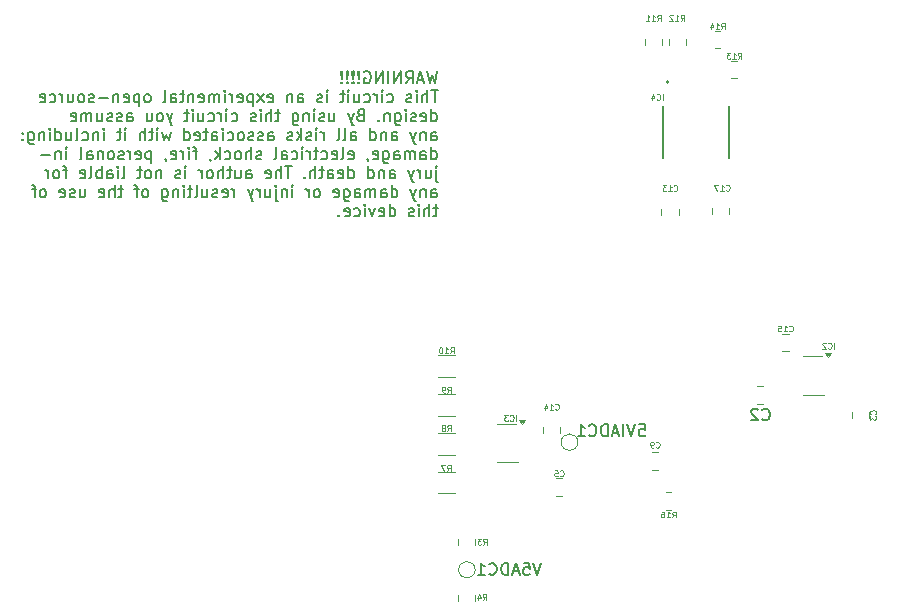
<source format=gbr>
%TF.GenerationSoftware,KiCad,Pcbnew,7.0.11-7.0.11~ubuntu22.04.1*%
%TF.CreationDate,2025-02-11T22:24:31-05:00*%
%TF.ProjectId,C64UltimatePSU,43363455-6c74-4696-9d61-74655053552e,rev?*%
%TF.SameCoordinates,Original*%
%TF.FileFunction,Legend,Bot*%
%TF.FilePolarity,Positive*%
%FSLAX46Y46*%
G04 Gerber Fmt 4.6, Leading zero omitted, Abs format (unit mm)*
G04 Created by KiCad (PCBNEW 7.0.11-7.0.11~ubuntu22.04.1) date 2025-02-11 22:24:31*
%MOMM*%
%LPD*%
G01*
G04 APERTURE LIST*
%ADD10C,0.150000*%
%ADD11C,0.125000*%
%ADD12C,0.120000*%
%ADD13C,0.127000*%
%ADD14C,0.200000*%
G04 APERTURE END LIST*
D10*
X145554458Y-42235219D02*
X145316363Y-43235219D01*
X145316363Y-43235219D02*
X145125887Y-42520933D01*
X145125887Y-42520933D02*
X144935411Y-43235219D01*
X144935411Y-43235219D02*
X144697316Y-42235219D01*
X144363982Y-42949504D02*
X143887792Y-42949504D01*
X144459220Y-43235219D02*
X144125887Y-42235219D01*
X144125887Y-42235219D02*
X143792554Y-43235219D01*
X142887792Y-43235219D02*
X143221125Y-42759028D01*
X143459220Y-43235219D02*
X143459220Y-42235219D01*
X143459220Y-42235219D02*
X143078268Y-42235219D01*
X143078268Y-42235219D02*
X142983030Y-42282838D01*
X142983030Y-42282838D02*
X142935411Y-42330457D01*
X142935411Y-42330457D02*
X142887792Y-42425695D01*
X142887792Y-42425695D02*
X142887792Y-42568552D01*
X142887792Y-42568552D02*
X142935411Y-42663790D01*
X142935411Y-42663790D02*
X142983030Y-42711409D01*
X142983030Y-42711409D02*
X143078268Y-42759028D01*
X143078268Y-42759028D02*
X143459220Y-42759028D01*
X142459220Y-43235219D02*
X142459220Y-42235219D01*
X142459220Y-42235219D02*
X141887792Y-43235219D01*
X141887792Y-43235219D02*
X141887792Y-42235219D01*
X141411601Y-43235219D02*
X141411601Y-42235219D01*
X140935411Y-43235219D02*
X140935411Y-42235219D01*
X140935411Y-42235219D02*
X140363983Y-43235219D01*
X140363983Y-43235219D02*
X140363983Y-42235219D01*
X139363983Y-42282838D02*
X139459221Y-42235219D01*
X139459221Y-42235219D02*
X139602078Y-42235219D01*
X139602078Y-42235219D02*
X139744935Y-42282838D01*
X139744935Y-42282838D02*
X139840173Y-42378076D01*
X139840173Y-42378076D02*
X139887792Y-42473314D01*
X139887792Y-42473314D02*
X139935411Y-42663790D01*
X139935411Y-42663790D02*
X139935411Y-42806647D01*
X139935411Y-42806647D02*
X139887792Y-42997123D01*
X139887792Y-42997123D02*
X139840173Y-43092361D01*
X139840173Y-43092361D02*
X139744935Y-43187600D01*
X139744935Y-43187600D02*
X139602078Y-43235219D01*
X139602078Y-43235219D02*
X139506840Y-43235219D01*
X139506840Y-43235219D02*
X139363983Y-43187600D01*
X139363983Y-43187600D02*
X139316364Y-43139980D01*
X139316364Y-43139980D02*
X139316364Y-42806647D01*
X139316364Y-42806647D02*
X139506840Y-42806647D01*
X138887792Y-43139980D02*
X138840173Y-43187600D01*
X138840173Y-43187600D02*
X138887792Y-43235219D01*
X138887792Y-43235219D02*
X138935411Y-43187600D01*
X138935411Y-43187600D02*
X138887792Y-43139980D01*
X138887792Y-43139980D02*
X138887792Y-43235219D01*
X138887792Y-42854266D02*
X138935411Y-42282838D01*
X138935411Y-42282838D02*
X138887792Y-42235219D01*
X138887792Y-42235219D02*
X138840173Y-42282838D01*
X138840173Y-42282838D02*
X138887792Y-42854266D01*
X138887792Y-42854266D02*
X138887792Y-42235219D01*
X138411602Y-43139980D02*
X138363983Y-43187600D01*
X138363983Y-43187600D02*
X138411602Y-43235219D01*
X138411602Y-43235219D02*
X138459221Y-43187600D01*
X138459221Y-43187600D02*
X138411602Y-43139980D01*
X138411602Y-43139980D02*
X138411602Y-43235219D01*
X138411602Y-42854266D02*
X138459221Y-42282838D01*
X138459221Y-42282838D02*
X138411602Y-42235219D01*
X138411602Y-42235219D02*
X138363983Y-42282838D01*
X138363983Y-42282838D02*
X138411602Y-42854266D01*
X138411602Y-42854266D02*
X138411602Y-42235219D01*
X137935412Y-43139980D02*
X137887793Y-43187600D01*
X137887793Y-43187600D02*
X137935412Y-43235219D01*
X137935412Y-43235219D02*
X137983031Y-43187600D01*
X137983031Y-43187600D02*
X137935412Y-43139980D01*
X137935412Y-43139980D02*
X137935412Y-43235219D01*
X137935412Y-42854266D02*
X137983031Y-42282838D01*
X137983031Y-42282838D02*
X137935412Y-42235219D01*
X137935412Y-42235219D02*
X137887793Y-42282838D01*
X137887793Y-42282838D02*
X137935412Y-42854266D01*
X137935412Y-42854266D02*
X137935412Y-42235219D01*
X137459222Y-43139980D02*
X137411603Y-43187600D01*
X137411603Y-43187600D02*
X137459222Y-43235219D01*
X137459222Y-43235219D02*
X137506841Y-43187600D01*
X137506841Y-43187600D02*
X137459222Y-43139980D01*
X137459222Y-43139980D02*
X137459222Y-43235219D01*
X137459222Y-42854266D02*
X137506841Y-42282838D01*
X137506841Y-42282838D02*
X137459222Y-42235219D01*
X137459222Y-42235219D02*
X137411603Y-42282838D01*
X137411603Y-42282838D02*
X137459222Y-42854266D01*
X137459222Y-42854266D02*
X137459222Y-42235219D01*
X145602077Y-43845219D02*
X145030649Y-43845219D01*
X145316363Y-44845219D02*
X145316363Y-43845219D01*
X144697315Y-44845219D02*
X144697315Y-43845219D01*
X144268744Y-44845219D02*
X144268744Y-44321409D01*
X144268744Y-44321409D02*
X144316363Y-44226171D01*
X144316363Y-44226171D02*
X144411601Y-44178552D01*
X144411601Y-44178552D02*
X144554458Y-44178552D01*
X144554458Y-44178552D02*
X144649696Y-44226171D01*
X144649696Y-44226171D02*
X144697315Y-44273790D01*
X143792553Y-44845219D02*
X143792553Y-44178552D01*
X143792553Y-43845219D02*
X143840172Y-43892838D01*
X143840172Y-43892838D02*
X143792553Y-43940457D01*
X143792553Y-43940457D02*
X143744934Y-43892838D01*
X143744934Y-43892838D02*
X143792553Y-43845219D01*
X143792553Y-43845219D02*
X143792553Y-43940457D01*
X143363982Y-44797600D02*
X143268744Y-44845219D01*
X143268744Y-44845219D02*
X143078268Y-44845219D01*
X143078268Y-44845219D02*
X142983030Y-44797600D01*
X142983030Y-44797600D02*
X142935411Y-44702361D01*
X142935411Y-44702361D02*
X142935411Y-44654742D01*
X142935411Y-44654742D02*
X142983030Y-44559504D01*
X142983030Y-44559504D02*
X143078268Y-44511885D01*
X143078268Y-44511885D02*
X143221125Y-44511885D01*
X143221125Y-44511885D02*
X143316363Y-44464266D01*
X143316363Y-44464266D02*
X143363982Y-44369028D01*
X143363982Y-44369028D02*
X143363982Y-44321409D01*
X143363982Y-44321409D02*
X143316363Y-44226171D01*
X143316363Y-44226171D02*
X143221125Y-44178552D01*
X143221125Y-44178552D02*
X143078268Y-44178552D01*
X143078268Y-44178552D02*
X142983030Y-44226171D01*
X141316363Y-44797600D02*
X141411601Y-44845219D01*
X141411601Y-44845219D02*
X141602077Y-44845219D01*
X141602077Y-44845219D02*
X141697315Y-44797600D01*
X141697315Y-44797600D02*
X141744934Y-44749980D01*
X141744934Y-44749980D02*
X141792553Y-44654742D01*
X141792553Y-44654742D02*
X141792553Y-44369028D01*
X141792553Y-44369028D02*
X141744934Y-44273790D01*
X141744934Y-44273790D02*
X141697315Y-44226171D01*
X141697315Y-44226171D02*
X141602077Y-44178552D01*
X141602077Y-44178552D02*
X141411601Y-44178552D01*
X141411601Y-44178552D02*
X141316363Y-44226171D01*
X140887791Y-44845219D02*
X140887791Y-44178552D01*
X140887791Y-43845219D02*
X140935410Y-43892838D01*
X140935410Y-43892838D02*
X140887791Y-43940457D01*
X140887791Y-43940457D02*
X140840172Y-43892838D01*
X140840172Y-43892838D02*
X140887791Y-43845219D01*
X140887791Y-43845219D02*
X140887791Y-43940457D01*
X140411601Y-44845219D02*
X140411601Y-44178552D01*
X140411601Y-44369028D02*
X140363982Y-44273790D01*
X140363982Y-44273790D02*
X140316363Y-44226171D01*
X140316363Y-44226171D02*
X140221125Y-44178552D01*
X140221125Y-44178552D02*
X140125887Y-44178552D01*
X139363982Y-44797600D02*
X139459220Y-44845219D01*
X139459220Y-44845219D02*
X139649696Y-44845219D01*
X139649696Y-44845219D02*
X139744934Y-44797600D01*
X139744934Y-44797600D02*
X139792553Y-44749980D01*
X139792553Y-44749980D02*
X139840172Y-44654742D01*
X139840172Y-44654742D02*
X139840172Y-44369028D01*
X139840172Y-44369028D02*
X139792553Y-44273790D01*
X139792553Y-44273790D02*
X139744934Y-44226171D01*
X139744934Y-44226171D02*
X139649696Y-44178552D01*
X139649696Y-44178552D02*
X139459220Y-44178552D01*
X139459220Y-44178552D02*
X139363982Y-44226171D01*
X138506839Y-44178552D02*
X138506839Y-44845219D01*
X138935410Y-44178552D02*
X138935410Y-44702361D01*
X138935410Y-44702361D02*
X138887791Y-44797600D01*
X138887791Y-44797600D02*
X138792553Y-44845219D01*
X138792553Y-44845219D02*
X138649696Y-44845219D01*
X138649696Y-44845219D02*
X138554458Y-44797600D01*
X138554458Y-44797600D02*
X138506839Y-44749980D01*
X138030648Y-44845219D02*
X138030648Y-44178552D01*
X138030648Y-43845219D02*
X138078267Y-43892838D01*
X138078267Y-43892838D02*
X138030648Y-43940457D01*
X138030648Y-43940457D02*
X137983029Y-43892838D01*
X137983029Y-43892838D02*
X138030648Y-43845219D01*
X138030648Y-43845219D02*
X138030648Y-43940457D01*
X137697315Y-44178552D02*
X137316363Y-44178552D01*
X137554458Y-43845219D02*
X137554458Y-44702361D01*
X137554458Y-44702361D02*
X137506839Y-44797600D01*
X137506839Y-44797600D02*
X137411601Y-44845219D01*
X137411601Y-44845219D02*
X137316363Y-44845219D01*
X136221124Y-44845219D02*
X136221124Y-44178552D01*
X136221124Y-43845219D02*
X136268743Y-43892838D01*
X136268743Y-43892838D02*
X136221124Y-43940457D01*
X136221124Y-43940457D02*
X136173505Y-43892838D01*
X136173505Y-43892838D02*
X136221124Y-43845219D01*
X136221124Y-43845219D02*
X136221124Y-43940457D01*
X135792553Y-44797600D02*
X135697315Y-44845219D01*
X135697315Y-44845219D02*
X135506839Y-44845219D01*
X135506839Y-44845219D02*
X135411601Y-44797600D01*
X135411601Y-44797600D02*
X135363982Y-44702361D01*
X135363982Y-44702361D02*
X135363982Y-44654742D01*
X135363982Y-44654742D02*
X135411601Y-44559504D01*
X135411601Y-44559504D02*
X135506839Y-44511885D01*
X135506839Y-44511885D02*
X135649696Y-44511885D01*
X135649696Y-44511885D02*
X135744934Y-44464266D01*
X135744934Y-44464266D02*
X135792553Y-44369028D01*
X135792553Y-44369028D02*
X135792553Y-44321409D01*
X135792553Y-44321409D02*
X135744934Y-44226171D01*
X135744934Y-44226171D02*
X135649696Y-44178552D01*
X135649696Y-44178552D02*
X135506839Y-44178552D01*
X135506839Y-44178552D02*
X135411601Y-44226171D01*
X133744934Y-44845219D02*
X133744934Y-44321409D01*
X133744934Y-44321409D02*
X133792553Y-44226171D01*
X133792553Y-44226171D02*
X133887791Y-44178552D01*
X133887791Y-44178552D02*
X134078267Y-44178552D01*
X134078267Y-44178552D02*
X134173505Y-44226171D01*
X133744934Y-44797600D02*
X133840172Y-44845219D01*
X133840172Y-44845219D02*
X134078267Y-44845219D01*
X134078267Y-44845219D02*
X134173505Y-44797600D01*
X134173505Y-44797600D02*
X134221124Y-44702361D01*
X134221124Y-44702361D02*
X134221124Y-44607123D01*
X134221124Y-44607123D02*
X134173505Y-44511885D01*
X134173505Y-44511885D02*
X134078267Y-44464266D01*
X134078267Y-44464266D02*
X133840172Y-44464266D01*
X133840172Y-44464266D02*
X133744934Y-44416647D01*
X133268743Y-44178552D02*
X133268743Y-44845219D01*
X133268743Y-44273790D02*
X133221124Y-44226171D01*
X133221124Y-44226171D02*
X133125886Y-44178552D01*
X133125886Y-44178552D02*
X132983029Y-44178552D01*
X132983029Y-44178552D02*
X132887791Y-44226171D01*
X132887791Y-44226171D02*
X132840172Y-44321409D01*
X132840172Y-44321409D02*
X132840172Y-44845219D01*
X131221124Y-44797600D02*
X131316362Y-44845219D01*
X131316362Y-44845219D02*
X131506838Y-44845219D01*
X131506838Y-44845219D02*
X131602076Y-44797600D01*
X131602076Y-44797600D02*
X131649695Y-44702361D01*
X131649695Y-44702361D02*
X131649695Y-44321409D01*
X131649695Y-44321409D02*
X131602076Y-44226171D01*
X131602076Y-44226171D02*
X131506838Y-44178552D01*
X131506838Y-44178552D02*
X131316362Y-44178552D01*
X131316362Y-44178552D02*
X131221124Y-44226171D01*
X131221124Y-44226171D02*
X131173505Y-44321409D01*
X131173505Y-44321409D02*
X131173505Y-44416647D01*
X131173505Y-44416647D02*
X131649695Y-44511885D01*
X130840171Y-44845219D02*
X130316362Y-44178552D01*
X130840171Y-44178552D02*
X130316362Y-44845219D01*
X129935409Y-44178552D02*
X129935409Y-45178552D01*
X129935409Y-44226171D02*
X129840171Y-44178552D01*
X129840171Y-44178552D02*
X129649695Y-44178552D01*
X129649695Y-44178552D02*
X129554457Y-44226171D01*
X129554457Y-44226171D02*
X129506838Y-44273790D01*
X129506838Y-44273790D02*
X129459219Y-44369028D01*
X129459219Y-44369028D02*
X129459219Y-44654742D01*
X129459219Y-44654742D02*
X129506838Y-44749980D01*
X129506838Y-44749980D02*
X129554457Y-44797600D01*
X129554457Y-44797600D02*
X129649695Y-44845219D01*
X129649695Y-44845219D02*
X129840171Y-44845219D01*
X129840171Y-44845219D02*
X129935409Y-44797600D01*
X128649695Y-44797600D02*
X128744933Y-44845219D01*
X128744933Y-44845219D02*
X128935409Y-44845219D01*
X128935409Y-44845219D02*
X129030647Y-44797600D01*
X129030647Y-44797600D02*
X129078266Y-44702361D01*
X129078266Y-44702361D02*
X129078266Y-44321409D01*
X129078266Y-44321409D02*
X129030647Y-44226171D01*
X129030647Y-44226171D02*
X128935409Y-44178552D01*
X128935409Y-44178552D02*
X128744933Y-44178552D01*
X128744933Y-44178552D02*
X128649695Y-44226171D01*
X128649695Y-44226171D02*
X128602076Y-44321409D01*
X128602076Y-44321409D02*
X128602076Y-44416647D01*
X128602076Y-44416647D02*
X129078266Y-44511885D01*
X128173504Y-44845219D02*
X128173504Y-44178552D01*
X128173504Y-44369028D02*
X128125885Y-44273790D01*
X128125885Y-44273790D02*
X128078266Y-44226171D01*
X128078266Y-44226171D02*
X127983028Y-44178552D01*
X127983028Y-44178552D02*
X127887790Y-44178552D01*
X127554456Y-44845219D02*
X127554456Y-44178552D01*
X127554456Y-43845219D02*
X127602075Y-43892838D01*
X127602075Y-43892838D02*
X127554456Y-43940457D01*
X127554456Y-43940457D02*
X127506837Y-43892838D01*
X127506837Y-43892838D02*
X127554456Y-43845219D01*
X127554456Y-43845219D02*
X127554456Y-43940457D01*
X127078266Y-44845219D02*
X127078266Y-44178552D01*
X127078266Y-44273790D02*
X127030647Y-44226171D01*
X127030647Y-44226171D02*
X126935409Y-44178552D01*
X126935409Y-44178552D02*
X126792552Y-44178552D01*
X126792552Y-44178552D02*
X126697314Y-44226171D01*
X126697314Y-44226171D02*
X126649695Y-44321409D01*
X126649695Y-44321409D02*
X126649695Y-44845219D01*
X126649695Y-44321409D02*
X126602076Y-44226171D01*
X126602076Y-44226171D02*
X126506838Y-44178552D01*
X126506838Y-44178552D02*
X126363981Y-44178552D01*
X126363981Y-44178552D02*
X126268742Y-44226171D01*
X126268742Y-44226171D02*
X126221123Y-44321409D01*
X126221123Y-44321409D02*
X126221123Y-44845219D01*
X125363981Y-44797600D02*
X125459219Y-44845219D01*
X125459219Y-44845219D02*
X125649695Y-44845219D01*
X125649695Y-44845219D02*
X125744933Y-44797600D01*
X125744933Y-44797600D02*
X125792552Y-44702361D01*
X125792552Y-44702361D02*
X125792552Y-44321409D01*
X125792552Y-44321409D02*
X125744933Y-44226171D01*
X125744933Y-44226171D02*
X125649695Y-44178552D01*
X125649695Y-44178552D02*
X125459219Y-44178552D01*
X125459219Y-44178552D02*
X125363981Y-44226171D01*
X125363981Y-44226171D02*
X125316362Y-44321409D01*
X125316362Y-44321409D02*
X125316362Y-44416647D01*
X125316362Y-44416647D02*
X125792552Y-44511885D01*
X124887790Y-44178552D02*
X124887790Y-44845219D01*
X124887790Y-44273790D02*
X124840171Y-44226171D01*
X124840171Y-44226171D02*
X124744933Y-44178552D01*
X124744933Y-44178552D02*
X124602076Y-44178552D01*
X124602076Y-44178552D02*
X124506838Y-44226171D01*
X124506838Y-44226171D02*
X124459219Y-44321409D01*
X124459219Y-44321409D02*
X124459219Y-44845219D01*
X124125885Y-44178552D02*
X123744933Y-44178552D01*
X123983028Y-43845219D02*
X123983028Y-44702361D01*
X123983028Y-44702361D02*
X123935409Y-44797600D01*
X123935409Y-44797600D02*
X123840171Y-44845219D01*
X123840171Y-44845219D02*
X123744933Y-44845219D01*
X122983028Y-44845219D02*
X122983028Y-44321409D01*
X122983028Y-44321409D02*
X123030647Y-44226171D01*
X123030647Y-44226171D02*
X123125885Y-44178552D01*
X123125885Y-44178552D02*
X123316361Y-44178552D01*
X123316361Y-44178552D02*
X123411599Y-44226171D01*
X122983028Y-44797600D02*
X123078266Y-44845219D01*
X123078266Y-44845219D02*
X123316361Y-44845219D01*
X123316361Y-44845219D02*
X123411599Y-44797600D01*
X123411599Y-44797600D02*
X123459218Y-44702361D01*
X123459218Y-44702361D02*
X123459218Y-44607123D01*
X123459218Y-44607123D02*
X123411599Y-44511885D01*
X123411599Y-44511885D02*
X123316361Y-44464266D01*
X123316361Y-44464266D02*
X123078266Y-44464266D01*
X123078266Y-44464266D02*
X122983028Y-44416647D01*
X122363980Y-44845219D02*
X122459218Y-44797600D01*
X122459218Y-44797600D02*
X122506837Y-44702361D01*
X122506837Y-44702361D02*
X122506837Y-43845219D01*
X121078265Y-44845219D02*
X121173503Y-44797600D01*
X121173503Y-44797600D02*
X121221122Y-44749980D01*
X121221122Y-44749980D02*
X121268741Y-44654742D01*
X121268741Y-44654742D02*
X121268741Y-44369028D01*
X121268741Y-44369028D02*
X121221122Y-44273790D01*
X121221122Y-44273790D02*
X121173503Y-44226171D01*
X121173503Y-44226171D02*
X121078265Y-44178552D01*
X121078265Y-44178552D02*
X120935408Y-44178552D01*
X120935408Y-44178552D02*
X120840170Y-44226171D01*
X120840170Y-44226171D02*
X120792551Y-44273790D01*
X120792551Y-44273790D02*
X120744932Y-44369028D01*
X120744932Y-44369028D02*
X120744932Y-44654742D01*
X120744932Y-44654742D02*
X120792551Y-44749980D01*
X120792551Y-44749980D02*
X120840170Y-44797600D01*
X120840170Y-44797600D02*
X120935408Y-44845219D01*
X120935408Y-44845219D02*
X121078265Y-44845219D01*
X120316360Y-44178552D02*
X120316360Y-45178552D01*
X120316360Y-44226171D02*
X120221122Y-44178552D01*
X120221122Y-44178552D02*
X120030646Y-44178552D01*
X120030646Y-44178552D02*
X119935408Y-44226171D01*
X119935408Y-44226171D02*
X119887789Y-44273790D01*
X119887789Y-44273790D02*
X119840170Y-44369028D01*
X119840170Y-44369028D02*
X119840170Y-44654742D01*
X119840170Y-44654742D02*
X119887789Y-44749980D01*
X119887789Y-44749980D02*
X119935408Y-44797600D01*
X119935408Y-44797600D02*
X120030646Y-44845219D01*
X120030646Y-44845219D02*
X120221122Y-44845219D01*
X120221122Y-44845219D02*
X120316360Y-44797600D01*
X119030646Y-44797600D02*
X119125884Y-44845219D01*
X119125884Y-44845219D02*
X119316360Y-44845219D01*
X119316360Y-44845219D02*
X119411598Y-44797600D01*
X119411598Y-44797600D02*
X119459217Y-44702361D01*
X119459217Y-44702361D02*
X119459217Y-44321409D01*
X119459217Y-44321409D02*
X119411598Y-44226171D01*
X119411598Y-44226171D02*
X119316360Y-44178552D01*
X119316360Y-44178552D02*
X119125884Y-44178552D01*
X119125884Y-44178552D02*
X119030646Y-44226171D01*
X119030646Y-44226171D02*
X118983027Y-44321409D01*
X118983027Y-44321409D02*
X118983027Y-44416647D01*
X118983027Y-44416647D02*
X119459217Y-44511885D01*
X118554455Y-44178552D02*
X118554455Y-44845219D01*
X118554455Y-44273790D02*
X118506836Y-44226171D01*
X118506836Y-44226171D02*
X118411598Y-44178552D01*
X118411598Y-44178552D02*
X118268741Y-44178552D01*
X118268741Y-44178552D02*
X118173503Y-44226171D01*
X118173503Y-44226171D02*
X118125884Y-44321409D01*
X118125884Y-44321409D02*
X118125884Y-44845219D01*
X117649693Y-44464266D02*
X116887789Y-44464266D01*
X116459217Y-44797600D02*
X116363979Y-44845219D01*
X116363979Y-44845219D02*
X116173503Y-44845219D01*
X116173503Y-44845219D02*
X116078265Y-44797600D01*
X116078265Y-44797600D02*
X116030646Y-44702361D01*
X116030646Y-44702361D02*
X116030646Y-44654742D01*
X116030646Y-44654742D02*
X116078265Y-44559504D01*
X116078265Y-44559504D02*
X116173503Y-44511885D01*
X116173503Y-44511885D02*
X116316360Y-44511885D01*
X116316360Y-44511885D02*
X116411598Y-44464266D01*
X116411598Y-44464266D02*
X116459217Y-44369028D01*
X116459217Y-44369028D02*
X116459217Y-44321409D01*
X116459217Y-44321409D02*
X116411598Y-44226171D01*
X116411598Y-44226171D02*
X116316360Y-44178552D01*
X116316360Y-44178552D02*
X116173503Y-44178552D01*
X116173503Y-44178552D02*
X116078265Y-44226171D01*
X115459217Y-44845219D02*
X115554455Y-44797600D01*
X115554455Y-44797600D02*
X115602074Y-44749980D01*
X115602074Y-44749980D02*
X115649693Y-44654742D01*
X115649693Y-44654742D02*
X115649693Y-44369028D01*
X115649693Y-44369028D02*
X115602074Y-44273790D01*
X115602074Y-44273790D02*
X115554455Y-44226171D01*
X115554455Y-44226171D02*
X115459217Y-44178552D01*
X115459217Y-44178552D02*
X115316360Y-44178552D01*
X115316360Y-44178552D02*
X115221122Y-44226171D01*
X115221122Y-44226171D02*
X115173503Y-44273790D01*
X115173503Y-44273790D02*
X115125884Y-44369028D01*
X115125884Y-44369028D02*
X115125884Y-44654742D01*
X115125884Y-44654742D02*
X115173503Y-44749980D01*
X115173503Y-44749980D02*
X115221122Y-44797600D01*
X115221122Y-44797600D02*
X115316360Y-44845219D01*
X115316360Y-44845219D02*
X115459217Y-44845219D01*
X114268741Y-44178552D02*
X114268741Y-44845219D01*
X114697312Y-44178552D02*
X114697312Y-44702361D01*
X114697312Y-44702361D02*
X114649693Y-44797600D01*
X114649693Y-44797600D02*
X114554455Y-44845219D01*
X114554455Y-44845219D02*
X114411598Y-44845219D01*
X114411598Y-44845219D02*
X114316360Y-44797600D01*
X114316360Y-44797600D02*
X114268741Y-44749980D01*
X113792550Y-44845219D02*
X113792550Y-44178552D01*
X113792550Y-44369028D02*
X113744931Y-44273790D01*
X113744931Y-44273790D02*
X113697312Y-44226171D01*
X113697312Y-44226171D02*
X113602074Y-44178552D01*
X113602074Y-44178552D02*
X113506836Y-44178552D01*
X112744931Y-44797600D02*
X112840169Y-44845219D01*
X112840169Y-44845219D02*
X113030645Y-44845219D01*
X113030645Y-44845219D02*
X113125883Y-44797600D01*
X113125883Y-44797600D02*
X113173502Y-44749980D01*
X113173502Y-44749980D02*
X113221121Y-44654742D01*
X113221121Y-44654742D02*
X113221121Y-44369028D01*
X113221121Y-44369028D02*
X113173502Y-44273790D01*
X113173502Y-44273790D02*
X113125883Y-44226171D01*
X113125883Y-44226171D02*
X113030645Y-44178552D01*
X113030645Y-44178552D02*
X112840169Y-44178552D01*
X112840169Y-44178552D02*
X112744931Y-44226171D01*
X111935407Y-44797600D02*
X112030645Y-44845219D01*
X112030645Y-44845219D02*
X112221121Y-44845219D01*
X112221121Y-44845219D02*
X112316359Y-44797600D01*
X112316359Y-44797600D02*
X112363978Y-44702361D01*
X112363978Y-44702361D02*
X112363978Y-44321409D01*
X112363978Y-44321409D02*
X112316359Y-44226171D01*
X112316359Y-44226171D02*
X112221121Y-44178552D01*
X112221121Y-44178552D02*
X112030645Y-44178552D01*
X112030645Y-44178552D02*
X111935407Y-44226171D01*
X111935407Y-44226171D02*
X111887788Y-44321409D01*
X111887788Y-44321409D02*
X111887788Y-44416647D01*
X111887788Y-44416647D02*
X112363978Y-44511885D01*
X145030649Y-46455219D02*
X145030649Y-45455219D01*
X145030649Y-46407600D02*
X145125887Y-46455219D01*
X145125887Y-46455219D02*
X145316363Y-46455219D01*
X145316363Y-46455219D02*
X145411601Y-46407600D01*
X145411601Y-46407600D02*
X145459220Y-46359980D01*
X145459220Y-46359980D02*
X145506839Y-46264742D01*
X145506839Y-46264742D02*
X145506839Y-45979028D01*
X145506839Y-45979028D02*
X145459220Y-45883790D01*
X145459220Y-45883790D02*
X145411601Y-45836171D01*
X145411601Y-45836171D02*
X145316363Y-45788552D01*
X145316363Y-45788552D02*
X145125887Y-45788552D01*
X145125887Y-45788552D02*
X145030649Y-45836171D01*
X144173506Y-46407600D02*
X144268744Y-46455219D01*
X144268744Y-46455219D02*
X144459220Y-46455219D01*
X144459220Y-46455219D02*
X144554458Y-46407600D01*
X144554458Y-46407600D02*
X144602077Y-46312361D01*
X144602077Y-46312361D02*
X144602077Y-45931409D01*
X144602077Y-45931409D02*
X144554458Y-45836171D01*
X144554458Y-45836171D02*
X144459220Y-45788552D01*
X144459220Y-45788552D02*
X144268744Y-45788552D01*
X144268744Y-45788552D02*
X144173506Y-45836171D01*
X144173506Y-45836171D02*
X144125887Y-45931409D01*
X144125887Y-45931409D02*
X144125887Y-46026647D01*
X144125887Y-46026647D02*
X144602077Y-46121885D01*
X143744934Y-46407600D02*
X143649696Y-46455219D01*
X143649696Y-46455219D02*
X143459220Y-46455219D01*
X143459220Y-46455219D02*
X143363982Y-46407600D01*
X143363982Y-46407600D02*
X143316363Y-46312361D01*
X143316363Y-46312361D02*
X143316363Y-46264742D01*
X143316363Y-46264742D02*
X143363982Y-46169504D01*
X143363982Y-46169504D02*
X143459220Y-46121885D01*
X143459220Y-46121885D02*
X143602077Y-46121885D01*
X143602077Y-46121885D02*
X143697315Y-46074266D01*
X143697315Y-46074266D02*
X143744934Y-45979028D01*
X143744934Y-45979028D02*
X143744934Y-45931409D01*
X143744934Y-45931409D02*
X143697315Y-45836171D01*
X143697315Y-45836171D02*
X143602077Y-45788552D01*
X143602077Y-45788552D02*
X143459220Y-45788552D01*
X143459220Y-45788552D02*
X143363982Y-45836171D01*
X142887791Y-46455219D02*
X142887791Y-45788552D01*
X142887791Y-45455219D02*
X142935410Y-45502838D01*
X142935410Y-45502838D02*
X142887791Y-45550457D01*
X142887791Y-45550457D02*
X142840172Y-45502838D01*
X142840172Y-45502838D02*
X142887791Y-45455219D01*
X142887791Y-45455219D02*
X142887791Y-45550457D01*
X141983030Y-45788552D02*
X141983030Y-46598076D01*
X141983030Y-46598076D02*
X142030649Y-46693314D01*
X142030649Y-46693314D02*
X142078268Y-46740933D01*
X142078268Y-46740933D02*
X142173506Y-46788552D01*
X142173506Y-46788552D02*
X142316363Y-46788552D01*
X142316363Y-46788552D02*
X142411601Y-46740933D01*
X141983030Y-46407600D02*
X142078268Y-46455219D01*
X142078268Y-46455219D02*
X142268744Y-46455219D01*
X142268744Y-46455219D02*
X142363982Y-46407600D01*
X142363982Y-46407600D02*
X142411601Y-46359980D01*
X142411601Y-46359980D02*
X142459220Y-46264742D01*
X142459220Y-46264742D02*
X142459220Y-45979028D01*
X142459220Y-45979028D02*
X142411601Y-45883790D01*
X142411601Y-45883790D02*
X142363982Y-45836171D01*
X142363982Y-45836171D02*
X142268744Y-45788552D01*
X142268744Y-45788552D02*
X142078268Y-45788552D01*
X142078268Y-45788552D02*
X141983030Y-45836171D01*
X141506839Y-45788552D02*
X141506839Y-46455219D01*
X141506839Y-45883790D02*
X141459220Y-45836171D01*
X141459220Y-45836171D02*
X141363982Y-45788552D01*
X141363982Y-45788552D02*
X141221125Y-45788552D01*
X141221125Y-45788552D02*
X141125887Y-45836171D01*
X141125887Y-45836171D02*
X141078268Y-45931409D01*
X141078268Y-45931409D02*
X141078268Y-46455219D01*
X140602077Y-46359980D02*
X140554458Y-46407600D01*
X140554458Y-46407600D02*
X140602077Y-46455219D01*
X140602077Y-46455219D02*
X140649696Y-46407600D01*
X140649696Y-46407600D02*
X140602077Y-46359980D01*
X140602077Y-46359980D02*
X140602077Y-46455219D01*
X139030649Y-45931409D02*
X138887792Y-45979028D01*
X138887792Y-45979028D02*
X138840173Y-46026647D01*
X138840173Y-46026647D02*
X138792554Y-46121885D01*
X138792554Y-46121885D02*
X138792554Y-46264742D01*
X138792554Y-46264742D02*
X138840173Y-46359980D01*
X138840173Y-46359980D02*
X138887792Y-46407600D01*
X138887792Y-46407600D02*
X138983030Y-46455219D01*
X138983030Y-46455219D02*
X139363982Y-46455219D01*
X139363982Y-46455219D02*
X139363982Y-45455219D01*
X139363982Y-45455219D02*
X139030649Y-45455219D01*
X139030649Y-45455219D02*
X138935411Y-45502838D01*
X138935411Y-45502838D02*
X138887792Y-45550457D01*
X138887792Y-45550457D02*
X138840173Y-45645695D01*
X138840173Y-45645695D02*
X138840173Y-45740933D01*
X138840173Y-45740933D02*
X138887792Y-45836171D01*
X138887792Y-45836171D02*
X138935411Y-45883790D01*
X138935411Y-45883790D02*
X139030649Y-45931409D01*
X139030649Y-45931409D02*
X139363982Y-45931409D01*
X138459220Y-45788552D02*
X138221125Y-46455219D01*
X137983030Y-45788552D02*
X138221125Y-46455219D01*
X138221125Y-46455219D02*
X138316363Y-46693314D01*
X138316363Y-46693314D02*
X138363982Y-46740933D01*
X138363982Y-46740933D02*
X138459220Y-46788552D01*
X136411601Y-45788552D02*
X136411601Y-46455219D01*
X136840172Y-45788552D02*
X136840172Y-46312361D01*
X136840172Y-46312361D02*
X136792553Y-46407600D01*
X136792553Y-46407600D02*
X136697315Y-46455219D01*
X136697315Y-46455219D02*
X136554458Y-46455219D01*
X136554458Y-46455219D02*
X136459220Y-46407600D01*
X136459220Y-46407600D02*
X136411601Y-46359980D01*
X135983029Y-46407600D02*
X135887791Y-46455219D01*
X135887791Y-46455219D02*
X135697315Y-46455219D01*
X135697315Y-46455219D02*
X135602077Y-46407600D01*
X135602077Y-46407600D02*
X135554458Y-46312361D01*
X135554458Y-46312361D02*
X135554458Y-46264742D01*
X135554458Y-46264742D02*
X135602077Y-46169504D01*
X135602077Y-46169504D02*
X135697315Y-46121885D01*
X135697315Y-46121885D02*
X135840172Y-46121885D01*
X135840172Y-46121885D02*
X135935410Y-46074266D01*
X135935410Y-46074266D02*
X135983029Y-45979028D01*
X135983029Y-45979028D02*
X135983029Y-45931409D01*
X135983029Y-45931409D02*
X135935410Y-45836171D01*
X135935410Y-45836171D02*
X135840172Y-45788552D01*
X135840172Y-45788552D02*
X135697315Y-45788552D01*
X135697315Y-45788552D02*
X135602077Y-45836171D01*
X135125886Y-46455219D02*
X135125886Y-45788552D01*
X135125886Y-45455219D02*
X135173505Y-45502838D01*
X135173505Y-45502838D02*
X135125886Y-45550457D01*
X135125886Y-45550457D02*
X135078267Y-45502838D01*
X135078267Y-45502838D02*
X135125886Y-45455219D01*
X135125886Y-45455219D02*
X135125886Y-45550457D01*
X134649696Y-45788552D02*
X134649696Y-46455219D01*
X134649696Y-45883790D02*
X134602077Y-45836171D01*
X134602077Y-45836171D02*
X134506839Y-45788552D01*
X134506839Y-45788552D02*
X134363982Y-45788552D01*
X134363982Y-45788552D02*
X134268744Y-45836171D01*
X134268744Y-45836171D02*
X134221125Y-45931409D01*
X134221125Y-45931409D02*
X134221125Y-46455219D01*
X133316363Y-45788552D02*
X133316363Y-46598076D01*
X133316363Y-46598076D02*
X133363982Y-46693314D01*
X133363982Y-46693314D02*
X133411601Y-46740933D01*
X133411601Y-46740933D02*
X133506839Y-46788552D01*
X133506839Y-46788552D02*
X133649696Y-46788552D01*
X133649696Y-46788552D02*
X133744934Y-46740933D01*
X133316363Y-46407600D02*
X133411601Y-46455219D01*
X133411601Y-46455219D02*
X133602077Y-46455219D01*
X133602077Y-46455219D02*
X133697315Y-46407600D01*
X133697315Y-46407600D02*
X133744934Y-46359980D01*
X133744934Y-46359980D02*
X133792553Y-46264742D01*
X133792553Y-46264742D02*
X133792553Y-45979028D01*
X133792553Y-45979028D02*
X133744934Y-45883790D01*
X133744934Y-45883790D02*
X133697315Y-45836171D01*
X133697315Y-45836171D02*
X133602077Y-45788552D01*
X133602077Y-45788552D02*
X133411601Y-45788552D01*
X133411601Y-45788552D02*
X133316363Y-45836171D01*
X132221124Y-45788552D02*
X131840172Y-45788552D01*
X132078267Y-45455219D02*
X132078267Y-46312361D01*
X132078267Y-46312361D02*
X132030648Y-46407600D01*
X132030648Y-46407600D02*
X131935410Y-46455219D01*
X131935410Y-46455219D02*
X131840172Y-46455219D01*
X131506838Y-46455219D02*
X131506838Y-45455219D01*
X131078267Y-46455219D02*
X131078267Y-45931409D01*
X131078267Y-45931409D02*
X131125886Y-45836171D01*
X131125886Y-45836171D02*
X131221124Y-45788552D01*
X131221124Y-45788552D02*
X131363981Y-45788552D01*
X131363981Y-45788552D02*
X131459219Y-45836171D01*
X131459219Y-45836171D02*
X131506838Y-45883790D01*
X130602076Y-46455219D02*
X130602076Y-45788552D01*
X130602076Y-45455219D02*
X130649695Y-45502838D01*
X130649695Y-45502838D02*
X130602076Y-45550457D01*
X130602076Y-45550457D02*
X130554457Y-45502838D01*
X130554457Y-45502838D02*
X130602076Y-45455219D01*
X130602076Y-45455219D02*
X130602076Y-45550457D01*
X130173505Y-46407600D02*
X130078267Y-46455219D01*
X130078267Y-46455219D02*
X129887791Y-46455219D01*
X129887791Y-46455219D02*
X129792553Y-46407600D01*
X129792553Y-46407600D02*
X129744934Y-46312361D01*
X129744934Y-46312361D02*
X129744934Y-46264742D01*
X129744934Y-46264742D02*
X129792553Y-46169504D01*
X129792553Y-46169504D02*
X129887791Y-46121885D01*
X129887791Y-46121885D02*
X130030648Y-46121885D01*
X130030648Y-46121885D02*
X130125886Y-46074266D01*
X130125886Y-46074266D02*
X130173505Y-45979028D01*
X130173505Y-45979028D02*
X130173505Y-45931409D01*
X130173505Y-45931409D02*
X130125886Y-45836171D01*
X130125886Y-45836171D02*
X130030648Y-45788552D01*
X130030648Y-45788552D02*
X129887791Y-45788552D01*
X129887791Y-45788552D02*
X129792553Y-45836171D01*
X128125886Y-46407600D02*
X128221124Y-46455219D01*
X128221124Y-46455219D02*
X128411600Y-46455219D01*
X128411600Y-46455219D02*
X128506838Y-46407600D01*
X128506838Y-46407600D02*
X128554457Y-46359980D01*
X128554457Y-46359980D02*
X128602076Y-46264742D01*
X128602076Y-46264742D02*
X128602076Y-45979028D01*
X128602076Y-45979028D02*
X128554457Y-45883790D01*
X128554457Y-45883790D02*
X128506838Y-45836171D01*
X128506838Y-45836171D02*
X128411600Y-45788552D01*
X128411600Y-45788552D02*
X128221124Y-45788552D01*
X128221124Y-45788552D02*
X128125886Y-45836171D01*
X127697314Y-46455219D02*
X127697314Y-45788552D01*
X127697314Y-45455219D02*
X127744933Y-45502838D01*
X127744933Y-45502838D02*
X127697314Y-45550457D01*
X127697314Y-45550457D02*
X127649695Y-45502838D01*
X127649695Y-45502838D02*
X127697314Y-45455219D01*
X127697314Y-45455219D02*
X127697314Y-45550457D01*
X127221124Y-46455219D02*
X127221124Y-45788552D01*
X127221124Y-45979028D02*
X127173505Y-45883790D01*
X127173505Y-45883790D02*
X127125886Y-45836171D01*
X127125886Y-45836171D02*
X127030648Y-45788552D01*
X127030648Y-45788552D02*
X126935410Y-45788552D01*
X126173505Y-46407600D02*
X126268743Y-46455219D01*
X126268743Y-46455219D02*
X126459219Y-46455219D01*
X126459219Y-46455219D02*
X126554457Y-46407600D01*
X126554457Y-46407600D02*
X126602076Y-46359980D01*
X126602076Y-46359980D02*
X126649695Y-46264742D01*
X126649695Y-46264742D02*
X126649695Y-45979028D01*
X126649695Y-45979028D02*
X126602076Y-45883790D01*
X126602076Y-45883790D02*
X126554457Y-45836171D01*
X126554457Y-45836171D02*
X126459219Y-45788552D01*
X126459219Y-45788552D02*
X126268743Y-45788552D01*
X126268743Y-45788552D02*
X126173505Y-45836171D01*
X125316362Y-45788552D02*
X125316362Y-46455219D01*
X125744933Y-45788552D02*
X125744933Y-46312361D01*
X125744933Y-46312361D02*
X125697314Y-46407600D01*
X125697314Y-46407600D02*
X125602076Y-46455219D01*
X125602076Y-46455219D02*
X125459219Y-46455219D01*
X125459219Y-46455219D02*
X125363981Y-46407600D01*
X125363981Y-46407600D02*
X125316362Y-46359980D01*
X124840171Y-46455219D02*
X124840171Y-45788552D01*
X124840171Y-45455219D02*
X124887790Y-45502838D01*
X124887790Y-45502838D02*
X124840171Y-45550457D01*
X124840171Y-45550457D02*
X124792552Y-45502838D01*
X124792552Y-45502838D02*
X124840171Y-45455219D01*
X124840171Y-45455219D02*
X124840171Y-45550457D01*
X124506838Y-45788552D02*
X124125886Y-45788552D01*
X124363981Y-45455219D02*
X124363981Y-46312361D01*
X124363981Y-46312361D02*
X124316362Y-46407600D01*
X124316362Y-46407600D02*
X124221124Y-46455219D01*
X124221124Y-46455219D02*
X124125886Y-46455219D01*
X123125885Y-45788552D02*
X122887790Y-46455219D01*
X122649695Y-45788552D02*
X122887790Y-46455219D01*
X122887790Y-46455219D02*
X122983028Y-46693314D01*
X122983028Y-46693314D02*
X123030647Y-46740933D01*
X123030647Y-46740933D02*
X123125885Y-46788552D01*
X122125885Y-46455219D02*
X122221123Y-46407600D01*
X122221123Y-46407600D02*
X122268742Y-46359980D01*
X122268742Y-46359980D02*
X122316361Y-46264742D01*
X122316361Y-46264742D02*
X122316361Y-45979028D01*
X122316361Y-45979028D02*
X122268742Y-45883790D01*
X122268742Y-45883790D02*
X122221123Y-45836171D01*
X122221123Y-45836171D02*
X122125885Y-45788552D01*
X122125885Y-45788552D02*
X121983028Y-45788552D01*
X121983028Y-45788552D02*
X121887790Y-45836171D01*
X121887790Y-45836171D02*
X121840171Y-45883790D01*
X121840171Y-45883790D02*
X121792552Y-45979028D01*
X121792552Y-45979028D02*
X121792552Y-46264742D01*
X121792552Y-46264742D02*
X121840171Y-46359980D01*
X121840171Y-46359980D02*
X121887790Y-46407600D01*
X121887790Y-46407600D02*
X121983028Y-46455219D01*
X121983028Y-46455219D02*
X122125885Y-46455219D01*
X120935409Y-45788552D02*
X120935409Y-46455219D01*
X121363980Y-45788552D02*
X121363980Y-46312361D01*
X121363980Y-46312361D02*
X121316361Y-46407600D01*
X121316361Y-46407600D02*
X121221123Y-46455219D01*
X121221123Y-46455219D02*
X121078266Y-46455219D01*
X121078266Y-46455219D02*
X120983028Y-46407600D01*
X120983028Y-46407600D02*
X120935409Y-46359980D01*
X119268742Y-46455219D02*
X119268742Y-45931409D01*
X119268742Y-45931409D02*
X119316361Y-45836171D01*
X119316361Y-45836171D02*
X119411599Y-45788552D01*
X119411599Y-45788552D02*
X119602075Y-45788552D01*
X119602075Y-45788552D02*
X119697313Y-45836171D01*
X119268742Y-46407600D02*
X119363980Y-46455219D01*
X119363980Y-46455219D02*
X119602075Y-46455219D01*
X119602075Y-46455219D02*
X119697313Y-46407600D01*
X119697313Y-46407600D02*
X119744932Y-46312361D01*
X119744932Y-46312361D02*
X119744932Y-46217123D01*
X119744932Y-46217123D02*
X119697313Y-46121885D01*
X119697313Y-46121885D02*
X119602075Y-46074266D01*
X119602075Y-46074266D02*
X119363980Y-46074266D01*
X119363980Y-46074266D02*
X119268742Y-46026647D01*
X118840170Y-46407600D02*
X118744932Y-46455219D01*
X118744932Y-46455219D02*
X118554456Y-46455219D01*
X118554456Y-46455219D02*
X118459218Y-46407600D01*
X118459218Y-46407600D02*
X118411599Y-46312361D01*
X118411599Y-46312361D02*
X118411599Y-46264742D01*
X118411599Y-46264742D02*
X118459218Y-46169504D01*
X118459218Y-46169504D02*
X118554456Y-46121885D01*
X118554456Y-46121885D02*
X118697313Y-46121885D01*
X118697313Y-46121885D02*
X118792551Y-46074266D01*
X118792551Y-46074266D02*
X118840170Y-45979028D01*
X118840170Y-45979028D02*
X118840170Y-45931409D01*
X118840170Y-45931409D02*
X118792551Y-45836171D01*
X118792551Y-45836171D02*
X118697313Y-45788552D01*
X118697313Y-45788552D02*
X118554456Y-45788552D01*
X118554456Y-45788552D02*
X118459218Y-45836171D01*
X118030646Y-46407600D02*
X117935408Y-46455219D01*
X117935408Y-46455219D02*
X117744932Y-46455219D01*
X117744932Y-46455219D02*
X117649694Y-46407600D01*
X117649694Y-46407600D02*
X117602075Y-46312361D01*
X117602075Y-46312361D02*
X117602075Y-46264742D01*
X117602075Y-46264742D02*
X117649694Y-46169504D01*
X117649694Y-46169504D02*
X117744932Y-46121885D01*
X117744932Y-46121885D02*
X117887789Y-46121885D01*
X117887789Y-46121885D02*
X117983027Y-46074266D01*
X117983027Y-46074266D02*
X118030646Y-45979028D01*
X118030646Y-45979028D02*
X118030646Y-45931409D01*
X118030646Y-45931409D02*
X117983027Y-45836171D01*
X117983027Y-45836171D02*
X117887789Y-45788552D01*
X117887789Y-45788552D02*
X117744932Y-45788552D01*
X117744932Y-45788552D02*
X117649694Y-45836171D01*
X116744932Y-45788552D02*
X116744932Y-46455219D01*
X117173503Y-45788552D02*
X117173503Y-46312361D01*
X117173503Y-46312361D02*
X117125884Y-46407600D01*
X117125884Y-46407600D02*
X117030646Y-46455219D01*
X117030646Y-46455219D02*
X116887789Y-46455219D01*
X116887789Y-46455219D02*
X116792551Y-46407600D01*
X116792551Y-46407600D02*
X116744932Y-46359980D01*
X116268741Y-46455219D02*
X116268741Y-45788552D01*
X116268741Y-45883790D02*
X116221122Y-45836171D01*
X116221122Y-45836171D02*
X116125884Y-45788552D01*
X116125884Y-45788552D02*
X115983027Y-45788552D01*
X115983027Y-45788552D02*
X115887789Y-45836171D01*
X115887789Y-45836171D02*
X115840170Y-45931409D01*
X115840170Y-45931409D02*
X115840170Y-46455219D01*
X115840170Y-45931409D02*
X115792551Y-45836171D01*
X115792551Y-45836171D02*
X115697313Y-45788552D01*
X115697313Y-45788552D02*
X115554456Y-45788552D01*
X115554456Y-45788552D02*
X115459217Y-45836171D01*
X115459217Y-45836171D02*
X115411598Y-45931409D01*
X115411598Y-45931409D02*
X115411598Y-46455219D01*
X114554456Y-46407600D02*
X114649694Y-46455219D01*
X114649694Y-46455219D02*
X114840170Y-46455219D01*
X114840170Y-46455219D02*
X114935408Y-46407600D01*
X114935408Y-46407600D02*
X114983027Y-46312361D01*
X114983027Y-46312361D02*
X114983027Y-45931409D01*
X114983027Y-45931409D02*
X114935408Y-45836171D01*
X114935408Y-45836171D02*
X114840170Y-45788552D01*
X114840170Y-45788552D02*
X114649694Y-45788552D01*
X114649694Y-45788552D02*
X114554456Y-45836171D01*
X114554456Y-45836171D02*
X114506837Y-45931409D01*
X114506837Y-45931409D02*
X114506837Y-46026647D01*
X114506837Y-46026647D02*
X114983027Y-46121885D01*
X145030649Y-48065219D02*
X145030649Y-47541409D01*
X145030649Y-47541409D02*
X145078268Y-47446171D01*
X145078268Y-47446171D02*
X145173506Y-47398552D01*
X145173506Y-47398552D02*
X145363982Y-47398552D01*
X145363982Y-47398552D02*
X145459220Y-47446171D01*
X145030649Y-48017600D02*
X145125887Y-48065219D01*
X145125887Y-48065219D02*
X145363982Y-48065219D01*
X145363982Y-48065219D02*
X145459220Y-48017600D01*
X145459220Y-48017600D02*
X145506839Y-47922361D01*
X145506839Y-47922361D02*
X145506839Y-47827123D01*
X145506839Y-47827123D02*
X145459220Y-47731885D01*
X145459220Y-47731885D02*
X145363982Y-47684266D01*
X145363982Y-47684266D02*
X145125887Y-47684266D01*
X145125887Y-47684266D02*
X145030649Y-47636647D01*
X144554458Y-47398552D02*
X144554458Y-48065219D01*
X144554458Y-47493790D02*
X144506839Y-47446171D01*
X144506839Y-47446171D02*
X144411601Y-47398552D01*
X144411601Y-47398552D02*
X144268744Y-47398552D01*
X144268744Y-47398552D02*
X144173506Y-47446171D01*
X144173506Y-47446171D02*
X144125887Y-47541409D01*
X144125887Y-47541409D02*
X144125887Y-48065219D01*
X143744934Y-47398552D02*
X143506839Y-48065219D01*
X143268744Y-47398552D02*
X143506839Y-48065219D01*
X143506839Y-48065219D02*
X143602077Y-48303314D01*
X143602077Y-48303314D02*
X143649696Y-48350933D01*
X143649696Y-48350933D02*
X143744934Y-48398552D01*
X141697315Y-48065219D02*
X141697315Y-47541409D01*
X141697315Y-47541409D02*
X141744934Y-47446171D01*
X141744934Y-47446171D02*
X141840172Y-47398552D01*
X141840172Y-47398552D02*
X142030648Y-47398552D01*
X142030648Y-47398552D02*
X142125886Y-47446171D01*
X141697315Y-48017600D02*
X141792553Y-48065219D01*
X141792553Y-48065219D02*
X142030648Y-48065219D01*
X142030648Y-48065219D02*
X142125886Y-48017600D01*
X142125886Y-48017600D02*
X142173505Y-47922361D01*
X142173505Y-47922361D02*
X142173505Y-47827123D01*
X142173505Y-47827123D02*
X142125886Y-47731885D01*
X142125886Y-47731885D02*
X142030648Y-47684266D01*
X142030648Y-47684266D02*
X141792553Y-47684266D01*
X141792553Y-47684266D02*
X141697315Y-47636647D01*
X141221124Y-47398552D02*
X141221124Y-48065219D01*
X141221124Y-47493790D02*
X141173505Y-47446171D01*
X141173505Y-47446171D02*
X141078267Y-47398552D01*
X141078267Y-47398552D02*
X140935410Y-47398552D01*
X140935410Y-47398552D02*
X140840172Y-47446171D01*
X140840172Y-47446171D02*
X140792553Y-47541409D01*
X140792553Y-47541409D02*
X140792553Y-48065219D01*
X139887791Y-48065219D02*
X139887791Y-47065219D01*
X139887791Y-48017600D02*
X139983029Y-48065219D01*
X139983029Y-48065219D02*
X140173505Y-48065219D01*
X140173505Y-48065219D02*
X140268743Y-48017600D01*
X140268743Y-48017600D02*
X140316362Y-47969980D01*
X140316362Y-47969980D02*
X140363981Y-47874742D01*
X140363981Y-47874742D02*
X140363981Y-47589028D01*
X140363981Y-47589028D02*
X140316362Y-47493790D01*
X140316362Y-47493790D02*
X140268743Y-47446171D01*
X140268743Y-47446171D02*
X140173505Y-47398552D01*
X140173505Y-47398552D02*
X139983029Y-47398552D01*
X139983029Y-47398552D02*
X139887791Y-47446171D01*
X138221124Y-48065219D02*
X138221124Y-47541409D01*
X138221124Y-47541409D02*
X138268743Y-47446171D01*
X138268743Y-47446171D02*
X138363981Y-47398552D01*
X138363981Y-47398552D02*
X138554457Y-47398552D01*
X138554457Y-47398552D02*
X138649695Y-47446171D01*
X138221124Y-48017600D02*
X138316362Y-48065219D01*
X138316362Y-48065219D02*
X138554457Y-48065219D01*
X138554457Y-48065219D02*
X138649695Y-48017600D01*
X138649695Y-48017600D02*
X138697314Y-47922361D01*
X138697314Y-47922361D02*
X138697314Y-47827123D01*
X138697314Y-47827123D02*
X138649695Y-47731885D01*
X138649695Y-47731885D02*
X138554457Y-47684266D01*
X138554457Y-47684266D02*
X138316362Y-47684266D01*
X138316362Y-47684266D02*
X138221124Y-47636647D01*
X137602076Y-48065219D02*
X137697314Y-48017600D01*
X137697314Y-48017600D02*
X137744933Y-47922361D01*
X137744933Y-47922361D02*
X137744933Y-47065219D01*
X137078266Y-48065219D02*
X137173504Y-48017600D01*
X137173504Y-48017600D02*
X137221123Y-47922361D01*
X137221123Y-47922361D02*
X137221123Y-47065219D01*
X135935408Y-48065219D02*
X135935408Y-47398552D01*
X135935408Y-47589028D02*
X135887789Y-47493790D01*
X135887789Y-47493790D02*
X135840170Y-47446171D01*
X135840170Y-47446171D02*
X135744932Y-47398552D01*
X135744932Y-47398552D02*
X135649694Y-47398552D01*
X135316360Y-48065219D02*
X135316360Y-47398552D01*
X135316360Y-47065219D02*
X135363979Y-47112838D01*
X135363979Y-47112838D02*
X135316360Y-47160457D01*
X135316360Y-47160457D02*
X135268741Y-47112838D01*
X135268741Y-47112838D02*
X135316360Y-47065219D01*
X135316360Y-47065219D02*
X135316360Y-47160457D01*
X134887789Y-48017600D02*
X134792551Y-48065219D01*
X134792551Y-48065219D02*
X134602075Y-48065219D01*
X134602075Y-48065219D02*
X134506837Y-48017600D01*
X134506837Y-48017600D02*
X134459218Y-47922361D01*
X134459218Y-47922361D02*
X134459218Y-47874742D01*
X134459218Y-47874742D02*
X134506837Y-47779504D01*
X134506837Y-47779504D02*
X134602075Y-47731885D01*
X134602075Y-47731885D02*
X134744932Y-47731885D01*
X134744932Y-47731885D02*
X134840170Y-47684266D01*
X134840170Y-47684266D02*
X134887789Y-47589028D01*
X134887789Y-47589028D02*
X134887789Y-47541409D01*
X134887789Y-47541409D02*
X134840170Y-47446171D01*
X134840170Y-47446171D02*
X134744932Y-47398552D01*
X134744932Y-47398552D02*
X134602075Y-47398552D01*
X134602075Y-47398552D02*
X134506837Y-47446171D01*
X134030646Y-48065219D02*
X134030646Y-47065219D01*
X133935408Y-47684266D02*
X133649694Y-48065219D01*
X133649694Y-47398552D02*
X134030646Y-47779504D01*
X133268741Y-48017600D02*
X133173503Y-48065219D01*
X133173503Y-48065219D02*
X132983027Y-48065219D01*
X132983027Y-48065219D02*
X132887789Y-48017600D01*
X132887789Y-48017600D02*
X132840170Y-47922361D01*
X132840170Y-47922361D02*
X132840170Y-47874742D01*
X132840170Y-47874742D02*
X132887789Y-47779504D01*
X132887789Y-47779504D02*
X132983027Y-47731885D01*
X132983027Y-47731885D02*
X133125884Y-47731885D01*
X133125884Y-47731885D02*
X133221122Y-47684266D01*
X133221122Y-47684266D02*
X133268741Y-47589028D01*
X133268741Y-47589028D02*
X133268741Y-47541409D01*
X133268741Y-47541409D02*
X133221122Y-47446171D01*
X133221122Y-47446171D02*
X133125884Y-47398552D01*
X133125884Y-47398552D02*
X132983027Y-47398552D01*
X132983027Y-47398552D02*
X132887789Y-47446171D01*
X131221122Y-48065219D02*
X131221122Y-47541409D01*
X131221122Y-47541409D02*
X131268741Y-47446171D01*
X131268741Y-47446171D02*
X131363979Y-47398552D01*
X131363979Y-47398552D02*
X131554455Y-47398552D01*
X131554455Y-47398552D02*
X131649693Y-47446171D01*
X131221122Y-48017600D02*
X131316360Y-48065219D01*
X131316360Y-48065219D02*
X131554455Y-48065219D01*
X131554455Y-48065219D02*
X131649693Y-48017600D01*
X131649693Y-48017600D02*
X131697312Y-47922361D01*
X131697312Y-47922361D02*
X131697312Y-47827123D01*
X131697312Y-47827123D02*
X131649693Y-47731885D01*
X131649693Y-47731885D02*
X131554455Y-47684266D01*
X131554455Y-47684266D02*
X131316360Y-47684266D01*
X131316360Y-47684266D02*
X131221122Y-47636647D01*
X130792550Y-48017600D02*
X130697312Y-48065219D01*
X130697312Y-48065219D02*
X130506836Y-48065219D01*
X130506836Y-48065219D02*
X130411598Y-48017600D01*
X130411598Y-48017600D02*
X130363979Y-47922361D01*
X130363979Y-47922361D02*
X130363979Y-47874742D01*
X130363979Y-47874742D02*
X130411598Y-47779504D01*
X130411598Y-47779504D02*
X130506836Y-47731885D01*
X130506836Y-47731885D02*
X130649693Y-47731885D01*
X130649693Y-47731885D02*
X130744931Y-47684266D01*
X130744931Y-47684266D02*
X130792550Y-47589028D01*
X130792550Y-47589028D02*
X130792550Y-47541409D01*
X130792550Y-47541409D02*
X130744931Y-47446171D01*
X130744931Y-47446171D02*
X130649693Y-47398552D01*
X130649693Y-47398552D02*
X130506836Y-47398552D01*
X130506836Y-47398552D02*
X130411598Y-47446171D01*
X129983026Y-48017600D02*
X129887788Y-48065219D01*
X129887788Y-48065219D02*
X129697312Y-48065219D01*
X129697312Y-48065219D02*
X129602074Y-48017600D01*
X129602074Y-48017600D02*
X129554455Y-47922361D01*
X129554455Y-47922361D02*
X129554455Y-47874742D01*
X129554455Y-47874742D02*
X129602074Y-47779504D01*
X129602074Y-47779504D02*
X129697312Y-47731885D01*
X129697312Y-47731885D02*
X129840169Y-47731885D01*
X129840169Y-47731885D02*
X129935407Y-47684266D01*
X129935407Y-47684266D02*
X129983026Y-47589028D01*
X129983026Y-47589028D02*
X129983026Y-47541409D01*
X129983026Y-47541409D02*
X129935407Y-47446171D01*
X129935407Y-47446171D02*
X129840169Y-47398552D01*
X129840169Y-47398552D02*
X129697312Y-47398552D01*
X129697312Y-47398552D02*
X129602074Y-47446171D01*
X128983026Y-48065219D02*
X129078264Y-48017600D01*
X129078264Y-48017600D02*
X129125883Y-47969980D01*
X129125883Y-47969980D02*
X129173502Y-47874742D01*
X129173502Y-47874742D02*
X129173502Y-47589028D01*
X129173502Y-47589028D02*
X129125883Y-47493790D01*
X129125883Y-47493790D02*
X129078264Y-47446171D01*
X129078264Y-47446171D02*
X128983026Y-47398552D01*
X128983026Y-47398552D02*
X128840169Y-47398552D01*
X128840169Y-47398552D02*
X128744931Y-47446171D01*
X128744931Y-47446171D02*
X128697312Y-47493790D01*
X128697312Y-47493790D02*
X128649693Y-47589028D01*
X128649693Y-47589028D02*
X128649693Y-47874742D01*
X128649693Y-47874742D02*
X128697312Y-47969980D01*
X128697312Y-47969980D02*
X128744931Y-48017600D01*
X128744931Y-48017600D02*
X128840169Y-48065219D01*
X128840169Y-48065219D02*
X128983026Y-48065219D01*
X127792550Y-48017600D02*
X127887788Y-48065219D01*
X127887788Y-48065219D02*
X128078264Y-48065219D01*
X128078264Y-48065219D02*
X128173502Y-48017600D01*
X128173502Y-48017600D02*
X128221121Y-47969980D01*
X128221121Y-47969980D02*
X128268740Y-47874742D01*
X128268740Y-47874742D02*
X128268740Y-47589028D01*
X128268740Y-47589028D02*
X128221121Y-47493790D01*
X128221121Y-47493790D02*
X128173502Y-47446171D01*
X128173502Y-47446171D02*
X128078264Y-47398552D01*
X128078264Y-47398552D02*
X127887788Y-47398552D01*
X127887788Y-47398552D02*
X127792550Y-47446171D01*
X127363978Y-48065219D02*
X127363978Y-47398552D01*
X127363978Y-47065219D02*
X127411597Y-47112838D01*
X127411597Y-47112838D02*
X127363978Y-47160457D01*
X127363978Y-47160457D02*
X127316359Y-47112838D01*
X127316359Y-47112838D02*
X127363978Y-47065219D01*
X127363978Y-47065219D02*
X127363978Y-47160457D01*
X126459217Y-48065219D02*
X126459217Y-47541409D01*
X126459217Y-47541409D02*
X126506836Y-47446171D01*
X126506836Y-47446171D02*
X126602074Y-47398552D01*
X126602074Y-47398552D02*
X126792550Y-47398552D01*
X126792550Y-47398552D02*
X126887788Y-47446171D01*
X126459217Y-48017600D02*
X126554455Y-48065219D01*
X126554455Y-48065219D02*
X126792550Y-48065219D01*
X126792550Y-48065219D02*
X126887788Y-48017600D01*
X126887788Y-48017600D02*
X126935407Y-47922361D01*
X126935407Y-47922361D02*
X126935407Y-47827123D01*
X126935407Y-47827123D02*
X126887788Y-47731885D01*
X126887788Y-47731885D02*
X126792550Y-47684266D01*
X126792550Y-47684266D02*
X126554455Y-47684266D01*
X126554455Y-47684266D02*
X126459217Y-47636647D01*
X126125883Y-47398552D02*
X125744931Y-47398552D01*
X125983026Y-47065219D02*
X125983026Y-47922361D01*
X125983026Y-47922361D02*
X125935407Y-48017600D01*
X125935407Y-48017600D02*
X125840169Y-48065219D01*
X125840169Y-48065219D02*
X125744931Y-48065219D01*
X125030645Y-48017600D02*
X125125883Y-48065219D01*
X125125883Y-48065219D02*
X125316359Y-48065219D01*
X125316359Y-48065219D02*
X125411597Y-48017600D01*
X125411597Y-48017600D02*
X125459216Y-47922361D01*
X125459216Y-47922361D02*
X125459216Y-47541409D01*
X125459216Y-47541409D02*
X125411597Y-47446171D01*
X125411597Y-47446171D02*
X125316359Y-47398552D01*
X125316359Y-47398552D02*
X125125883Y-47398552D01*
X125125883Y-47398552D02*
X125030645Y-47446171D01*
X125030645Y-47446171D02*
X124983026Y-47541409D01*
X124983026Y-47541409D02*
X124983026Y-47636647D01*
X124983026Y-47636647D02*
X125459216Y-47731885D01*
X124125883Y-48065219D02*
X124125883Y-47065219D01*
X124125883Y-48017600D02*
X124221121Y-48065219D01*
X124221121Y-48065219D02*
X124411597Y-48065219D01*
X124411597Y-48065219D02*
X124506835Y-48017600D01*
X124506835Y-48017600D02*
X124554454Y-47969980D01*
X124554454Y-47969980D02*
X124602073Y-47874742D01*
X124602073Y-47874742D02*
X124602073Y-47589028D01*
X124602073Y-47589028D02*
X124554454Y-47493790D01*
X124554454Y-47493790D02*
X124506835Y-47446171D01*
X124506835Y-47446171D02*
X124411597Y-47398552D01*
X124411597Y-47398552D02*
X124221121Y-47398552D01*
X124221121Y-47398552D02*
X124125883Y-47446171D01*
X122983025Y-47398552D02*
X122792549Y-48065219D01*
X122792549Y-48065219D02*
X122602073Y-47589028D01*
X122602073Y-47589028D02*
X122411597Y-48065219D01*
X122411597Y-48065219D02*
X122221121Y-47398552D01*
X121840168Y-48065219D02*
X121840168Y-47398552D01*
X121840168Y-47065219D02*
X121887787Y-47112838D01*
X121887787Y-47112838D02*
X121840168Y-47160457D01*
X121840168Y-47160457D02*
X121792549Y-47112838D01*
X121792549Y-47112838D02*
X121840168Y-47065219D01*
X121840168Y-47065219D02*
X121840168Y-47160457D01*
X121506835Y-47398552D02*
X121125883Y-47398552D01*
X121363978Y-47065219D02*
X121363978Y-47922361D01*
X121363978Y-47922361D02*
X121316359Y-48017600D01*
X121316359Y-48017600D02*
X121221121Y-48065219D01*
X121221121Y-48065219D02*
X121125883Y-48065219D01*
X120792549Y-48065219D02*
X120792549Y-47065219D01*
X120363978Y-48065219D02*
X120363978Y-47541409D01*
X120363978Y-47541409D02*
X120411597Y-47446171D01*
X120411597Y-47446171D02*
X120506835Y-47398552D01*
X120506835Y-47398552D02*
X120649692Y-47398552D01*
X120649692Y-47398552D02*
X120744930Y-47446171D01*
X120744930Y-47446171D02*
X120792549Y-47493790D01*
X119125882Y-48065219D02*
X119125882Y-47398552D01*
X119125882Y-47065219D02*
X119173501Y-47112838D01*
X119173501Y-47112838D02*
X119125882Y-47160457D01*
X119125882Y-47160457D02*
X119078263Y-47112838D01*
X119078263Y-47112838D02*
X119125882Y-47065219D01*
X119125882Y-47065219D02*
X119125882Y-47160457D01*
X118792549Y-47398552D02*
X118411597Y-47398552D01*
X118649692Y-47065219D02*
X118649692Y-47922361D01*
X118649692Y-47922361D02*
X118602073Y-48017600D01*
X118602073Y-48017600D02*
X118506835Y-48065219D01*
X118506835Y-48065219D02*
X118411597Y-48065219D01*
X117316358Y-48065219D02*
X117316358Y-47398552D01*
X117316358Y-47065219D02*
X117363977Y-47112838D01*
X117363977Y-47112838D02*
X117316358Y-47160457D01*
X117316358Y-47160457D02*
X117268739Y-47112838D01*
X117268739Y-47112838D02*
X117316358Y-47065219D01*
X117316358Y-47065219D02*
X117316358Y-47160457D01*
X116840168Y-47398552D02*
X116840168Y-48065219D01*
X116840168Y-47493790D02*
X116792549Y-47446171D01*
X116792549Y-47446171D02*
X116697311Y-47398552D01*
X116697311Y-47398552D02*
X116554454Y-47398552D01*
X116554454Y-47398552D02*
X116459216Y-47446171D01*
X116459216Y-47446171D02*
X116411597Y-47541409D01*
X116411597Y-47541409D02*
X116411597Y-48065219D01*
X115506835Y-48017600D02*
X115602073Y-48065219D01*
X115602073Y-48065219D02*
X115792549Y-48065219D01*
X115792549Y-48065219D02*
X115887787Y-48017600D01*
X115887787Y-48017600D02*
X115935406Y-47969980D01*
X115935406Y-47969980D02*
X115983025Y-47874742D01*
X115983025Y-47874742D02*
X115983025Y-47589028D01*
X115983025Y-47589028D02*
X115935406Y-47493790D01*
X115935406Y-47493790D02*
X115887787Y-47446171D01*
X115887787Y-47446171D02*
X115792549Y-47398552D01*
X115792549Y-47398552D02*
X115602073Y-47398552D01*
X115602073Y-47398552D02*
X115506835Y-47446171D01*
X114935406Y-48065219D02*
X115030644Y-48017600D01*
X115030644Y-48017600D02*
X115078263Y-47922361D01*
X115078263Y-47922361D02*
X115078263Y-47065219D01*
X114125882Y-47398552D02*
X114125882Y-48065219D01*
X114554453Y-47398552D02*
X114554453Y-47922361D01*
X114554453Y-47922361D02*
X114506834Y-48017600D01*
X114506834Y-48017600D02*
X114411596Y-48065219D01*
X114411596Y-48065219D02*
X114268739Y-48065219D01*
X114268739Y-48065219D02*
X114173501Y-48017600D01*
X114173501Y-48017600D02*
X114125882Y-47969980D01*
X113221120Y-48065219D02*
X113221120Y-47065219D01*
X113221120Y-48017600D02*
X113316358Y-48065219D01*
X113316358Y-48065219D02*
X113506834Y-48065219D01*
X113506834Y-48065219D02*
X113602072Y-48017600D01*
X113602072Y-48017600D02*
X113649691Y-47969980D01*
X113649691Y-47969980D02*
X113697310Y-47874742D01*
X113697310Y-47874742D02*
X113697310Y-47589028D01*
X113697310Y-47589028D02*
X113649691Y-47493790D01*
X113649691Y-47493790D02*
X113602072Y-47446171D01*
X113602072Y-47446171D02*
X113506834Y-47398552D01*
X113506834Y-47398552D02*
X113316358Y-47398552D01*
X113316358Y-47398552D02*
X113221120Y-47446171D01*
X112744929Y-48065219D02*
X112744929Y-47398552D01*
X112744929Y-47065219D02*
X112792548Y-47112838D01*
X112792548Y-47112838D02*
X112744929Y-47160457D01*
X112744929Y-47160457D02*
X112697310Y-47112838D01*
X112697310Y-47112838D02*
X112744929Y-47065219D01*
X112744929Y-47065219D02*
X112744929Y-47160457D01*
X112268739Y-47398552D02*
X112268739Y-48065219D01*
X112268739Y-47493790D02*
X112221120Y-47446171D01*
X112221120Y-47446171D02*
X112125882Y-47398552D01*
X112125882Y-47398552D02*
X111983025Y-47398552D01*
X111983025Y-47398552D02*
X111887787Y-47446171D01*
X111887787Y-47446171D02*
X111840168Y-47541409D01*
X111840168Y-47541409D02*
X111840168Y-48065219D01*
X110935406Y-47398552D02*
X110935406Y-48208076D01*
X110935406Y-48208076D02*
X110983025Y-48303314D01*
X110983025Y-48303314D02*
X111030644Y-48350933D01*
X111030644Y-48350933D02*
X111125882Y-48398552D01*
X111125882Y-48398552D02*
X111268739Y-48398552D01*
X111268739Y-48398552D02*
X111363977Y-48350933D01*
X110935406Y-48017600D02*
X111030644Y-48065219D01*
X111030644Y-48065219D02*
X111221120Y-48065219D01*
X111221120Y-48065219D02*
X111316358Y-48017600D01*
X111316358Y-48017600D02*
X111363977Y-47969980D01*
X111363977Y-47969980D02*
X111411596Y-47874742D01*
X111411596Y-47874742D02*
X111411596Y-47589028D01*
X111411596Y-47589028D02*
X111363977Y-47493790D01*
X111363977Y-47493790D02*
X111316358Y-47446171D01*
X111316358Y-47446171D02*
X111221120Y-47398552D01*
X111221120Y-47398552D02*
X111030644Y-47398552D01*
X111030644Y-47398552D02*
X110935406Y-47446171D01*
X110459215Y-47969980D02*
X110411596Y-48017600D01*
X110411596Y-48017600D02*
X110459215Y-48065219D01*
X110459215Y-48065219D02*
X110506834Y-48017600D01*
X110506834Y-48017600D02*
X110459215Y-47969980D01*
X110459215Y-47969980D02*
X110459215Y-48065219D01*
X110459215Y-47446171D02*
X110411596Y-47493790D01*
X110411596Y-47493790D02*
X110459215Y-47541409D01*
X110459215Y-47541409D02*
X110506834Y-47493790D01*
X110506834Y-47493790D02*
X110459215Y-47446171D01*
X110459215Y-47446171D02*
X110459215Y-47541409D01*
X145030649Y-49675219D02*
X145030649Y-48675219D01*
X145030649Y-49627600D02*
X145125887Y-49675219D01*
X145125887Y-49675219D02*
X145316363Y-49675219D01*
X145316363Y-49675219D02*
X145411601Y-49627600D01*
X145411601Y-49627600D02*
X145459220Y-49579980D01*
X145459220Y-49579980D02*
X145506839Y-49484742D01*
X145506839Y-49484742D02*
X145506839Y-49199028D01*
X145506839Y-49199028D02*
X145459220Y-49103790D01*
X145459220Y-49103790D02*
X145411601Y-49056171D01*
X145411601Y-49056171D02*
X145316363Y-49008552D01*
X145316363Y-49008552D02*
X145125887Y-49008552D01*
X145125887Y-49008552D02*
X145030649Y-49056171D01*
X144125887Y-49675219D02*
X144125887Y-49151409D01*
X144125887Y-49151409D02*
X144173506Y-49056171D01*
X144173506Y-49056171D02*
X144268744Y-49008552D01*
X144268744Y-49008552D02*
X144459220Y-49008552D01*
X144459220Y-49008552D02*
X144554458Y-49056171D01*
X144125887Y-49627600D02*
X144221125Y-49675219D01*
X144221125Y-49675219D02*
X144459220Y-49675219D01*
X144459220Y-49675219D02*
X144554458Y-49627600D01*
X144554458Y-49627600D02*
X144602077Y-49532361D01*
X144602077Y-49532361D02*
X144602077Y-49437123D01*
X144602077Y-49437123D02*
X144554458Y-49341885D01*
X144554458Y-49341885D02*
X144459220Y-49294266D01*
X144459220Y-49294266D02*
X144221125Y-49294266D01*
X144221125Y-49294266D02*
X144125887Y-49246647D01*
X143649696Y-49675219D02*
X143649696Y-49008552D01*
X143649696Y-49103790D02*
X143602077Y-49056171D01*
X143602077Y-49056171D02*
X143506839Y-49008552D01*
X143506839Y-49008552D02*
X143363982Y-49008552D01*
X143363982Y-49008552D02*
X143268744Y-49056171D01*
X143268744Y-49056171D02*
X143221125Y-49151409D01*
X143221125Y-49151409D02*
X143221125Y-49675219D01*
X143221125Y-49151409D02*
X143173506Y-49056171D01*
X143173506Y-49056171D02*
X143078268Y-49008552D01*
X143078268Y-49008552D02*
X142935411Y-49008552D01*
X142935411Y-49008552D02*
X142840172Y-49056171D01*
X142840172Y-49056171D02*
X142792553Y-49151409D01*
X142792553Y-49151409D02*
X142792553Y-49675219D01*
X141887792Y-49675219D02*
X141887792Y-49151409D01*
X141887792Y-49151409D02*
X141935411Y-49056171D01*
X141935411Y-49056171D02*
X142030649Y-49008552D01*
X142030649Y-49008552D02*
X142221125Y-49008552D01*
X142221125Y-49008552D02*
X142316363Y-49056171D01*
X141887792Y-49627600D02*
X141983030Y-49675219D01*
X141983030Y-49675219D02*
X142221125Y-49675219D01*
X142221125Y-49675219D02*
X142316363Y-49627600D01*
X142316363Y-49627600D02*
X142363982Y-49532361D01*
X142363982Y-49532361D02*
X142363982Y-49437123D01*
X142363982Y-49437123D02*
X142316363Y-49341885D01*
X142316363Y-49341885D02*
X142221125Y-49294266D01*
X142221125Y-49294266D02*
X141983030Y-49294266D01*
X141983030Y-49294266D02*
X141887792Y-49246647D01*
X140983030Y-49008552D02*
X140983030Y-49818076D01*
X140983030Y-49818076D02*
X141030649Y-49913314D01*
X141030649Y-49913314D02*
X141078268Y-49960933D01*
X141078268Y-49960933D02*
X141173506Y-50008552D01*
X141173506Y-50008552D02*
X141316363Y-50008552D01*
X141316363Y-50008552D02*
X141411601Y-49960933D01*
X140983030Y-49627600D02*
X141078268Y-49675219D01*
X141078268Y-49675219D02*
X141268744Y-49675219D01*
X141268744Y-49675219D02*
X141363982Y-49627600D01*
X141363982Y-49627600D02*
X141411601Y-49579980D01*
X141411601Y-49579980D02*
X141459220Y-49484742D01*
X141459220Y-49484742D02*
X141459220Y-49199028D01*
X141459220Y-49199028D02*
X141411601Y-49103790D01*
X141411601Y-49103790D02*
X141363982Y-49056171D01*
X141363982Y-49056171D02*
X141268744Y-49008552D01*
X141268744Y-49008552D02*
X141078268Y-49008552D01*
X141078268Y-49008552D02*
X140983030Y-49056171D01*
X140125887Y-49627600D02*
X140221125Y-49675219D01*
X140221125Y-49675219D02*
X140411601Y-49675219D01*
X140411601Y-49675219D02*
X140506839Y-49627600D01*
X140506839Y-49627600D02*
X140554458Y-49532361D01*
X140554458Y-49532361D02*
X140554458Y-49151409D01*
X140554458Y-49151409D02*
X140506839Y-49056171D01*
X140506839Y-49056171D02*
X140411601Y-49008552D01*
X140411601Y-49008552D02*
X140221125Y-49008552D01*
X140221125Y-49008552D02*
X140125887Y-49056171D01*
X140125887Y-49056171D02*
X140078268Y-49151409D01*
X140078268Y-49151409D02*
X140078268Y-49246647D01*
X140078268Y-49246647D02*
X140554458Y-49341885D01*
X139602077Y-49627600D02*
X139602077Y-49675219D01*
X139602077Y-49675219D02*
X139649696Y-49770457D01*
X139649696Y-49770457D02*
X139697315Y-49818076D01*
X138030649Y-49627600D02*
X138125887Y-49675219D01*
X138125887Y-49675219D02*
X138316363Y-49675219D01*
X138316363Y-49675219D02*
X138411601Y-49627600D01*
X138411601Y-49627600D02*
X138459220Y-49532361D01*
X138459220Y-49532361D02*
X138459220Y-49151409D01*
X138459220Y-49151409D02*
X138411601Y-49056171D01*
X138411601Y-49056171D02*
X138316363Y-49008552D01*
X138316363Y-49008552D02*
X138125887Y-49008552D01*
X138125887Y-49008552D02*
X138030649Y-49056171D01*
X138030649Y-49056171D02*
X137983030Y-49151409D01*
X137983030Y-49151409D02*
X137983030Y-49246647D01*
X137983030Y-49246647D02*
X138459220Y-49341885D01*
X137411601Y-49675219D02*
X137506839Y-49627600D01*
X137506839Y-49627600D02*
X137554458Y-49532361D01*
X137554458Y-49532361D02*
X137554458Y-48675219D01*
X136649696Y-49627600D02*
X136744934Y-49675219D01*
X136744934Y-49675219D02*
X136935410Y-49675219D01*
X136935410Y-49675219D02*
X137030648Y-49627600D01*
X137030648Y-49627600D02*
X137078267Y-49532361D01*
X137078267Y-49532361D02*
X137078267Y-49151409D01*
X137078267Y-49151409D02*
X137030648Y-49056171D01*
X137030648Y-49056171D02*
X136935410Y-49008552D01*
X136935410Y-49008552D02*
X136744934Y-49008552D01*
X136744934Y-49008552D02*
X136649696Y-49056171D01*
X136649696Y-49056171D02*
X136602077Y-49151409D01*
X136602077Y-49151409D02*
X136602077Y-49246647D01*
X136602077Y-49246647D02*
X137078267Y-49341885D01*
X135744934Y-49627600D02*
X135840172Y-49675219D01*
X135840172Y-49675219D02*
X136030648Y-49675219D01*
X136030648Y-49675219D02*
X136125886Y-49627600D01*
X136125886Y-49627600D02*
X136173505Y-49579980D01*
X136173505Y-49579980D02*
X136221124Y-49484742D01*
X136221124Y-49484742D02*
X136221124Y-49199028D01*
X136221124Y-49199028D02*
X136173505Y-49103790D01*
X136173505Y-49103790D02*
X136125886Y-49056171D01*
X136125886Y-49056171D02*
X136030648Y-49008552D01*
X136030648Y-49008552D02*
X135840172Y-49008552D01*
X135840172Y-49008552D02*
X135744934Y-49056171D01*
X135459219Y-49008552D02*
X135078267Y-49008552D01*
X135316362Y-48675219D02*
X135316362Y-49532361D01*
X135316362Y-49532361D02*
X135268743Y-49627600D01*
X135268743Y-49627600D02*
X135173505Y-49675219D01*
X135173505Y-49675219D02*
X135078267Y-49675219D01*
X134744933Y-49675219D02*
X134744933Y-49008552D01*
X134744933Y-49199028D02*
X134697314Y-49103790D01*
X134697314Y-49103790D02*
X134649695Y-49056171D01*
X134649695Y-49056171D02*
X134554457Y-49008552D01*
X134554457Y-49008552D02*
X134459219Y-49008552D01*
X134125885Y-49675219D02*
X134125885Y-49008552D01*
X134125885Y-48675219D02*
X134173504Y-48722838D01*
X134173504Y-48722838D02*
X134125885Y-48770457D01*
X134125885Y-48770457D02*
X134078266Y-48722838D01*
X134078266Y-48722838D02*
X134125885Y-48675219D01*
X134125885Y-48675219D02*
X134125885Y-48770457D01*
X133221124Y-49627600D02*
X133316362Y-49675219D01*
X133316362Y-49675219D02*
X133506838Y-49675219D01*
X133506838Y-49675219D02*
X133602076Y-49627600D01*
X133602076Y-49627600D02*
X133649695Y-49579980D01*
X133649695Y-49579980D02*
X133697314Y-49484742D01*
X133697314Y-49484742D02*
X133697314Y-49199028D01*
X133697314Y-49199028D02*
X133649695Y-49103790D01*
X133649695Y-49103790D02*
X133602076Y-49056171D01*
X133602076Y-49056171D02*
X133506838Y-49008552D01*
X133506838Y-49008552D02*
X133316362Y-49008552D01*
X133316362Y-49008552D02*
X133221124Y-49056171D01*
X132363981Y-49675219D02*
X132363981Y-49151409D01*
X132363981Y-49151409D02*
X132411600Y-49056171D01*
X132411600Y-49056171D02*
X132506838Y-49008552D01*
X132506838Y-49008552D02*
X132697314Y-49008552D01*
X132697314Y-49008552D02*
X132792552Y-49056171D01*
X132363981Y-49627600D02*
X132459219Y-49675219D01*
X132459219Y-49675219D02*
X132697314Y-49675219D01*
X132697314Y-49675219D02*
X132792552Y-49627600D01*
X132792552Y-49627600D02*
X132840171Y-49532361D01*
X132840171Y-49532361D02*
X132840171Y-49437123D01*
X132840171Y-49437123D02*
X132792552Y-49341885D01*
X132792552Y-49341885D02*
X132697314Y-49294266D01*
X132697314Y-49294266D02*
X132459219Y-49294266D01*
X132459219Y-49294266D02*
X132363981Y-49246647D01*
X131744933Y-49675219D02*
X131840171Y-49627600D01*
X131840171Y-49627600D02*
X131887790Y-49532361D01*
X131887790Y-49532361D02*
X131887790Y-48675219D01*
X130649694Y-49627600D02*
X130554456Y-49675219D01*
X130554456Y-49675219D02*
X130363980Y-49675219D01*
X130363980Y-49675219D02*
X130268742Y-49627600D01*
X130268742Y-49627600D02*
X130221123Y-49532361D01*
X130221123Y-49532361D02*
X130221123Y-49484742D01*
X130221123Y-49484742D02*
X130268742Y-49389504D01*
X130268742Y-49389504D02*
X130363980Y-49341885D01*
X130363980Y-49341885D02*
X130506837Y-49341885D01*
X130506837Y-49341885D02*
X130602075Y-49294266D01*
X130602075Y-49294266D02*
X130649694Y-49199028D01*
X130649694Y-49199028D02*
X130649694Y-49151409D01*
X130649694Y-49151409D02*
X130602075Y-49056171D01*
X130602075Y-49056171D02*
X130506837Y-49008552D01*
X130506837Y-49008552D02*
X130363980Y-49008552D01*
X130363980Y-49008552D02*
X130268742Y-49056171D01*
X129792551Y-49675219D02*
X129792551Y-48675219D01*
X129363980Y-49675219D02*
X129363980Y-49151409D01*
X129363980Y-49151409D02*
X129411599Y-49056171D01*
X129411599Y-49056171D02*
X129506837Y-49008552D01*
X129506837Y-49008552D02*
X129649694Y-49008552D01*
X129649694Y-49008552D02*
X129744932Y-49056171D01*
X129744932Y-49056171D02*
X129792551Y-49103790D01*
X128744932Y-49675219D02*
X128840170Y-49627600D01*
X128840170Y-49627600D02*
X128887789Y-49579980D01*
X128887789Y-49579980D02*
X128935408Y-49484742D01*
X128935408Y-49484742D02*
X128935408Y-49199028D01*
X128935408Y-49199028D02*
X128887789Y-49103790D01*
X128887789Y-49103790D02*
X128840170Y-49056171D01*
X128840170Y-49056171D02*
X128744932Y-49008552D01*
X128744932Y-49008552D02*
X128602075Y-49008552D01*
X128602075Y-49008552D02*
X128506837Y-49056171D01*
X128506837Y-49056171D02*
X128459218Y-49103790D01*
X128459218Y-49103790D02*
X128411599Y-49199028D01*
X128411599Y-49199028D02*
X128411599Y-49484742D01*
X128411599Y-49484742D02*
X128459218Y-49579980D01*
X128459218Y-49579980D02*
X128506837Y-49627600D01*
X128506837Y-49627600D02*
X128602075Y-49675219D01*
X128602075Y-49675219D02*
X128744932Y-49675219D01*
X127554456Y-49627600D02*
X127649694Y-49675219D01*
X127649694Y-49675219D02*
X127840170Y-49675219D01*
X127840170Y-49675219D02*
X127935408Y-49627600D01*
X127935408Y-49627600D02*
X127983027Y-49579980D01*
X127983027Y-49579980D02*
X128030646Y-49484742D01*
X128030646Y-49484742D02*
X128030646Y-49199028D01*
X128030646Y-49199028D02*
X127983027Y-49103790D01*
X127983027Y-49103790D02*
X127935408Y-49056171D01*
X127935408Y-49056171D02*
X127840170Y-49008552D01*
X127840170Y-49008552D02*
X127649694Y-49008552D01*
X127649694Y-49008552D02*
X127554456Y-49056171D01*
X127125884Y-49675219D02*
X127125884Y-48675219D01*
X127030646Y-49294266D02*
X126744932Y-49675219D01*
X126744932Y-49008552D02*
X127125884Y-49389504D01*
X126268741Y-49627600D02*
X126268741Y-49675219D01*
X126268741Y-49675219D02*
X126316360Y-49770457D01*
X126316360Y-49770457D02*
X126363979Y-49818076D01*
X125221122Y-49008552D02*
X124840170Y-49008552D01*
X125078265Y-49675219D02*
X125078265Y-48818076D01*
X125078265Y-48818076D02*
X125030646Y-48722838D01*
X125030646Y-48722838D02*
X124935408Y-48675219D01*
X124935408Y-48675219D02*
X124840170Y-48675219D01*
X124506836Y-49675219D02*
X124506836Y-49008552D01*
X124506836Y-48675219D02*
X124554455Y-48722838D01*
X124554455Y-48722838D02*
X124506836Y-48770457D01*
X124506836Y-48770457D02*
X124459217Y-48722838D01*
X124459217Y-48722838D02*
X124506836Y-48675219D01*
X124506836Y-48675219D02*
X124506836Y-48770457D01*
X124030646Y-49675219D02*
X124030646Y-49008552D01*
X124030646Y-49199028D02*
X123983027Y-49103790D01*
X123983027Y-49103790D02*
X123935408Y-49056171D01*
X123935408Y-49056171D02*
X123840170Y-49008552D01*
X123840170Y-49008552D02*
X123744932Y-49008552D01*
X123030646Y-49627600D02*
X123125884Y-49675219D01*
X123125884Y-49675219D02*
X123316360Y-49675219D01*
X123316360Y-49675219D02*
X123411598Y-49627600D01*
X123411598Y-49627600D02*
X123459217Y-49532361D01*
X123459217Y-49532361D02*
X123459217Y-49151409D01*
X123459217Y-49151409D02*
X123411598Y-49056171D01*
X123411598Y-49056171D02*
X123316360Y-49008552D01*
X123316360Y-49008552D02*
X123125884Y-49008552D01*
X123125884Y-49008552D02*
X123030646Y-49056171D01*
X123030646Y-49056171D02*
X122983027Y-49151409D01*
X122983027Y-49151409D02*
X122983027Y-49246647D01*
X122983027Y-49246647D02*
X123459217Y-49341885D01*
X122506836Y-49627600D02*
X122506836Y-49675219D01*
X122506836Y-49675219D02*
X122554455Y-49770457D01*
X122554455Y-49770457D02*
X122602074Y-49818076D01*
X121316360Y-49008552D02*
X121316360Y-50008552D01*
X121316360Y-49056171D02*
X121221122Y-49008552D01*
X121221122Y-49008552D02*
X121030646Y-49008552D01*
X121030646Y-49008552D02*
X120935408Y-49056171D01*
X120935408Y-49056171D02*
X120887789Y-49103790D01*
X120887789Y-49103790D02*
X120840170Y-49199028D01*
X120840170Y-49199028D02*
X120840170Y-49484742D01*
X120840170Y-49484742D02*
X120887789Y-49579980D01*
X120887789Y-49579980D02*
X120935408Y-49627600D01*
X120935408Y-49627600D02*
X121030646Y-49675219D01*
X121030646Y-49675219D02*
X121221122Y-49675219D01*
X121221122Y-49675219D02*
X121316360Y-49627600D01*
X120030646Y-49627600D02*
X120125884Y-49675219D01*
X120125884Y-49675219D02*
X120316360Y-49675219D01*
X120316360Y-49675219D02*
X120411598Y-49627600D01*
X120411598Y-49627600D02*
X120459217Y-49532361D01*
X120459217Y-49532361D02*
X120459217Y-49151409D01*
X120459217Y-49151409D02*
X120411598Y-49056171D01*
X120411598Y-49056171D02*
X120316360Y-49008552D01*
X120316360Y-49008552D02*
X120125884Y-49008552D01*
X120125884Y-49008552D02*
X120030646Y-49056171D01*
X120030646Y-49056171D02*
X119983027Y-49151409D01*
X119983027Y-49151409D02*
X119983027Y-49246647D01*
X119983027Y-49246647D02*
X120459217Y-49341885D01*
X119554455Y-49675219D02*
X119554455Y-49008552D01*
X119554455Y-49199028D02*
X119506836Y-49103790D01*
X119506836Y-49103790D02*
X119459217Y-49056171D01*
X119459217Y-49056171D02*
X119363979Y-49008552D01*
X119363979Y-49008552D02*
X119268741Y-49008552D01*
X118983026Y-49627600D02*
X118887788Y-49675219D01*
X118887788Y-49675219D02*
X118697312Y-49675219D01*
X118697312Y-49675219D02*
X118602074Y-49627600D01*
X118602074Y-49627600D02*
X118554455Y-49532361D01*
X118554455Y-49532361D02*
X118554455Y-49484742D01*
X118554455Y-49484742D02*
X118602074Y-49389504D01*
X118602074Y-49389504D02*
X118697312Y-49341885D01*
X118697312Y-49341885D02*
X118840169Y-49341885D01*
X118840169Y-49341885D02*
X118935407Y-49294266D01*
X118935407Y-49294266D02*
X118983026Y-49199028D01*
X118983026Y-49199028D02*
X118983026Y-49151409D01*
X118983026Y-49151409D02*
X118935407Y-49056171D01*
X118935407Y-49056171D02*
X118840169Y-49008552D01*
X118840169Y-49008552D02*
X118697312Y-49008552D01*
X118697312Y-49008552D02*
X118602074Y-49056171D01*
X117983026Y-49675219D02*
X118078264Y-49627600D01*
X118078264Y-49627600D02*
X118125883Y-49579980D01*
X118125883Y-49579980D02*
X118173502Y-49484742D01*
X118173502Y-49484742D02*
X118173502Y-49199028D01*
X118173502Y-49199028D02*
X118125883Y-49103790D01*
X118125883Y-49103790D02*
X118078264Y-49056171D01*
X118078264Y-49056171D02*
X117983026Y-49008552D01*
X117983026Y-49008552D02*
X117840169Y-49008552D01*
X117840169Y-49008552D02*
X117744931Y-49056171D01*
X117744931Y-49056171D02*
X117697312Y-49103790D01*
X117697312Y-49103790D02*
X117649693Y-49199028D01*
X117649693Y-49199028D02*
X117649693Y-49484742D01*
X117649693Y-49484742D02*
X117697312Y-49579980D01*
X117697312Y-49579980D02*
X117744931Y-49627600D01*
X117744931Y-49627600D02*
X117840169Y-49675219D01*
X117840169Y-49675219D02*
X117983026Y-49675219D01*
X117221121Y-49008552D02*
X117221121Y-49675219D01*
X117221121Y-49103790D02*
X117173502Y-49056171D01*
X117173502Y-49056171D02*
X117078264Y-49008552D01*
X117078264Y-49008552D02*
X116935407Y-49008552D01*
X116935407Y-49008552D02*
X116840169Y-49056171D01*
X116840169Y-49056171D02*
X116792550Y-49151409D01*
X116792550Y-49151409D02*
X116792550Y-49675219D01*
X115887788Y-49675219D02*
X115887788Y-49151409D01*
X115887788Y-49151409D02*
X115935407Y-49056171D01*
X115935407Y-49056171D02*
X116030645Y-49008552D01*
X116030645Y-49008552D02*
X116221121Y-49008552D01*
X116221121Y-49008552D02*
X116316359Y-49056171D01*
X115887788Y-49627600D02*
X115983026Y-49675219D01*
X115983026Y-49675219D02*
X116221121Y-49675219D01*
X116221121Y-49675219D02*
X116316359Y-49627600D01*
X116316359Y-49627600D02*
X116363978Y-49532361D01*
X116363978Y-49532361D02*
X116363978Y-49437123D01*
X116363978Y-49437123D02*
X116316359Y-49341885D01*
X116316359Y-49341885D02*
X116221121Y-49294266D01*
X116221121Y-49294266D02*
X115983026Y-49294266D01*
X115983026Y-49294266D02*
X115887788Y-49246647D01*
X115268740Y-49675219D02*
X115363978Y-49627600D01*
X115363978Y-49627600D02*
X115411597Y-49532361D01*
X115411597Y-49532361D02*
X115411597Y-48675219D01*
X114125882Y-49675219D02*
X114125882Y-49008552D01*
X114125882Y-48675219D02*
X114173501Y-48722838D01*
X114173501Y-48722838D02*
X114125882Y-48770457D01*
X114125882Y-48770457D02*
X114078263Y-48722838D01*
X114078263Y-48722838D02*
X114125882Y-48675219D01*
X114125882Y-48675219D02*
X114125882Y-48770457D01*
X113649692Y-49008552D02*
X113649692Y-49675219D01*
X113649692Y-49103790D02*
X113602073Y-49056171D01*
X113602073Y-49056171D02*
X113506835Y-49008552D01*
X113506835Y-49008552D02*
X113363978Y-49008552D01*
X113363978Y-49008552D02*
X113268740Y-49056171D01*
X113268740Y-49056171D02*
X113221121Y-49151409D01*
X113221121Y-49151409D02*
X113221121Y-49675219D01*
X112744930Y-49294266D02*
X111983026Y-49294266D01*
X145459220Y-50618552D02*
X145459220Y-51475695D01*
X145459220Y-51475695D02*
X145506839Y-51570933D01*
X145506839Y-51570933D02*
X145602077Y-51618552D01*
X145602077Y-51618552D02*
X145649696Y-51618552D01*
X145459220Y-50285219D02*
X145506839Y-50332838D01*
X145506839Y-50332838D02*
X145459220Y-50380457D01*
X145459220Y-50380457D02*
X145411601Y-50332838D01*
X145411601Y-50332838D02*
X145459220Y-50285219D01*
X145459220Y-50285219D02*
X145459220Y-50380457D01*
X144554459Y-50618552D02*
X144554459Y-51285219D01*
X144983030Y-50618552D02*
X144983030Y-51142361D01*
X144983030Y-51142361D02*
X144935411Y-51237600D01*
X144935411Y-51237600D02*
X144840173Y-51285219D01*
X144840173Y-51285219D02*
X144697316Y-51285219D01*
X144697316Y-51285219D02*
X144602078Y-51237600D01*
X144602078Y-51237600D02*
X144554459Y-51189980D01*
X144078268Y-51285219D02*
X144078268Y-50618552D01*
X144078268Y-50809028D02*
X144030649Y-50713790D01*
X144030649Y-50713790D02*
X143983030Y-50666171D01*
X143983030Y-50666171D02*
X143887792Y-50618552D01*
X143887792Y-50618552D02*
X143792554Y-50618552D01*
X143554458Y-50618552D02*
X143316363Y-51285219D01*
X143078268Y-50618552D02*
X143316363Y-51285219D01*
X143316363Y-51285219D02*
X143411601Y-51523314D01*
X143411601Y-51523314D02*
X143459220Y-51570933D01*
X143459220Y-51570933D02*
X143554458Y-51618552D01*
X141506839Y-51285219D02*
X141506839Y-50761409D01*
X141506839Y-50761409D02*
X141554458Y-50666171D01*
X141554458Y-50666171D02*
X141649696Y-50618552D01*
X141649696Y-50618552D02*
X141840172Y-50618552D01*
X141840172Y-50618552D02*
X141935410Y-50666171D01*
X141506839Y-51237600D02*
X141602077Y-51285219D01*
X141602077Y-51285219D02*
X141840172Y-51285219D01*
X141840172Y-51285219D02*
X141935410Y-51237600D01*
X141935410Y-51237600D02*
X141983029Y-51142361D01*
X141983029Y-51142361D02*
X141983029Y-51047123D01*
X141983029Y-51047123D02*
X141935410Y-50951885D01*
X141935410Y-50951885D02*
X141840172Y-50904266D01*
X141840172Y-50904266D02*
X141602077Y-50904266D01*
X141602077Y-50904266D02*
X141506839Y-50856647D01*
X141030648Y-50618552D02*
X141030648Y-51285219D01*
X141030648Y-50713790D02*
X140983029Y-50666171D01*
X140983029Y-50666171D02*
X140887791Y-50618552D01*
X140887791Y-50618552D02*
X140744934Y-50618552D01*
X140744934Y-50618552D02*
X140649696Y-50666171D01*
X140649696Y-50666171D02*
X140602077Y-50761409D01*
X140602077Y-50761409D02*
X140602077Y-51285219D01*
X139697315Y-51285219D02*
X139697315Y-50285219D01*
X139697315Y-51237600D02*
X139792553Y-51285219D01*
X139792553Y-51285219D02*
X139983029Y-51285219D01*
X139983029Y-51285219D02*
X140078267Y-51237600D01*
X140078267Y-51237600D02*
X140125886Y-51189980D01*
X140125886Y-51189980D02*
X140173505Y-51094742D01*
X140173505Y-51094742D02*
X140173505Y-50809028D01*
X140173505Y-50809028D02*
X140125886Y-50713790D01*
X140125886Y-50713790D02*
X140078267Y-50666171D01*
X140078267Y-50666171D02*
X139983029Y-50618552D01*
X139983029Y-50618552D02*
X139792553Y-50618552D01*
X139792553Y-50618552D02*
X139697315Y-50666171D01*
X138030648Y-51285219D02*
X138030648Y-50285219D01*
X138030648Y-51237600D02*
X138125886Y-51285219D01*
X138125886Y-51285219D02*
X138316362Y-51285219D01*
X138316362Y-51285219D02*
X138411600Y-51237600D01*
X138411600Y-51237600D02*
X138459219Y-51189980D01*
X138459219Y-51189980D02*
X138506838Y-51094742D01*
X138506838Y-51094742D02*
X138506838Y-50809028D01*
X138506838Y-50809028D02*
X138459219Y-50713790D01*
X138459219Y-50713790D02*
X138411600Y-50666171D01*
X138411600Y-50666171D02*
X138316362Y-50618552D01*
X138316362Y-50618552D02*
X138125886Y-50618552D01*
X138125886Y-50618552D02*
X138030648Y-50666171D01*
X137173505Y-51237600D02*
X137268743Y-51285219D01*
X137268743Y-51285219D02*
X137459219Y-51285219D01*
X137459219Y-51285219D02*
X137554457Y-51237600D01*
X137554457Y-51237600D02*
X137602076Y-51142361D01*
X137602076Y-51142361D02*
X137602076Y-50761409D01*
X137602076Y-50761409D02*
X137554457Y-50666171D01*
X137554457Y-50666171D02*
X137459219Y-50618552D01*
X137459219Y-50618552D02*
X137268743Y-50618552D01*
X137268743Y-50618552D02*
X137173505Y-50666171D01*
X137173505Y-50666171D02*
X137125886Y-50761409D01*
X137125886Y-50761409D02*
X137125886Y-50856647D01*
X137125886Y-50856647D02*
X137602076Y-50951885D01*
X136268743Y-51285219D02*
X136268743Y-50761409D01*
X136268743Y-50761409D02*
X136316362Y-50666171D01*
X136316362Y-50666171D02*
X136411600Y-50618552D01*
X136411600Y-50618552D02*
X136602076Y-50618552D01*
X136602076Y-50618552D02*
X136697314Y-50666171D01*
X136268743Y-51237600D02*
X136363981Y-51285219D01*
X136363981Y-51285219D02*
X136602076Y-51285219D01*
X136602076Y-51285219D02*
X136697314Y-51237600D01*
X136697314Y-51237600D02*
X136744933Y-51142361D01*
X136744933Y-51142361D02*
X136744933Y-51047123D01*
X136744933Y-51047123D02*
X136697314Y-50951885D01*
X136697314Y-50951885D02*
X136602076Y-50904266D01*
X136602076Y-50904266D02*
X136363981Y-50904266D01*
X136363981Y-50904266D02*
X136268743Y-50856647D01*
X135935409Y-50618552D02*
X135554457Y-50618552D01*
X135792552Y-50285219D02*
X135792552Y-51142361D01*
X135792552Y-51142361D02*
X135744933Y-51237600D01*
X135744933Y-51237600D02*
X135649695Y-51285219D01*
X135649695Y-51285219D02*
X135554457Y-51285219D01*
X135221123Y-51285219D02*
X135221123Y-50285219D01*
X134792552Y-51285219D02*
X134792552Y-50761409D01*
X134792552Y-50761409D02*
X134840171Y-50666171D01*
X134840171Y-50666171D02*
X134935409Y-50618552D01*
X134935409Y-50618552D02*
X135078266Y-50618552D01*
X135078266Y-50618552D02*
X135173504Y-50666171D01*
X135173504Y-50666171D02*
X135221123Y-50713790D01*
X134316361Y-51189980D02*
X134268742Y-51237600D01*
X134268742Y-51237600D02*
X134316361Y-51285219D01*
X134316361Y-51285219D02*
X134363980Y-51237600D01*
X134363980Y-51237600D02*
X134316361Y-51189980D01*
X134316361Y-51189980D02*
X134316361Y-51285219D01*
X133221123Y-50285219D02*
X132649695Y-50285219D01*
X132935409Y-51285219D02*
X132935409Y-50285219D01*
X132316361Y-51285219D02*
X132316361Y-50285219D01*
X131887790Y-51285219D02*
X131887790Y-50761409D01*
X131887790Y-50761409D02*
X131935409Y-50666171D01*
X131935409Y-50666171D02*
X132030647Y-50618552D01*
X132030647Y-50618552D02*
X132173504Y-50618552D01*
X132173504Y-50618552D02*
X132268742Y-50666171D01*
X132268742Y-50666171D02*
X132316361Y-50713790D01*
X131030647Y-51237600D02*
X131125885Y-51285219D01*
X131125885Y-51285219D02*
X131316361Y-51285219D01*
X131316361Y-51285219D02*
X131411599Y-51237600D01*
X131411599Y-51237600D02*
X131459218Y-51142361D01*
X131459218Y-51142361D02*
X131459218Y-50761409D01*
X131459218Y-50761409D02*
X131411599Y-50666171D01*
X131411599Y-50666171D02*
X131316361Y-50618552D01*
X131316361Y-50618552D02*
X131125885Y-50618552D01*
X131125885Y-50618552D02*
X131030647Y-50666171D01*
X131030647Y-50666171D02*
X130983028Y-50761409D01*
X130983028Y-50761409D02*
X130983028Y-50856647D01*
X130983028Y-50856647D02*
X131459218Y-50951885D01*
X129363980Y-51285219D02*
X129363980Y-50761409D01*
X129363980Y-50761409D02*
X129411599Y-50666171D01*
X129411599Y-50666171D02*
X129506837Y-50618552D01*
X129506837Y-50618552D02*
X129697313Y-50618552D01*
X129697313Y-50618552D02*
X129792551Y-50666171D01*
X129363980Y-51237600D02*
X129459218Y-51285219D01*
X129459218Y-51285219D02*
X129697313Y-51285219D01*
X129697313Y-51285219D02*
X129792551Y-51237600D01*
X129792551Y-51237600D02*
X129840170Y-51142361D01*
X129840170Y-51142361D02*
X129840170Y-51047123D01*
X129840170Y-51047123D02*
X129792551Y-50951885D01*
X129792551Y-50951885D02*
X129697313Y-50904266D01*
X129697313Y-50904266D02*
X129459218Y-50904266D01*
X129459218Y-50904266D02*
X129363980Y-50856647D01*
X128459218Y-50618552D02*
X128459218Y-51285219D01*
X128887789Y-50618552D02*
X128887789Y-51142361D01*
X128887789Y-51142361D02*
X128840170Y-51237600D01*
X128840170Y-51237600D02*
X128744932Y-51285219D01*
X128744932Y-51285219D02*
X128602075Y-51285219D01*
X128602075Y-51285219D02*
X128506837Y-51237600D01*
X128506837Y-51237600D02*
X128459218Y-51189980D01*
X128125884Y-50618552D02*
X127744932Y-50618552D01*
X127983027Y-50285219D02*
X127983027Y-51142361D01*
X127983027Y-51142361D02*
X127935408Y-51237600D01*
X127935408Y-51237600D02*
X127840170Y-51285219D01*
X127840170Y-51285219D02*
X127744932Y-51285219D01*
X127411598Y-51285219D02*
X127411598Y-50285219D01*
X126983027Y-51285219D02*
X126983027Y-50761409D01*
X126983027Y-50761409D02*
X127030646Y-50666171D01*
X127030646Y-50666171D02*
X127125884Y-50618552D01*
X127125884Y-50618552D02*
X127268741Y-50618552D01*
X127268741Y-50618552D02*
X127363979Y-50666171D01*
X127363979Y-50666171D02*
X127411598Y-50713790D01*
X126363979Y-51285219D02*
X126459217Y-51237600D01*
X126459217Y-51237600D02*
X126506836Y-51189980D01*
X126506836Y-51189980D02*
X126554455Y-51094742D01*
X126554455Y-51094742D02*
X126554455Y-50809028D01*
X126554455Y-50809028D02*
X126506836Y-50713790D01*
X126506836Y-50713790D02*
X126459217Y-50666171D01*
X126459217Y-50666171D02*
X126363979Y-50618552D01*
X126363979Y-50618552D02*
X126221122Y-50618552D01*
X126221122Y-50618552D02*
X126125884Y-50666171D01*
X126125884Y-50666171D02*
X126078265Y-50713790D01*
X126078265Y-50713790D02*
X126030646Y-50809028D01*
X126030646Y-50809028D02*
X126030646Y-51094742D01*
X126030646Y-51094742D02*
X126078265Y-51189980D01*
X126078265Y-51189980D02*
X126125884Y-51237600D01*
X126125884Y-51237600D02*
X126221122Y-51285219D01*
X126221122Y-51285219D02*
X126363979Y-51285219D01*
X125602074Y-51285219D02*
X125602074Y-50618552D01*
X125602074Y-50809028D02*
X125554455Y-50713790D01*
X125554455Y-50713790D02*
X125506836Y-50666171D01*
X125506836Y-50666171D02*
X125411598Y-50618552D01*
X125411598Y-50618552D02*
X125316360Y-50618552D01*
X124221121Y-51285219D02*
X124221121Y-50618552D01*
X124221121Y-50285219D02*
X124268740Y-50332838D01*
X124268740Y-50332838D02*
X124221121Y-50380457D01*
X124221121Y-50380457D02*
X124173502Y-50332838D01*
X124173502Y-50332838D02*
X124221121Y-50285219D01*
X124221121Y-50285219D02*
X124221121Y-50380457D01*
X123792550Y-51237600D02*
X123697312Y-51285219D01*
X123697312Y-51285219D02*
X123506836Y-51285219D01*
X123506836Y-51285219D02*
X123411598Y-51237600D01*
X123411598Y-51237600D02*
X123363979Y-51142361D01*
X123363979Y-51142361D02*
X123363979Y-51094742D01*
X123363979Y-51094742D02*
X123411598Y-50999504D01*
X123411598Y-50999504D02*
X123506836Y-50951885D01*
X123506836Y-50951885D02*
X123649693Y-50951885D01*
X123649693Y-50951885D02*
X123744931Y-50904266D01*
X123744931Y-50904266D02*
X123792550Y-50809028D01*
X123792550Y-50809028D02*
X123792550Y-50761409D01*
X123792550Y-50761409D02*
X123744931Y-50666171D01*
X123744931Y-50666171D02*
X123649693Y-50618552D01*
X123649693Y-50618552D02*
X123506836Y-50618552D01*
X123506836Y-50618552D02*
X123411598Y-50666171D01*
X122173502Y-50618552D02*
X122173502Y-51285219D01*
X122173502Y-50713790D02*
X122125883Y-50666171D01*
X122125883Y-50666171D02*
X122030645Y-50618552D01*
X122030645Y-50618552D02*
X121887788Y-50618552D01*
X121887788Y-50618552D02*
X121792550Y-50666171D01*
X121792550Y-50666171D02*
X121744931Y-50761409D01*
X121744931Y-50761409D02*
X121744931Y-51285219D01*
X121125883Y-51285219D02*
X121221121Y-51237600D01*
X121221121Y-51237600D02*
X121268740Y-51189980D01*
X121268740Y-51189980D02*
X121316359Y-51094742D01*
X121316359Y-51094742D02*
X121316359Y-50809028D01*
X121316359Y-50809028D02*
X121268740Y-50713790D01*
X121268740Y-50713790D02*
X121221121Y-50666171D01*
X121221121Y-50666171D02*
X121125883Y-50618552D01*
X121125883Y-50618552D02*
X120983026Y-50618552D01*
X120983026Y-50618552D02*
X120887788Y-50666171D01*
X120887788Y-50666171D02*
X120840169Y-50713790D01*
X120840169Y-50713790D02*
X120792550Y-50809028D01*
X120792550Y-50809028D02*
X120792550Y-51094742D01*
X120792550Y-51094742D02*
X120840169Y-51189980D01*
X120840169Y-51189980D02*
X120887788Y-51237600D01*
X120887788Y-51237600D02*
X120983026Y-51285219D01*
X120983026Y-51285219D02*
X121125883Y-51285219D01*
X120506835Y-50618552D02*
X120125883Y-50618552D01*
X120363978Y-50285219D02*
X120363978Y-51142361D01*
X120363978Y-51142361D02*
X120316359Y-51237600D01*
X120316359Y-51237600D02*
X120221121Y-51285219D01*
X120221121Y-51285219D02*
X120125883Y-51285219D01*
X118887787Y-51285219D02*
X118983025Y-51237600D01*
X118983025Y-51237600D02*
X119030644Y-51142361D01*
X119030644Y-51142361D02*
X119030644Y-50285219D01*
X118506834Y-51285219D02*
X118506834Y-50618552D01*
X118506834Y-50285219D02*
X118554453Y-50332838D01*
X118554453Y-50332838D02*
X118506834Y-50380457D01*
X118506834Y-50380457D02*
X118459215Y-50332838D01*
X118459215Y-50332838D02*
X118506834Y-50285219D01*
X118506834Y-50285219D02*
X118506834Y-50380457D01*
X117602073Y-51285219D02*
X117602073Y-50761409D01*
X117602073Y-50761409D02*
X117649692Y-50666171D01*
X117649692Y-50666171D02*
X117744930Y-50618552D01*
X117744930Y-50618552D02*
X117935406Y-50618552D01*
X117935406Y-50618552D02*
X118030644Y-50666171D01*
X117602073Y-51237600D02*
X117697311Y-51285219D01*
X117697311Y-51285219D02*
X117935406Y-51285219D01*
X117935406Y-51285219D02*
X118030644Y-51237600D01*
X118030644Y-51237600D02*
X118078263Y-51142361D01*
X118078263Y-51142361D02*
X118078263Y-51047123D01*
X118078263Y-51047123D02*
X118030644Y-50951885D01*
X118030644Y-50951885D02*
X117935406Y-50904266D01*
X117935406Y-50904266D02*
X117697311Y-50904266D01*
X117697311Y-50904266D02*
X117602073Y-50856647D01*
X117125882Y-51285219D02*
X117125882Y-50285219D01*
X117125882Y-50666171D02*
X117030644Y-50618552D01*
X117030644Y-50618552D02*
X116840168Y-50618552D01*
X116840168Y-50618552D02*
X116744930Y-50666171D01*
X116744930Y-50666171D02*
X116697311Y-50713790D01*
X116697311Y-50713790D02*
X116649692Y-50809028D01*
X116649692Y-50809028D02*
X116649692Y-51094742D01*
X116649692Y-51094742D02*
X116697311Y-51189980D01*
X116697311Y-51189980D02*
X116744930Y-51237600D01*
X116744930Y-51237600D02*
X116840168Y-51285219D01*
X116840168Y-51285219D02*
X117030644Y-51285219D01*
X117030644Y-51285219D02*
X117125882Y-51237600D01*
X116078263Y-51285219D02*
X116173501Y-51237600D01*
X116173501Y-51237600D02*
X116221120Y-51142361D01*
X116221120Y-51142361D02*
X116221120Y-50285219D01*
X115316358Y-51237600D02*
X115411596Y-51285219D01*
X115411596Y-51285219D02*
X115602072Y-51285219D01*
X115602072Y-51285219D02*
X115697310Y-51237600D01*
X115697310Y-51237600D02*
X115744929Y-51142361D01*
X115744929Y-51142361D02*
X115744929Y-50761409D01*
X115744929Y-50761409D02*
X115697310Y-50666171D01*
X115697310Y-50666171D02*
X115602072Y-50618552D01*
X115602072Y-50618552D02*
X115411596Y-50618552D01*
X115411596Y-50618552D02*
X115316358Y-50666171D01*
X115316358Y-50666171D02*
X115268739Y-50761409D01*
X115268739Y-50761409D02*
X115268739Y-50856647D01*
X115268739Y-50856647D02*
X115744929Y-50951885D01*
X114221119Y-50618552D02*
X113840167Y-50618552D01*
X114078262Y-51285219D02*
X114078262Y-50428076D01*
X114078262Y-50428076D02*
X114030643Y-50332838D01*
X114030643Y-50332838D02*
X113935405Y-50285219D01*
X113935405Y-50285219D02*
X113840167Y-50285219D01*
X113363976Y-51285219D02*
X113459214Y-51237600D01*
X113459214Y-51237600D02*
X113506833Y-51189980D01*
X113506833Y-51189980D02*
X113554452Y-51094742D01*
X113554452Y-51094742D02*
X113554452Y-50809028D01*
X113554452Y-50809028D02*
X113506833Y-50713790D01*
X113506833Y-50713790D02*
X113459214Y-50666171D01*
X113459214Y-50666171D02*
X113363976Y-50618552D01*
X113363976Y-50618552D02*
X113221119Y-50618552D01*
X113221119Y-50618552D02*
X113125881Y-50666171D01*
X113125881Y-50666171D02*
X113078262Y-50713790D01*
X113078262Y-50713790D02*
X113030643Y-50809028D01*
X113030643Y-50809028D02*
X113030643Y-51094742D01*
X113030643Y-51094742D02*
X113078262Y-51189980D01*
X113078262Y-51189980D02*
X113125881Y-51237600D01*
X113125881Y-51237600D02*
X113221119Y-51285219D01*
X113221119Y-51285219D02*
X113363976Y-51285219D01*
X112602071Y-51285219D02*
X112602071Y-50618552D01*
X112602071Y-50809028D02*
X112554452Y-50713790D01*
X112554452Y-50713790D02*
X112506833Y-50666171D01*
X112506833Y-50666171D02*
X112411595Y-50618552D01*
X112411595Y-50618552D02*
X112316357Y-50618552D01*
X145030649Y-52895219D02*
X145030649Y-52371409D01*
X145030649Y-52371409D02*
X145078268Y-52276171D01*
X145078268Y-52276171D02*
X145173506Y-52228552D01*
X145173506Y-52228552D02*
X145363982Y-52228552D01*
X145363982Y-52228552D02*
X145459220Y-52276171D01*
X145030649Y-52847600D02*
X145125887Y-52895219D01*
X145125887Y-52895219D02*
X145363982Y-52895219D01*
X145363982Y-52895219D02*
X145459220Y-52847600D01*
X145459220Y-52847600D02*
X145506839Y-52752361D01*
X145506839Y-52752361D02*
X145506839Y-52657123D01*
X145506839Y-52657123D02*
X145459220Y-52561885D01*
X145459220Y-52561885D02*
X145363982Y-52514266D01*
X145363982Y-52514266D02*
X145125887Y-52514266D01*
X145125887Y-52514266D02*
X145030649Y-52466647D01*
X144554458Y-52228552D02*
X144554458Y-52895219D01*
X144554458Y-52323790D02*
X144506839Y-52276171D01*
X144506839Y-52276171D02*
X144411601Y-52228552D01*
X144411601Y-52228552D02*
X144268744Y-52228552D01*
X144268744Y-52228552D02*
X144173506Y-52276171D01*
X144173506Y-52276171D02*
X144125887Y-52371409D01*
X144125887Y-52371409D02*
X144125887Y-52895219D01*
X143744934Y-52228552D02*
X143506839Y-52895219D01*
X143268744Y-52228552D02*
X143506839Y-52895219D01*
X143506839Y-52895219D02*
X143602077Y-53133314D01*
X143602077Y-53133314D02*
X143649696Y-53180933D01*
X143649696Y-53180933D02*
X143744934Y-53228552D01*
X141697315Y-52895219D02*
X141697315Y-51895219D01*
X141697315Y-52847600D02*
X141792553Y-52895219D01*
X141792553Y-52895219D02*
X141983029Y-52895219D01*
X141983029Y-52895219D02*
X142078267Y-52847600D01*
X142078267Y-52847600D02*
X142125886Y-52799980D01*
X142125886Y-52799980D02*
X142173505Y-52704742D01*
X142173505Y-52704742D02*
X142173505Y-52419028D01*
X142173505Y-52419028D02*
X142125886Y-52323790D01*
X142125886Y-52323790D02*
X142078267Y-52276171D01*
X142078267Y-52276171D02*
X141983029Y-52228552D01*
X141983029Y-52228552D02*
X141792553Y-52228552D01*
X141792553Y-52228552D02*
X141697315Y-52276171D01*
X140792553Y-52895219D02*
X140792553Y-52371409D01*
X140792553Y-52371409D02*
X140840172Y-52276171D01*
X140840172Y-52276171D02*
X140935410Y-52228552D01*
X140935410Y-52228552D02*
X141125886Y-52228552D01*
X141125886Y-52228552D02*
X141221124Y-52276171D01*
X140792553Y-52847600D02*
X140887791Y-52895219D01*
X140887791Y-52895219D02*
X141125886Y-52895219D01*
X141125886Y-52895219D02*
X141221124Y-52847600D01*
X141221124Y-52847600D02*
X141268743Y-52752361D01*
X141268743Y-52752361D02*
X141268743Y-52657123D01*
X141268743Y-52657123D02*
X141221124Y-52561885D01*
X141221124Y-52561885D02*
X141125886Y-52514266D01*
X141125886Y-52514266D02*
X140887791Y-52514266D01*
X140887791Y-52514266D02*
X140792553Y-52466647D01*
X140316362Y-52895219D02*
X140316362Y-52228552D01*
X140316362Y-52323790D02*
X140268743Y-52276171D01*
X140268743Y-52276171D02*
X140173505Y-52228552D01*
X140173505Y-52228552D02*
X140030648Y-52228552D01*
X140030648Y-52228552D02*
X139935410Y-52276171D01*
X139935410Y-52276171D02*
X139887791Y-52371409D01*
X139887791Y-52371409D02*
X139887791Y-52895219D01*
X139887791Y-52371409D02*
X139840172Y-52276171D01*
X139840172Y-52276171D02*
X139744934Y-52228552D01*
X139744934Y-52228552D02*
X139602077Y-52228552D01*
X139602077Y-52228552D02*
X139506838Y-52276171D01*
X139506838Y-52276171D02*
X139459219Y-52371409D01*
X139459219Y-52371409D02*
X139459219Y-52895219D01*
X138554458Y-52895219D02*
X138554458Y-52371409D01*
X138554458Y-52371409D02*
X138602077Y-52276171D01*
X138602077Y-52276171D02*
X138697315Y-52228552D01*
X138697315Y-52228552D02*
X138887791Y-52228552D01*
X138887791Y-52228552D02*
X138983029Y-52276171D01*
X138554458Y-52847600D02*
X138649696Y-52895219D01*
X138649696Y-52895219D02*
X138887791Y-52895219D01*
X138887791Y-52895219D02*
X138983029Y-52847600D01*
X138983029Y-52847600D02*
X139030648Y-52752361D01*
X139030648Y-52752361D02*
X139030648Y-52657123D01*
X139030648Y-52657123D02*
X138983029Y-52561885D01*
X138983029Y-52561885D02*
X138887791Y-52514266D01*
X138887791Y-52514266D02*
X138649696Y-52514266D01*
X138649696Y-52514266D02*
X138554458Y-52466647D01*
X137649696Y-52228552D02*
X137649696Y-53038076D01*
X137649696Y-53038076D02*
X137697315Y-53133314D01*
X137697315Y-53133314D02*
X137744934Y-53180933D01*
X137744934Y-53180933D02*
X137840172Y-53228552D01*
X137840172Y-53228552D02*
X137983029Y-53228552D01*
X137983029Y-53228552D02*
X138078267Y-53180933D01*
X137649696Y-52847600D02*
X137744934Y-52895219D01*
X137744934Y-52895219D02*
X137935410Y-52895219D01*
X137935410Y-52895219D02*
X138030648Y-52847600D01*
X138030648Y-52847600D02*
X138078267Y-52799980D01*
X138078267Y-52799980D02*
X138125886Y-52704742D01*
X138125886Y-52704742D02*
X138125886Y-52419028D01*
X138125886Y-52419028D02*
X138078267Y-52323790D01*
X138078267Y-52323790D02*
X138030648Y-52276171D01*
X138030648Y-52276171D02*
X137935410Y-52228552D01*
X137935410Y-52228552D02*
X137744934Y-52228552D01*
X137744934Y-52228552D02*
X137649696Y-52276171D01*
X136792553Y-52847600D02*
X136887791Y-52895219D01*
X136887791Y-52895219D02*
X137078267Y-52895219D01*
X137078267Y-52895219D02*
X137173505Y-52847600D01*
X137173505Y-52847600D02*
X137221124Y-52752361D01*
X137221124Y-52752361D02*
X137221124Y-52371409D01*
X137221124Y-52371409D02*
X137173505Y-52276171D01*
X137173505Y-52276171D02*
X137078267Y-52228552D01*
X137078267Y-52228552D02*
X136887791Y-52228552D01*
X136887791Y-52228552D02*
X136792553Y-52276171D01*
X136792553Y-52276171D02*
X136744934Y-52371409D01*
X136744934Y-52371409D02*
X136744934Y-52466647D01*
X136744934Y-52466647D02*
X137221124Y-52561885D01*
X135411600Y-52895219D02*
X135506838Y-52847600D01*
X135506838Y-52847600D02*
X135554457Y-52799980D01*
X135554457Y-52799980D02*
X135602076Y-52704742D01*
X135602076Y-52704742D02*
X135602076Y-52419028D01*
X135602076Y-52419028D02*
X135554457Y-52323790D01*
X135554457Y-52323790D02*
X135506838Y-52276171D01*
X135506838Y-52276171D02*
X135411600Y-52228552D01*
X135411600Y-52228552D02*
X135268743Y-52228552D01*
X135268743Y-52228552D02*
X135173505Y-52276171D01*
X135173505Y-52276171D02*
X135125886Y-52323790D01*
X135125886Y-52323790D02*
X135078267Y-52419028D01*
X135078267Y-52419028D02*
X135078267Y-52704742D01*
X135078267Y-52704742D02*
X135125886Y-52799980D01*
X135125886Y-52799980D02*
X135173505Y-52847600D01*
X135173505Y-52847600D02*
X135268743Y-52895219D01*
X135268743Y-52895219D02*
X135411600Y-52895219D01*
X134649695Y-52895219D02*
X134649695Y-52228552D01*
X134649695Y-52419028D02*
X134602076Y-52323790D01*
X134602076Y-52323790D02*
X134554457Y-52276171D01*
X134554457Y-52276171D02*
X134459219Y-52228552D01*
X134459219Y-52228552D02*
X134363981Y-52228552D01*
X133268742Y-52895219D02*
X133268742Y-52228552D01*
X133268742Y-51895219D02*
X133316361Y-51942838D01*
X133316361Y-51942838D02*
X133268742Y-51990457D01*
X133268742Y-51990457D02*
X133221123Y-51942838D01*
X133221123Y-51942838D02*
X133268742Y-51895219D01*
X133268742Y-51895219D02*
X133268742Y-51990457D01*
X132792552Y-52228552D02*
X132792552Y-52895219D01*
X132792552Y-52323790D02*
X132744933Y-52276171D01*
X132744933Y-52276171D02*
X132649695Y-52228552D01*
X132649695Y-52228552D02*
X132506838Y-52228552D01*
X132506838Y-52228552D02*
X132411600Y-52276171D01*
X132411600Y-52276171D02*
X132363981Y-52371409D01*
X132363981Y-52371409D02*
X132363981Y-52895219D01*
X131887790Y-52228552D02*
X131887790Y-53085695D01*
X131887790Y-53085695D02*
X131935409Y-53180933D01*
X131935409Y-53180933D02*
X132030647Y-53228552D01*
X132030647Y-53228552D02*
X132078266Y-53228552D01*
X131887790Y-51895219D02*
X131935409Y-51942838D01*
X131935409Y-51942838D02*
X131887790Y-51990457D01*
X131887790Y-51990457D02*
X131840171Y-51942838D01*
X131840171Y-51942838D02*
X131887790Y-51895219D01*
X131887790Y-51895219D02*
X131887790Y-51990457D01*
X130983029Y-52228552D02*
X130983029Y-52895219D01*
X131411600Y-52228552D02*
X131411600Y-52752361D01*
X131411600Y-52752361D02*
X131363981Y-52847600D01*
X131363981Y-52847600D02*
X131268743Y-52895219D01*
X131268743Y-52895219D02*
X131125886Y-52895219D01*
X131125886Y-52895219D02*
X131030648Y-52847600D01*
X131030648Y-52847600D02*
X130983029Y-52799980D01*
X130506838Y-52895219D02*
X130506838Y-52228552D01*
X130506838Y-52419028D02*
X130459219Y-52323790D01*
X130459219Y-52323790D02*
X130411600Y-52276171D01*
X130411600Y-52276171D02*
X130316362Y-52228552D01*
X130316362Y-52228552D02*
X130221124Y-52228552D01*
X129983028Y-52228552D02*
X129744933Y-52895219D01*
X129506838Y-52228552D02*
X129744933Y-52895219D01*
X129744933Y-52895219D02*
X129840171Y-53133314D01*
X129840171Y-53133314D02*
X129887790Y-53180933D01*
X129887790Y-53180933D02*
X129983028Y-53228552D01*
X128363980Y-52895219D02*
X128363980Y-52228552D01*
X128363980Y-52419028D02*
X128316361Y-52323790D01*
X128316361Y-52323790D02*
X128268742Y-52276171D01*
X128268742Y-52276171D02*
X128173504Y-52228552D01*
X128173504Y-52228552D02*
X128078266Y-52228552D01*
X127363980Y-52847600D02*
X127459218Y-52895219D01*
X127459218Y-52895219D02*
X127649694Y-52895219D01*
X127649694Y-52895219D02*
X127744932Y-52847600D01*
X127744932Y-52847600D02*
X127792551Y-52752361D01*
X127792551Y-52752361D02*
X127792551Y-52371409D01*
X127792551Y-52371409D02*
X127744932Y-52276171D01*
X127744932Y-52276171D02*
X127649694Y-52228552D01*
X127649694Y-52228552D02*
X127459218Y-52228552D01*
X127459218Y-52228552D02*
X127363980Y-52276171D01*
X127363980Y-52276171D02*
X127316361Y-52371409D01*
X127316361Y-52371409D02*
X127316361Y-52466647D01*
X127316361Y-52466647D02*
X127792551Y-52561885D01*
X126935408Y-52847600D02*
X126840170Y-52895219D01*
X126840170Y-52895219D02*
X126649694Y-52895219D01*
X126649694Y-52895219D02*
X126554456Y-52847600D01*
X126554456Y-52847600D02*
X126506837Y-52752361D01*
X126506837Y-52752361D02*
X126506837Y-52704742D01*
X126506837Y-52704742D02*
X126554456Y-52609504D01*
X126554456Y-52609504D02*
X126649694Y-52561885D01*
X126649694Y-52561885D02*
X126792551Y-52561885D01*
X126792551Y-52561885D02*
X126887789Y-52514266D01*
X126887789Y-52514266D02*
X126935408Y-52419028D01*
X126935408Y-52419028D02*
X126935408Y-52371409D01*
X126935408Y-52371409D02*
X126887789Y-52276171D01*
X126887789Y-52276171D02*
X126792551Y-52228552D01*
X126792551Y-52228552D02*
X126649694Y-52228552D01*
X126649694Y-52228552D02*
X126554456Y-52276171D01*
X125649694Y-52228552D02*
X125649694Y-52895219D01*
X126078265Y-52228552D02*
X126078265Y-52752361D01*
X126078265Y-52752361D02*
X126030646Y-52847600D01*
X126030646Y-52847600D02*
X125935408Y-52895219D01*
X125935408Y-52895219D02*
X125792551Y-52895219D01*
X125792551Y-52895219D02*
X125697313Y-52847600D01*
X125697313Y-52847600D02*
X125649694Y-52799980D01*
X125030646Y-52895219D02*
X125125884Y-52847600D01*
X125125884Y-52847600D02*
X125173503Y-52752361D01*
X125173503Y-52752361D02*
X125173503Y-51895219D01*
X124792550Y-52228552D02*
X124411598Y-52228552D01*
X124649693Y-51895219D02*
X124649693Y-52752361D01*
X124649693Y-52752361D02*
X124602074Y-52847600D01*
X124602074Y-52847600D02*
X124506836Y-52895219D01*
X124506836Y-52895219D02*
X124411598Y-52895219D01*
X124078264Y-52895219D02*
X124078264Y-52228552D01*
X124078264Y-51895219D02*
X124125883Y-51942838D01*
X124125883Y-51942838D02*
X124078264Y-51990457D01*
X124078264Y-51990457D02*
X124030645Y-51942838D01*
X124030645Y-51942838D02*
X124078264Y-51895219D01*
X124078264Y-51895219D02*
X124078264Y-51990457D01*
X123602074Y-52228552D02*
X123602074Y-52895219D01*
X123602074Y-52323790D02*
X123554455Y-52276171D01*
X123554455Y-52276171D02*
X123459217Y-52228552D01*
X123459217Y-52228552D02*
X123316360Y-52228552D01*
X123316360Y-52228552D02*
X123221122Y-52276171D01*
X123221122Y-52276171D02*
X123173503Y-52371409D01*
X123173503Y-52371409D02*
X123173503Y-52895219D01*
X122268741Y-52228552D02*
X122268741Y-53038076D01*
X122268741Y-53038076D02*
X122316360Y-53133314D01*
X122316360Y-53133314D02*
X122363979Y-53180933D01*
X122363979Y-53180933D02*
X122459217Y-53228552D01*
X122459217Y-53228552D02*
X122602074Y-53228552D01*
X122602074Y-53228552D02*
X122697312Y-53180933D01*
X122268741Y-52847600D02*
X122363979Y-52895219D01*
X122363979Y-52895219D02*
X122554455Y-52895219D01*
X122554455Y-52895219D02*
X122649693Y-52847600D01*
X122649693Y-52847600D02*
X122697312Y-52799980D01*
X122697312Y-52799980D02*
X122744931Y-52704742D01*
X122744931Y-52704742D02*
X122744931Y-52419028D01*
X122744931Y-52419028D02*
X122697312Y-52323790D01*
X122697312Y-52323790D02*
X122649693Y-52276171D01*
X122649693Y-52276171D02*
X122554455Y-52228552D01*
X122554455Y-52228552D02*
X122363979Y-52228552D01*
X122363979Y-52228552D02*
X122268741Y-52276171D01*
X120887788Y-52895219D02*
X120983026Y-52847600D01*
X120983026Y-52847600D02*
X121030645Y-52799980D01*
X121030645Y-52799980D02*
X121078264Y-52704742D01*
X121078264Y-52704742D02*
X121078264Y-52419028D01*
X121078264Y-52419028D02*
X121030645Y-52323790D01*
X121030645Y-52323790D02*
X120983026Y-52276171D01*
X120983026Y-52276171D02*
X120887788Y-52228552D01*
X120887788Y-52228552D02*
X120744931Y-52228552D01*
X120744931Y-52228552D02*
X120649693Y-52276171D01*
X120649693Y-52276171D02*
X120602074Y-52323790D01*
X120602074Y-52323790D02*
X120554455Y-52419028D01*
X120554455Y-52419028D02*
X120554455Y-52704742D01*
X120554455Y-52704742D02*
X120602074Y-52799980D01*
X120602074Y-52799980D02*
X120649693Y-52847600D01*
X120649693Y-52847600D02*
X120744931Y-52895219D01*
X120744931Y-52895219D02*
X120887788Y-52895219D01*
X120268740Y-52228552D02*
X119887788Y-52228552D01*
X120125883Y-52895219D02*
X120125883Y-52038076D01*
X120125883Y-52038076D02*
X120078264Y-51942838D01*
X120078264Y-51942838D02*
X119983026Y-51895219D01*
X119983026Y-51895219D02*
X119887788Y-51895219D01*
X118935406Y-52228552D02*
X118554454Y-52228552D01*
X118792549Y-51895219D02*
X118792549Y-52752361D01*
X118792549Y-52752361D02*
X118744930Y-52847600D01*
X118744930Y-52847600D02*
X118649692Y-52895219D01*
X118649692Y-52895219D02*
X118554454Y-52895219D01*
X118221120Y-52895219D02*
X118221120Y-51895219D01*
X117792549Y-52895219D02*
X117792549Y-52371409D01*
X117792549Y-52371409D02*
X117840168Y-52276171D01*
X117840168Y-52276171D02*
X117935406Y-52228552D01*
X117935406Y-52228552D02*
X118078263Y-52228552D01*
X118078263Y-52228552D02*
X118173501Y-52276171D01*
X118173501Y-52276171D02*
X118221120Y-52323790D01*
X116935406Y-52847600D02*
X117030644Y-52895219D01*
X117030644Y-52895219D02*
X117221120Y-52895219D01*
X117221120Y-52895219D02*
X117316358Y-52847600D01*
X117316358Y-52847600D02*
X117363977Y-52752361D01*
X117363977Y-52752361D02*
X117363977Y-52371409D01*
X117363977Y-52371409D02*
X117316358Y-52276171D01*
X117316358Y-52276171D02*
X117221120Y-52228552D01*
X117221120Y-52228552D02*
X117030644Y-52228552D01*
X117030644Y-52228552D02*
X116935406Y-52276171D01*
X116935406Y-52276171D02*
X116887787Y-52371409D01*
X116887787Y-52371409D02*
X116887787Y-52466647D01*
X116887787Y-52466647D02*
X117363977Y-52561885D01*
X115268739Y-52228552D02*
X115268739Y-52895219D01*
X115697310Y-52228552D02*
X115697310Y-52752361D01*
X115697310Y-52752361D02*
X115649691Y-52847600D01*
X115649691Y-52847600D02*
X115554453Y-52895219D01*
X115554453Y-52895219D02*
X115411596Y-52895219D01*
X115411596Y-52895219D02*
X115316358Y-52847600D01*
X115316358Y-52847600D02*
X115268739Y-52799980D01*
X114840167Y-52847600D02*
X114744929Y-52895219D01*
X114744929Y-52895219D02*
X114554453Y-52895219D01*
X114554453Y-52895219D02*
X114459215Y-52847600D01*
X114459215Y-52847600D02*
X114411596Y-52752361D01*
X114411596Y-52752361D02*
X114411596Y-52704742D01*
X114411596Y-52704742D02*
X114459215Y-52609504D01*
X114459215Y-52609504D02*
X114554453Y-52561885D01*
X114554453Y-52561885D02*
X114697310Y-52561885D01*
X114697310Y-52561885D02*
X114792548Y-52514266D01*
X114792548Y-52514266D02*
X114840167Y-52419028D01*
X114840167Y-52419028D02*
X114840167Y-52371409D01*
X114840167Y-52371409D02*
X114792548Y-52276171D01*
X114792548Y-52276171D02*
X114697310Y-52228552D01*
X114697310Y-52228552D02*
X114554453Y-52228552D01*
X114554453Y-52228552D02*
X114459215Y-52276171D01*
X113602072Y-52847600D02*
X113697310Y-52895219D01*
X113697310Y-52895219D02*
X113887786Y-52895219D01*
X113887786Y-52895219D02*
X113983024Y-52847600D01*
X113983024Y-52847600D02*
X114030643Y-52752361D01*
X114030643Y-52752361D02*
X114030643Y-52371409D01*
X114030643Y-52371409D02*
X113983024Y-52276171D01*
X113983024Y-52276171D02*
X113887786Y-52228552D01*
X113887786Y-52228552D02*
X113697310Y-52228552D01*
X113697310Y-52228552D02*
X113602072Y-52276171D01*
X113602072Y-52276171D02*
X113554453Y-52371409D01*
X113554453Y-52371409D02*
X113554453Y-52466647D01*
X113554453Y-52466647D02*
X114030643Y-52561885D01*
X112221119Y-52895219D02*
X112316357Y-52847600D01*
X112316357Y-52847600D02*
X112363976Y-52799980D01*
X112363976Y-52799980D02*
X112411595Y-52704742D01*
X112411595Y-52704742D02*
X112411595Y-52419028D01*
X112411595Y-52419028D02*
X112363976Y-52323790D01*
X112363976Y-52323790D02*
X112316357Y-52276171D01*
X112316357Y-52276171D02*
X112221119Y-52228552D01*
X112221119Y-52228552D02*
X112078262Y-52228552D01*
X112078262Y-52228552D02*
X111983024Y-52276171D01*
X111983024Y-52276171D02*
X111935405Y-52323790D01*
X111935405Y-52323790D02*
X111887786Y-52419028D01*
X111887786Y-52419028D02*
X111887786Y-52704742D01*
X111887786Y-52704742D02*
X111935405Y-52799980D01*
X111935405Y-52799980D02*
X111983024Y-52847600D01*
X111983024Y-52847600D02*
X112078262Y-52895219D01*
X112078262Y-52895219D02*
X112221119Y-52895219D01*
X111602071Y-52228552D02*
X111221119Y-52228552D01*
X111459214Y-52895219D02*
X111459214Y-52038076D01*
X111459214Y-52038076D02*
X111411595Y-51942838D01*
X111411595Y-51942838D02*
X111316357Y-51895219D01*
X111316357Y-51895219D02*
X111221119Y-51895219D01*
X145602077Y-53838552D02*
X145221125Y-53838552D01*
X145459220Y-53505219D02*
X145459220Y-54362361D01*
X145459220Y-54362361D02*
X145411601Y-54457600D01*
X145411601Y-54457600D02*
X145316363Y-54505219D01*
X145316363Y-54505219D02*
X145221125Y-54505219D01*
X144887791Y-54505219D02*
X144887791Y-53505219D01*
X144459220Y-54505219D02*
X144459220Y-53981409D01*
X144459220Y-53981409D02*
X144506839Y-53886171D01*
X144506839Y-53886171D02*
X144602077Y-53838552D01*
X144602077Y-53838552D02*
X144744934Y-53838552D01*
X144744934Y-53838552D02*
X144840172Y-53886171D01*
X144840172Y-53886171D02*
X144887791Y-53933790D01*
X143983029Y-54505219D02*
X143983029Y-53838552D01*
X143983029Y-53505219D02*
X144030648Y-53552838D01*
X144030648Y-53552838D02*
X143983029Y-53600457D01*
X143983029Y-53600457D02*
X143935410Y-53552838D01*
X143935410Y-53552838D02*
X143983029Y-53505219D01*
X143983029Y-53505219D02*
X143983029Y-53600457D01*
X143554458Y-54457600D02*
X143459220Y-54505219D01*
X143459220Y-54505219D02*
X143268744Y-54505219D01*
X143268744Y-54505219D02*
X143173506Y-54457600D01*
X143173506Y-54457600D02*
X143125887Y-54362361D01*
X143125887Y-54362361D02*
X143125887Y-54314742D01*
X143125887Y-54314742D02*
X143173506Y-54219504D01*
X143173506Y-54219504D02*
X143268744Y-54171885D01*
X143268744Y-54171885D02*
X143411601Y-54171885D01*
X143411601Y-54171885D02*
X143506839Y-54124266D01*
X143506839Y-54124266D02*
X143554458Y-54029028D01*
X143554458Y-54029028D02*
X143554458Y-53981409D01*
X143554458Y-53981409D02*
X143506839Y-53886171D01*
X143506839Y-53886171D02*
X143411601Y-53838552D01*
X143411601Y-53838552D02*
X143268744Y-53838552D01*
X143268744Y-53838552D02*
X143173506Y-53886171D01*
X141506839Y-54505219D02*
X141506839Y-53505219D01*
X141506839Y-54457600D02*
X141602077Y-54505219D01*
X141602077Y-54505219D02*
X141792553Y-54505219D01*
X141792553Y-54505219D02*
X141887791Y-54457600D01*
X141887791Y-54457600D02*
X141935410Y-54409980D01*
X141935410Y-54409980D02*
X141983029Y-54314742D01*
X141983029Y-54314742D02*
X141983029Y-54029028D01*
X141983029Y-54029028D02*
X141935410Y-53933790D01*
X141935410Y-53933790D02*
X141887791Y-53886171D01*
X141887791Y-53886171D02*
X141792553Y-53838552D01*
X141792553Y-53838552D02*
X141602077Y-53838552D01*
X141602077Y-53838552D02*
X141506839Y-53886171D01*
X140649696Y-54457600D02*
X140744934Y-54505219D01*
X140744934Y-54505219D02*
X140935410Y-54505219D01*
X140935410Y-54505219D02*
X141030648Y-54457600D01*
X141030648Y-54457600D02*
X141078267Y-54362361D01*
X141078267Y-54362361D02*
X141078267Y-53981409D01*
X141078267Y-53981409D02*
X141030648Y-53886171D01*
X141030648Y-53886171D02*
X140935410Y-53838552D01*
X140935410Y-53838552D02*
X140744934Y-53838552D01*
X140744934Y-53838552D02*
X140649696Y-53886171D01*
X140649696Y-53886171D02*
X140602077Y-53981409D01*
X140602077Y-53981409D02*
X140602077Y-54076647D01*
X140602077Y-54076647D02*
X141078267Y-54171885D01*
X140268743Y-53838552D02*
X140030648Y-54505219D01*
X140030648Y-54505219D02*
X139792553Y-53838552D01*
X139411600Y-54505219D02*
X139411600Y-53838552D01*
X139411600Y-53505219D02*
X139459219Y-53552838D01*
X139459219Y-53552838D02*
X139411600Y-53600457D01*
X139411600Y-53600457D02*
X139363981Y-53552838D01*
X139363981Y-53552838D02*
X139411600Y-53505219D01*
X139411600Y-53505219D02*
X139411600Y-53600457D01*
X138506839Y-54457600D02*
X138602077Y-54505219D01*
X138602077Y-54505219D02*
X138792553Y-54505219D01*
X138792553Y-54505219D02*
X138887791Y-54457600D01*
X138887791Y-54457600D02*
X138935410Y-54409980D01*
X138935410Y-54409980D02*
X138983029Y-54314742D01*
X138983029Y-54314742D02*
X138983029Y-54029028D01*
X138983029Y-54029028D02*
X138935410Y-53933790D01*
X138935410Y-53933790D02*
X138887791Y-53886171D01*
X138887791Y-53886171D02*
X138792553Y-53838552D01*
X138792553Y-53838552D02*
X138602077Y-53838552D01*
X138602077Y-53838552D02*
X138506839Y-53886171D01*
X137697315Y-54457600D02*
X137792553Y-54505219D01*
X137792553Y-54505219D02*
X137983029Y-54505219D01*
X137983029Y-54505219D02*
X138078267Y-54457600D01*
X138078267Y-54457600D02*
X138125886Y-54362361D01*
X138125886Y-54362361D02*
X138125886Y-53981409D01*
X138125886Y-53981409D02*
X138078267Y-53886171D01*
X138078267Y-53886171D02*
X137983029Y-53838552D01*
X137983029Y-53838552D02*
X137792553Y-53838552D01*
X137792553Y-53838552D02*
X137697315Y-53886171D01*
X137697315Y-53886171D02*
X137649696Y-53981409D01*
X137649696Y-53981409D02*
X137649696Y-54076647D01*
X137649696Y-54076647D02*
X138125886Y-54171885D01*
X137221124Y-54409980D02*
X137173505Y-54457600D01*
X137173505Y-54457600D02*
X137221124Y-54505219D01*
X137221124Y-54505219D02*
X137268743Y-54457600D01*
X137268743Y-54457600D02*
X137221124Y-54409980D01*
X137221124Y-54409980D02*
X137221124Y-54505219D01*
X173068366Y-71686380D02*
X173115985Y-71734000D01*
X173115985Y-71734000D02*
X173258842Y-71781619D01*
X173258842Y-71781619D02*
X173354080Y-71781619D01*
X173354080Y-71781619D02*
X173496937Y-71734000D01*
X173496937Y-71734000D02*
X173592175Y-71638761D01*
X173592175Y-71638761D02*
X173639794Y-71543523D01*
X173639794Y-71543523D02*
X173687413Y-71353047D01*
X173687413Y-71353047D02*
X173687413Y-71210190D01*
X173687413Y-71210190D02*
X173639794Y-71019714D01*
X173639794Y-71019714D02*
X173592175Y-70924476D01*
X173592175Y-70924476D02*
X173496937Y-70829238D01*
X173496937Y-70829238D02*
X173354080Y-70781619D01*
X173354080Y-70781619D02*
X173258842Y-70781619D01*
X173258842Y-70781619D02*
X173115985Y-70829238D01*
X173115985Y-70829238D02*
X173068366Y-70876857D01*
X172687413Y-70876857D02*
X172639794Y-70829238D01*
X172639794Y-70829238D02*
X172544556Y-70781619D01*
X172544556Y-70781619D02*
X172306461Y-70781619D01*
X172306461Y-70781619D02*
X172211223Y-70829238D01*
X172211223Y-70829238D02*
X172163604Y-70876857D01*
X172163604Y-70876857D02*
X172115985Y-70972095D01*
X172115985Y-70972095D02*
X172115985Y-71067333D01*
X172115985Y-71067333D02*
X172163604Y-71210190D01*
X172163604Y-71210190D02*
X172735032Y-71781619D01*
X172735032Y-71781619D02*
X172115985Y-71781619D01*
D11*
X169587028Y-38655009D02*
X169753694Y-38416914D01*
X169872742Y-38655009D02*
X169872742Y-38155009D01*
X169872742Y-38155009D02*
X169682266Y-38155009D01*
X169682266Y-38155009D02*
X169634647Y-38178819D01*
X169634647Y-38178819D02*
X169610837Y-38202628D01*
X169610837Y-38202628D02*
X169587028Y-38250247D01*
X169587028Y-38250247D02*
X169587028Y-38321676D01*
X169587028Y-38321676D02*
X169610837Y-38369295D01*
X169610837Y-38369295D02*
X169634647Y-38393104D01*
X169634647Y-38393104D02*
X169682266Y-38416914D01*
X169682266Y-38416914D02*
X169872742Y-38416914D01*
X169110837Y-38655009D02*
X169396551Y-38655009D01*
X169253694Y-38655009D02*
X169253694Y-38155009D01*
X169253694Y-38155009D02*
X169301313Y-38226438D01*
X169301313Y-38226438D02*
X169348932Y-38274057D01*
X169348932Y-38274057D02*
X169396551Y-38297866D01*
X168682266Y-38321676D02*
X168682266Y-38655009D01*
X168801314Y-38131200D02*
X168920361Y-38488342D01*
X168920361Y-38488342D02*
X168610838Y-38488342D01*
X164061833Y-74040390D02*
X164085642Y-74064200D01*
X164085642Y-74064200D02*
X164157071Y-74088009D01*
X164157071Y-74088009D02*
X164204690Y-74088009D01*
X164204690Y-74088009D02*
X164276118Y-74064200D01*
X164276118Y-74064200D02*
X164323737Y-74016580D01*
X164323737Y-74016580D02*
X164347547Y-73968961D01*
X164347547Y-73968961D02*
X164371356Y-73873723D01*
X164371356Y-73873723D02*
X164371356Y-73802295D01*
X164371356Y-73802295D02*
X164347547Y-73707057D01*
X164347547Y-73707057D02*
X164323737Y-73659438D01*
X164323737Y-73659438D02*
X164276118Y-73611819D01*
X164276118Y-73611819D02*
X164204690Y-73588009D01*
X164204690Y-73588009D02*
X164157071Y-73588009D01*
X164157071Y-73588009D02*
X164085642Y-73611819D01*
X164085642Y-73611819D02*
X164061833Y-73635628D01*
X163823737Y-74088009D02*
X163728499Y-74088009D01*
X163728499Y-74088009D02*
X163680880Y-74064200D01*
X163680880Y-74064200D02*
X163657071Y-74040390D01*
X163657071Y-74040390D02*
X163609452Y-73968961D01*
X163609452Y-73968961D02*
X163585642Y-73873723D01*
X163585642Y-73873723D02*
X163585642Y-73683247D01*
X163585642Y-73683247D02*
X163609452Y-73635628D01*
X163609452Y-73635628D02*
X163633261Y-73611819D01*
X163633261Y-73611819D02*
X163680880Y-73588009D01*
X163680880Y-73588009D02*
X163776118Y-73588009D01*
X163776118Y-73588009D02*
X163823737Y-73611819D01*
X163823737Y-73611819D02*
X163847547Y-73635628D01*
X163847547Y-73635628D02*
X163871356Y-73683247D01*
X163871356Y-73683247D02*
X163871356Y-73802295D01*
X163871356Y-73802295D02*
X163847547Y-73849914D01*
X163847547Y-73849914D02*
X163823737Y-73873723D01*
X163823737Y-73873723D02*
X163776118Y-73897533D01*
X163776118Y-73897533D02*
X163680880Y-73897533D01*
X163680880Y-73897533D02*
X163633261Y-73873723D01*
X163633261Y-73873723D02*
X163609452Y-73849914D01*
X163609452Y-73849914D02*
X163585642Y-73802295D01*
X169993428Y-52297990D02*
X170017237Y-52321800D01*
X170017237Y-52321800D02*
X170088666Y-52345609D01*
X170088666Y-52345609D02*
X170136285Y-52345609D01*
X170136285Y-52345609D02*
X170207713Y-52321800D01*
X170207713Y-52321800D02*
X170255332Y-52274180D01*
X170255332Y-52274180D02*
X170279142Y-52226561D01*
X170279142Y-52226561D02*
X170302951Y-52131323D01*
X170302951Y-52131323D02*
X170302951Y-52059895D01*
X170302951Y-52059895D02*
X170279142Y-51964657D01*
X170279142Y-51964657D02*
X170255332Y-51917038D01*
X170255332Y-51917038D02*
X170207713Y-51869419D01*
X170207713Y-51869419D02*
X170136285Y-51845609D01*
X170136285Y-51845609D02*
X170088666Y-51845609D01*
X170088666Y-51845609D02*
X170017237Y-51869419D01*
X170017237Y-51869419D02*
X169993428Y-51893228D01*
X169517237Y-52345609D02*
X169802951Y-52345609D01*
X169660094Y-52345609D02*
X169660094Y-51845609D01*
X169660094Y-51845609D02*
X169707713Y-51917038D01*
X169707713Y-51917038D02*
X169755332Y-51964657D01*
X169755332Y-51964657D02*
X169802951Y-51988466D01*
X169350571Y-51845609D02*
X169017238Y-51845609D01*
X169017238Y-51845609D02*
X169231523Y-52345609D01*
X149409933Y-87000609D02*
X149576599Y-86762514D01*
X149695647Y-87000609D02*
X149695647Y-86500609D01*
X149695647Y-86500609D02*
X149505171Y-86500609D01*
X149505171Y-86500609D02*
X149457552Y-86524419D01*
X149457552Y-86524419D02*
X149433742Y-86548228D01*
X149433742Y-86548228D02*
X149409933Y-86595847D01*
X149409933Y-86595847D02*
X149409933Y-86667276D01*
X149409933Y-86667276D02*
X149433742Y-86714895D01*
X149433742Y-86714895D02*
X149457552Y-86738704D01*
X149457552Y-86738704D02*
X149505171Y-86762514D01*
X149505171Y-86762514D02*
X149695647Y-86762514D01*
X148981361Y-86667276D02*
X148981361Y-87000609D01*
X149100409Y-86476800D02*
X149219456Y-86833942D01*
X149219456Y-86833942D02*
X148909933Y-86833942D01*
X175352828Y-64210590D02*
X175376637Y-64234400D01*
X175376637Y-64234400D02*
X175448066Y-64258209D01*
X175448066Y-64258209D02*
X175495685Y-64258209D01*
X175495685Y-64258209D02*
X175567113Y-64234400D01*
X175567113Y-64234400D02*
X175614732Y-64186780D01*
X175614732Y-64186780D02*
X175638542Y-64139161D01*
X175638542Y-64139161D02*
X175662351Y-64043923D01*
X175662351Y-64043923D02*
X175662351Y-63972495D01*
X175662351Y-63972495D02*
X175638542Y-63877257D01*
X175638542Y-63877257D02*
X175614732Y-63829638D01*
X175614732Y-63829638D02*
X175567113Y-63782019D01*
X175567113Y-63782019D02*
X175495685Y-63758209D01*
X175495685Y-63758209D02*
X175448066Y-63758209D01*
X175448066Y-63758209D02*
X175376637Y-63782019D01*
X175376637Y-63782019D02*
X175352828Y-63805828D01*
X174876637Y-64258209D02*
X175162351Y-64258209D01*
X175019494Y-64258209D02*
X175019494Y-63758209D01*
X175019494Y-63758209D02*
X175067113Y-63829638D01*
X175067113Y-63829638D02*
X175114732Y-63877257D01*
X175114732Y-63877257D02*
X175162351Y-63901066D01*
X174424257Y-63758209D02*
X174662352Y-63758209D01*
X174662352Y-63758209D02*
X174686161Y-63996304D01*
X174686161Y-63996304D02*
X174662352Y-63972495D01*
X174662352Y-63972495D02*
X174614733Y-63948685D01*
X174614733Y-63948685D02*
X174495685Y-63948685D01*
X174495685Y-63948685D02*
X174448066Y-63972495D01*
X174448066Y-63972495D02*
X174424257Y-63996304D01*
X174424257Y-63996304D02*
X174400447Y-64043923D01*
X174400447Y-64043923D02*
X174400447Y-64162971D01*
X174400447Y-64162971D02*
X174424257Y-64210590D01*
X174424257Y-64210590D02*
X174448066Y-64234400D01*
X174448066Y-64234400D02*
X174495685Y-64258209D01*
X174495685Y-64258209D02*
X174614733Y-64258209D01*
X174614733Y-64258209D02*
X174662352Y-64234400D01*
X174662352Y-64234400D02*
X174686161Y-64210590D01*
X165573828Y-52323390D02*
X165597637Y-52347200D01*
X165597637Y-52347200D02*
X165669066Y-52371009D01*
X165669066Y-52371009D02*
X165716685Y-52371009D01*
X165716685Y-52371009D02*
X165788113Y-52347200D01*
X165788113Y-52347200D02*
X165835732Y-52299580D01*
X165835732Y-52299580D02*
X165859542Y-52251961D01*
X165859542Y-52251961D02*
X165883351Y-52156723D01*
X165883351Y-52156723D02*
X165883351Y-52085295D01*
X165883351Y-52085295D02*
X165859542Y-51990057D01*
X165859542Y-51990057D02*
X165835732Y-51942438D01*
X165835732Y-51942438D02*
X165788113Y-51894819D01*
X165788113Y-51894819D02*
X165716685Y-51871009D01*
X165716685Y-51871009D02*
X165669066Y-51871009D01*
X165669066Y-51871009D02*
X165597637Y-51894819D01*
X165597637Y-51894819D02*
X165573828Y-51918628D01*
X165097637Y-52371009D02*
X165383351Y-52371009D01*
X165240494Y-52371009D02*
X165240494Y-51871009D01*
X165240494Y-51871009D02*
X165288113Y-51942438D01*
X165288113Y-51942438D02*
X165335732Y-51990057D01*
X165335732Y-51990057D02*
X165383351Y-52013866D01*
X164930971Y-51871009D02*
X164621447Y-51871009D01*
X164621447Y-51871009D02*
X164788114Y-52061485D01*
X164788114Y-52061485D02*
X164716685Y-52061485D01*
X164716685Y-52061485D02*
X164669066Y-52085295D01*
X164669066Y-52085295D02*
X164645257Y-52109104D01*
X164645257Y-52109104D02*
X164621447Y-52156723D01*
X164621447Y-52156723D02*
X164621447Y-52275771D01*
X164621447Y-52275771D02*
X164645257Y-52323390D01*
X164645257Y-52323390D02*
X164669066Y-52347200D01*
X164669066Y-52347200D02*
X164716685Y-52371009D01*
X164716685Y-52371009D02*
X164859542Y-52371009D01*
X164859542Y-52371009D02*
X164907161Y-52347200D01*
X164907161Y-52347200D02*
X164930971Y-52323390D01*
X149435333Y-82301609D02*
X149601999Y-82063514D01*
X149721047Y-82301609D02*
X149721047Y-81801609D01*
X149721047Y-81801609D02*
X149530571Y-81801609D01*
X149530571Y-81801609D02*
X149482952Y-81825419D01*
X149482952Y-81825419D02*
X149459142Y-81849228D01*
X149459142Y-81849228D02*
X149435333Y-81896847D01*
X149435333Y-81896847D02*
X149435333Y-81968276D01*
X149435333Y-81968276D02*
X149459142Y-82015895D01*
X149459142Y-82015895D02*
X149482952Y-82039704D01*
X149482952Y-82039704D02*
X149530571Y-82063514D01*
X149530571Y-82063514D02*
X149721047Y-82063514D01*
X149268666Y-81801609D02*
X148959142Y-81801609D01*
X148959142Y-81801609D02*
X149125809Y-81992085D01*
X149125809Y-81992085D02*
X149054380Y-81992085D01*
X149054380Y-81992085D02*
X149006761Y-82015895D01*
X149006761Y-82015895D02*
X148982952Y-82039704D01*
X148982952Y-82039704D02*
X148959142Y-82087323D01*
X148959142Y-82087323D02*
X148959142Y-82206371D01*
X148959142Y-82206371D02*
X148982952Y-82253990D01*
X148982952Y-82253990D02*
X149006761Y-82277800D01*
X149006761Y-82277800D02*
X149054380Y-82301609D01*
X149054380Y-82301609D02*
X149197237Y-82301609D01*
X149197237Y-82301609D02*
X149244856Y-82277800D01*
X149244856Y-82277800D02*
X149268666Y-82253990D01*
X179151694Y-65706009D02*
X179151694Y-65206009D01*
X178627885Y-65658390D02*
X178651694Y-65682200D01*
X178651694Y-65682200D02*
X178723123Y-65706009D01*
X178723123Y-65706009D02*
X178770742Y-65706009D01*
X178770742Y-65706009D02*
X178842170Y-65682200D01*
X178842170Y-65682200D02*
X178889789Y-65634580D01*
X178889789Y-65634580D02*
X178913599Y-65586961D01*
X178913599Y-65586961D02*
X178937408Y-65491723D01*
X178937408Y-65491723D02*
X178937408Y-65420295D01*
X178937408Y-65420295D02*
X178913599Y-65325057D01*
X178913599Y-65325057D02*
X178889789Y-65277438D01*
X178889789Y-65277438D02*
X178842170Y-65229819D01*
X178842170Y-65229819D02*
X178770742Y-65206009D01*
X178770742Y-65206009D02*
X178723123Y-65206009D01*
X178723123Y-65206009D02*
X178651694Y-65229819D01*
X178651694Y-65229819D02*
X178627885Y-65253628D01*
X178437408Y-65253628D02*
X178413599Y-65229819D01*
X178413599Y-65229819D02*
X178365980Y-65206009D01*
X178365980Y-65206009D02*
X178246932Y-65206009D01*
X178246932Y-65206009D02*
X178199313Y-65229819D01*
X178199313Y-65229819D02*
X178175504Y-65253628D01*
X178175504Y-65253628D02*
X178151694Y-65301247D01*
X178151694Y-65301247D02*
X178151694Y-65348866D01*
X178151694Y-65348866D02*
X178175504Y-65420295D01*
X178175504Y-65420295D02*
X178461218Y-65706009D01*
X178461218Y-65706009D02*
X178151694Y-65706009D01*
X146412733Y-69439809D02*
X146579399Y-69201714D01*
X146698447Y-69439809D02*
X146698447Y-68939809D01*
X146698447Y-68939809D02*
X146507971Y-68939809D01*
X146507971Y-68939809D02*
X146460352Y-68963619D01*
X146460352Y-68963619D02*
X146436542Y-68987428D01*
X146436542Y-68987428D02*
X146412733Y-69035047D01*
X146412733Y-69035047D02*
X146412733Y-69106476D01*
X146412733Y-69106476D02*
X146436542Y-69154095D01*
X146436542Y-69154095D02*
X146460352Y-69177904D01*
X146460352Y-69177904D02*
X146507971Y-69201714D01*
X146507971Y-69201714D02*
X146698447Y-69201714D01*
X146174637Y-69439809D02*
X146079399Y-69439809D01*
X146079399Y-69439809D02*
X146031780Y-69416000D01*
X146031780Y-69416000D02*
X146007971Y-69392190D01*
X146007971Y-69392190D02*
X145960352Y-69320761D01*
X145960352Y-69320761D02*
X145936542Y-69225523D01*
X145936542Y-69225523D02*
X145936542Y-69035047D01*
X145936542Y-69035047D02*
X145960352Y-68987428D01*
X145960352Y-68987428D02*
X145984161Y-68963619D01*
X145984161Y-68963619D02*
X146031780Y-68939809D01*
X146031780Y-68939809D02*
X146127018Y-68939809D01*
X146127018Y-68939809D02*
X146174637Y-68963619D01*
X146174637Y-68963619D02*
X146198447Y-68987428D01*
X146198447Y-68987428D02*
X146222256Y-69035047D01*
X146222256Y-69035047D02*
X146222256Y-69154095D01*
X146222256Y-69154095D02*
X146198447Y-69201714D01*
X146198447Y-69201714D02*
X146174637Y-69225523D01*
X146174637Y-69225523D02*
X146127018Y-69249333D01*
X146127018Y-69249333D02*
X146031780Y-69249333D01*
X146031780Y-69249333D02*
X145984161Y-69225523D01*
X145984161Y-69225523D02*
X145960352Y-69201714D01*
X145960352Y-69201714D02*
X145936542Y-69154095D01*
X164648294Y-44643009D02*
X164648294Y-44143009D01*
X164124485Y-44595390D02*
X164148294Y-44619200D01*
X164148294Y-44619200D02*
X164219723Y-44643009D01*
X164219723Y-44643009D02*
X164267342Y-44643009D01*
X164267342Y-44643009D02*
X164338770Y-44619200D01*
X164338770Y-44619200D02*
X164386389Y-44571580D01*
X164386389Y-44571580D02*
X164410199Y-44523961D01*
X164410199Y-44523961D02*
X164434008Y-44428723D01*
X164434008Y-44428723D02*
X164434008Y-44357295D01*
X164434008Y-44357295D02*
X164410199Y-44262057D01*
X164410199Y-44262057D02*
X164386389Y-44214438D01*
X164386389Y-44214438D02*
X164338770Y-44166819D01*
X164338770Y-44166819D02*
X164267342Y-44143009D01*
X164267342Y-44143009D02*
X164219723Y-44143009D01*
X164219723Y-44143009D02*
X164148294Y-44166819D01*
X164148294Y-44166819D02*
X164124485Y-44190628D01*
X163695913Y-44309676D02*
X163695913Y-44643009D01*
X163814961Y-44119200D02*
X163934008Y-44476342D01*
X163934008Y-44476342D02*
X163624485Y-44476342D01*
X182650790Y-71243766D02*
X182674600Y-71219957D01*
X182674600Y-71219957D02*
X182698409Y-71148528D01*
X182698409Y-71148528D02*
X182698409Y-71100909D01*
X182698409Y-71100909D02*
X182674600Y-71029481D01*
X182674600Y-71029481D02*
X182626980Y-70981862D01*
X182626980Y-70981862D02*
X182579361Y-70958052D01*
X182579361Y-70958052D02*
X182484123Y-70934243D01*
X182484123Y-70934243D02*
X182412695Y-70934243D01*
X182412695Y-70934243D02*
X182317457Y-70958052D01*
X182317457Y-70958052D02*
X182269838Y-70981862D01*
X182269838Y-70981862D02*
X182222219Y-71029481D01*
X182222219Y-71029481D02*
X182198409Y-71100909D01*
X182198409Y-71100909D02*
X182198409Y-71148528D01*
X182198409Y-71148528D02*
X182222219Y-71219957D01*
X182222219Y-71219957D02*
X182246028Y-71243766D01*
X182198409Y-71410433D02*
X182198409Y-71719957D01*
X182198409Y-71719957D02*
X182388885Y-71553290D01*
X182388885Y-71553290D02*
X182388885Y-71624719D01*
X182388885Y-71624719D02*
X182412695Y-71672338D01*
X182412695Y-71672338D02*
X182436504Y-71696147D01*
X182436504Y-71696147D02*
X182484123Y-71719957D01*
X182484123Y-71719957D02*
X182603171Y-71719957D01*
X182603171Y-71719957D02*
X182650790Y-71696147D01*
X182650790Y-71696147D02*
X182674600Y-71672338D01*
X182674600Y-71672338D02*
X182698409Y-71624719D01*
X182698409Y-71624719D02*
X182698409Y-71481862D01*
X182698409Y-71481862D02*
X182674600Y-71434243D01*
X182674600Y-71434243D02*
X182650790Y-71410433D01*
X146412733Y-72691009D02*
X146579399Y-72452914D01*
X146698447Y-72691009D02*
X146698447Y-72191009D01*
X146698447Y-72191009D02*
X146507971Y-72191009D01*
X146507971Y-72191009D02*
X146460352Y-72214819D01*
X146460352Y-72214819D02*
X146436542Y-72238628D01*
X146436542Y-72238628D02*
X146412733Y-72286247D01*
X146412733Y-72286247D02*
X146412733Y-72357676D01*
X146412733Y-72357676D02*
X146436542Y-72405295D01*
X146436542Y-72405295D02*
X146460352Y-72429104D01*
X146460352Y-72429104D02*
X146507971Y-72452914D01*
X146507971Y-72452914D02*
X146698447Y-72452914D01*
X146127018Y-72405295D02*
X146174637Y-72381485D01*
X146174637Y-72381485D02*
X146198447Y-72357676D01*
X146198447Y-72357676D02*
X146222256Y-72310057D01*
X146222256Y-72310057D02*
X146222256Y-72286247D01*
X146222256Y-72286247D02*
X146198447Y-72238628D01*
X146198447Y-72238628D02*
X146174637Y-72214819D01*
X146174637Y-72214819D02*
X146127018Y-72191009D01*
X146127018Y-72191009D02*
X146031780Y-72191009D01*
X146031780Y-72191009D02*
X145984161Y-72214819D01*
X145984161Y-72214819D02*
X145960352Y-72238628D01*
X145960352Y-72238628D02*
X145936542Y-72286247D01*
X145936542Y-72286247D02*
X145936542Y-72310057D01*
X145936542Y-72310057D02*
X145960352Y-72357676D01*
X145960352Y-72357676D02*
X145984161Y-72381485D01*
X145984161Y-72381485D02*
X146031780Y-72405295D01*
X146031780Y-72405295D02*
X146127018Y-72405295D01*
X146127018Y-72405295D02*
X146174637Y-72429104D01*
X146174637Y-72429104D02*
X146198447Y-72452914D01*
X146198447Y-72452914D02*
X146222256Y-72500533D01*
X146222256Y-72500533D02*
X146222256Y-72595771D01*
X146222256Y-72595771D02*
X146198447Y-72643390D01*
X146198447Y-72643390D02*
X146174637Y-72667200D01*
X146174637Y-72667200D02*
X146127018Y-72691009D01*
X146127018Y-72691009D02*
X146031780Y-72691009D01*
X146031780Y-72691009D02*
X145984161Y-72667200D01*
X145984161Y-72667200D02*
X145960352Y-72643390D01*
X145960352Y-72643390D02*
X145936542Y-72595771D01*
X145936542Y-72595771D02*
X145936542Y-72500533D01*
X145936542Y-72500533D02*
X145960352Y-72452914D01*
X145960352Y-72452914D02*
X145984161Y-72429104D01*
X145984161Y-72429104D02*
X146031780Y-72405295D01*
X152227694Y-71827409D02*
X152227694Y-71327409D01*
X151703885Y-71779790D02*
X151727694Y-71803600D01*
X151727694Y-71803600D02*
X151799123Y-71827409D01*
X151799123Y-71827409D02*
X151846742Y-71827409D01*
X151846742Y-71827409D02*
X151918170Y-71803600D01*
X151918170Y-71803600D02*
X151965789Y-71755980D01*
X151965789Y-71755980D02*
X151989599Y-71708361D01*
X151989599Y-71708361D02*
X152013408Y-71613123D01*
X152013408Y-71613123D02*
X152013408Y-71541695D01*
X152013408Y-71541695D02*
X151989599Y-71446457D01*
X151989599Y-71446457D02*
X151965789Y-71398838D01*
X151965789Y-71398838D02*
X151918170Y-71351219D01*
X151918170Y-71351219D02*
X151846742Y-71327409D01*
X151846742Y-71327409D02*
X151799123Y-71327409D01*
X151799123Y-71327409D02*
X151727694Y-71351219D01*
X151727694Y-71351219D02*
X151703885Y-71375028D01*
X151537218Y-71327409D02*
X151227694Y-71327409D01*
X151227694Y-71327409D02*
X151394361Y-71517885D01*
X151394361Y-71517885D02*
X151322932Y-71517885D01*
X151322932Y-71517885D02*
X151275313Y-71541695D01*
X151275313Y-71541695D02*
X151251504Y-71565504D01*
X151251504Y-71565504D02*
X151227694Y-71613123D01*
X151227694Y-71613123D02*
X151227694Y-71732171D01*
X151227694Y-71732171D02*
X151251504Y-71779790D01*
X151251504Y-71779790D02*
X151275313Y-71803600D01*
X151275313Y-71803600D02*
X151322932Y-71827409D01*
X151322932Y-71827409D02*
X151465789Y-71827409D01*
X151465789Y-71827409D02*
X151513408Y-71803600D01*
X151513408Y-71803600D02*
X151537218Y-71779790D01*
X171009428Y-41169609D02*
X171176094Y-40931514D01*
X171295142Y-41169609D02*
X171295142Y-40669609D01*
X171295142Y-40669609D02*
X171104666Y-40669609D01*
X171104666Y-40669609D02*
X171057047Y-40693419D01*
X171057047Y-40693419D02*
X171033237Y-40717228D01*
X171033237Y-40717228D02*
X171009428Y-40764847D01*
X171009428Y-40764847D02*
X171009428Y-40836276D01*
X171009428Y-40836276D02*
X171033237Y-40883895D01*
X171033237Y-40883895D02*
X171057047Y-40907704D01*
X171057047Y-40907704D02*
X171104666Y-40931514D01*
X171104666Y-40931514D02*
X171295142Y-40931514D01*
X170533237Y-41169609D02*
X170818951Y-41169609D01*
X170676094Y-41169609D02*
X170676094Y-40669609D01*
X170676094Y-40669609D02*
X170723713Y-40741038D01*
X170723713Y-40741038D02*
X170771332Y-40788657D01*
X170771332Y-40788657D02*
X170818951Y-40812466D01*
X170366571Y-40669609D02*
X170057047Y-40669609D01*
X170057047Y-40669609D02*
X170223714Y-40860085D01*
X170223714Y-40860085D02*
X170152285Y-40860085D01*
X170152285Y-40860085D02*
X170104666Y-40883895D01*
X170104666Y-40883895D02*
X170080857Y-40907704D01*
X170080857Y-40907704D02*
X170057047Y-40955323D01*
X170057047Y-40955323D02*
X170057047Y-41074371D01*
X170057047Y-41074371D02*
X170080857Y-41121990D01*
X170080857Y-41121990D02*
X170104666Y-41145800D01*
X170104666Y-41145800D02*
X170152285Y-41169609D01*
X170152285Y-41169609D02*
X170295142Y-41169609D01*
X170295142Y-41169609D02*
X170342761Y-41145800D01*
X170342761Y-41145800D02*
X170366571Y-41121990D01*
X166158028Y-37943809D02*
X166324694Y-37705714D01*
X166443742Y-37943809D02*
X166443742Y-37443809D01*
X166443742Y-37443809D02*
X166253266Y-37443809D01*
X166253266Y-37443809D02*
X166205647Y-37467619D01*
X166205647Y-37467619D02*
X166181837Y-37491428D01*
X166181837Y-37491428D02*
X166158028Y-37539047D01*
X166158028Y-37539047D02*
X166158028Y-37610476D01*
X166158028Y-37610476D02*
X166181837Y-37658095D01*
X166181837Y-37658095D02*
X166205647Y-37681904D01*
X166205647Y-37681904D02*
X166253266Y-37705714D01*
X166253266Y-37705714D02*
X166443742Y-37705714D01*
X165681837Y-37943809D02*
X165967551Y-37943809D01*
X165824694Y-37943809D02*
X165824694Y-37443809D01*
X165824694Y-37443809D02*
X165872313Y-37515238D01*
X165872313Y-37515238D02*
X165919932Y-37562857D01*
X165919932Y-37562857D02*
X165967551Y-37586666D01*
X165491361Y-37491428D02*
X165467552Y-37467619D01*
X165467552Y-37467619D02*
X165419933Y-37443809D01*
X165419933Y-37443809D02*
X165300885Y-37443809D01*
X165300885Y-37443809D02*
X165253266Y-37467619D01*
X165253266Y-37467619D02*
X165229457Y-37491428D01*
X165229457Y-37491428D02*
X165205647Y-37539047D01*
X165205647Y-37539047D02*
X165205647Y-37586666D01*
X165205647Y-37586666D02*
X165229457Y-37658095D01*
X165229457Y-37658095D02*
X165515171Y-37943809D01*
X165515171Y-37943809D02*
X165205647Y-37943809D01*
X155540828Y-70839990D02*
X155564637Y-70863800D01*
X155564637Y-70863800D02*
X155636066Y-70887609D01*
X155636066Y-70887609D02*
X155683685Y-70887609D01*
X155683685Y-70887609D02*
X155755113Y-70863800D01*
X155755113Y-70863800D02*
X155802732Y-70816180D01*
X155802732Y-70816180D02*
X155826542Y-70768561D01*
X155826542Y-70768561D02*
X155850351Y-70673323D01*
X155850351Y-70673323D02*
X155850351Y-70601895D01*
X155850351Y-70601895D02*
X155826542Y-70506657D01*
X155826542Y-70506657D02*
X155802732Y-70459038D01*
X155802732Y-70459038D02*
X155755113Y-70411419D01*
X155755113Y-70411419D02*
X155683685Y-70387609D01*
X155683685Y-70387609D02*
X155636066Y-70387609D01*
X155636066Y-70387609D02*
X155564637Y-70411419D01*
X155564637Y-70411419D02*
X155540828Y-70435228D01*
X155064637Y-70887609D02*
X155350351Y-70887609D01*
X155207494Y-70887609D02*
X155207494Y-70387609D01*
X155207494Y-70387609D02*
X155255113Y-70459038D01*
X155255113Y-70459038D02*
X155302732Y-70506657D01*
X155302732Y-70506657D02*
X155350351Y-70530466D01*
X154636066Y-70554276D02*
X154636066Y-70887609D01*
X154755114Y-70363800D02*
X154874161Y-70720942D01*
X154874161Y-70720942D02*
X154564638Y-70720942D01*
X146387333Y-76069209D02*
X146553999Y-75831114D01*
X146673047Y-76069209D02*
X146673047Y-75569209D01*
X146673047Y-75569209D02*
X146482571Y-75569209D01*
X146482571Y-75569209D02*
X146434952Y-75593019D01*
X146434952Y-75593019D02*
X146411142Y-75616828D01*
X146411142Y-75616828D02*
X146387333Y-75664447D01*
X146387333Y-75664447D02*
X146387333Y-75735876D01*
X146387333Y-75735876D02*
X146411142Y-75783495D01*
X146411142Y-75783495D02*
X146434952Y-75807304D01*
X146434952Y-75807304D02*
X146482571Y-75831114D01*
X146482571Y-75831114D02*
X146673047Y-75831114D01*
X146220666Y-75569209D02*
X145887333Y-75569209D01*
X145887333Y-75569209D02*
X146101618Y-76069209D01*
X146650828Y-66112409D02*
X146817494Y-65874314D01*
X146936542Y-66112409D02*
X146936542Y-65612409D01*
X146936542Y-65612409D02*
X146746066Y-65612409D01*
X146746066Y-65612409D02*
X146698447Y-65636219D01*
X146698447Y-65636219D02*
X146674637Y-65660028D01*
X146674637Y-65660028D02*
X146650828Y-65707647D01*
X146650828Y-65707647D02*
X146650828Y-65779076D01*
X146650828Y-65779076D02*
X146674637Y-65826695D01*
X146674637Y-65826695D02*
X146698447Y-65850504D01*
X146698447Y-65850504D02*
X146746066Y-65874314D01*
X146746066Y-65874314D02*
X146936542Y-65874314D01*
X146174637Y-66112409D02*
X146460351Y-66112409D01*
X146317494Y-66112409D02*
X146317494Y-65612409D01*
X146317494Y-65612409D02*
X146365113Y-65683838D01*
X146365113Y-65683838D02*
X146412732Y-65731457D01*
X146412732Y-65731457D02*
X146460351Y-65755266D01*
X145865114Y-65612409D02*
X145817495Y-65612409D01*
X145817495Y-65612409D02*
X145769876Y-65636219D01*
X145769876Y-65636219D02*
X145746066Y-65660028D01*
X145746066Y-65660028D02*
X145722257Y-65707647D01*
X145722257Y-65707647D02*
X145698447Y-65802885D01*
X145698447Y-65802885D02*
X145698447Y-65921933D01*
X145698447Y-65921933D02*
X145722257Y-66017171D01*
X145722257Y-66017171D02*
X145746066Y-66064790D01*
X145746066Y-66064790D02*
X145769876Y-66088600D01*
X145769876Y-66088600D02*
X145817495Y-66112409D01*
X145817495Y-66112409D02*
X145865114Y-66112409D01*
X145865114Y-66112409D02*
X145912733Y-66088600D01*
X145912733Y-66088600D02*
X145936542Y-66064790D01*
X145936542Y-66064790D02*
X145960352Y-66017171D01*
X145960352Y-66017171D02*
X145984161Y-65921933D01*
X145984161Y-65921933D02*
X145984161Y-65802885D01*
X145984161Y-65802885D02*
X145960352Y-65707647D01*
X145960352Y-65707647D02*
X145936542Y-65660028D01*
X145936542Y-65660028D02*
X145912733Y-65636219D01*
X145912733Y-65636219D02*
X145865114Y-65612409D01*
X164176828Y-37969209D02*
X164343494Y-37731114D01*
X164462542Y-37969209D02*
X164462542Y-37469209D01*
X164462542Y-37469209D02*
X164272066Y-37469209D01*
X164272066Y-37469209D02*
X164224447Y-37493019D01*
X164224447Y-37493019D02*
X164200637Y-37516828D01*
X164200637Y-37516828D02*
X164176828Y-37564447D01*
X164176828Y-37564447D02*
X164176828Y-37635876D01*
X164176828Y-37635876D02*
X164200637Y-37683495D01*
X164200637Y-37683495D02*
X164224447Y-37707304D01*
X164224447Y-37707304D02*
X164272066Y-37731114D01*
X164272066Y-37731114D02*
X164462542Y-37731114D01*
X163700637Y-37969209D02*
X163986351Y-37969209D01*
X163843494Y-37969209D02*
X163843494Y-37469209D01*
X163843494Y-37469209D02*
X163891113Y-37540638D01*
X163891113Y-37540638D02*
X163938732Y-37588257D01*
X163938732Y-37588257D02*
X163986351Y-37612066D01*
X163224447Y-37969209D02*
X163510161Y-37969209D01*
X163367304Y-37969209D02*
X163367304Y-37469209D01*
X163367304Y-37469209D02*
X163414923Y-37540638D01*
X163414923Y-37540638D02*
X163462542Y-37588257D01*
X163462542Y-37588257D02*
X163510161Y-37612066D01*
X165446828Y-80006209D02*
X165613494Y-79768114D01*
X165732542Y-80006209D02*
X165732542Y-79506209D01*
X165732542Y-79506209D02*
X165542066Y-79506209D01*
X165542066Y-79506209D02*
X165494447Y-79530019D01*
X165494447Y-79530019D02*
X165470637Y-79553828D01*
X165470637Y-79553828D02*
X165446828Y-79601447D01*
X165446828Y-79601447D02*
X165446828Y-79672876D01*
X165446828Y-79672876D02*
X165470637Y-79720495D01*
X165470637Y-79720495D02*
X165494447Y-79744304D01*
X165494447Y-79744304D02*
X165542066Y-79768114D01*
X165542066Y-79768114D02*
X165732542Y-79768114D01*
X164970637Y-80006209D02*
X165256351Y-80006209D01*
X165113494Y-80006209D02*
X165113494Y-79506209D01*
X165113494Y-79506209D02*
X165161113Y-79577638D01*
X165161113Y-79577638D02*
X165208732Y-79625257D01*
X165208732Y-79625257D02*
X165256351Y-79649066D01*
X164542066Y-79506209D02*
X164637304Y-79506209D01*
X164637304Y-79506209D02*
X164684923Y-79530019D01*
X164684923Y-79530019D02*
X164708733Y-79553828D01*
X164708733Y-79553828D02*
X164756352Y-79625257D01*
X164756352Y-79625257D02*
X164780161Y-79720495D01*
X164780161Y-79720495D02*
X164780161Y-79910971D01*
X164780161Y-79910971D02*
X164756352Y-79958590D01*
X164756352Y-79958590D02*
X164732542Y-79982400D01*
X164732542Y-79982400D02*
X164684923Y-80006209D01*
X164684923Y-80006209D02*
X164589685Y-80006209D01*
X164589685Y-80006209D02*
X164542066Y-79982400D01*
X164542066Y-79982400D02*
X164518257Y-79958590D01*
X164518257Y-79958590D02*
X164494447Y-79910971D01*
X164494447Y-79910971D02*
X164494447Y-79791923D01*
X164494447Y-79791923D02*
X164518257Y-79744304D01*
X164518257Y-79744304D02*
X164542066Y-79720495D01*
X164542066Y-79720495D02*
X164589685Y-79696685D01*
X164589685Y-79696685D02*
X164684923Y-79696685D01*
X164684923Y-79696685D02*
X164732542Y-79720495D01*
X164732542Y-79720495D02*
X164756352Y-79744304D01*
X164756352Y-79744304D02*
X164780161Y-79791923D01*
X155937733Y-76478790D02*
X155961542Y-76502600D01*
X155961542Y-76502600D02*
X156032971Y-76526409D01*
X156032971Y-76526409D02*
X156080590Y-76526409D01*
X156080590Y-76526409D02*
X156152018Y-76502600D01*
X156152018Y-76502600D02*
X156199637Y-76454980D01*
X156199637Y-76454980D02*
X156223447Y-76407361D01*
X156223447Y-76407361D02*
X156247256Y-76312123D01*
X156247256Y-76312123D02*
X156247256Y-76240695D01*
X156247256Y-76240695D02*
X156223447Y-76145457D01*
X156223447Y-76145457D02*
X156199637Y-76097838D01*
X156199637Y-76097838D02*
X156152018Y-76050219D01*
X156152018Y-76050219D02*
X156080590Y-76026409D01*
X156080590Y-76026409D02*
X156032971Y-76026409D01*
X156032971Y-76026409D02*
X155961542Y-76050219D01*
X155961542Y-76050219D02*
X155937733Y-76074028D01*
X155485352Y-76026409D02*
X155723447Y-76026409D01*
X155723447Y-76026409D02*
X155747256Y-76264504D01*
X155747256Y-76264504D02*
X155723447Y-76240695D01*
X155723447Y-76240695D02*
X155675828Y-76216885D01*
X155675828Y-76216885D02*
X155556780Y-76216885D01*
X155556780Y-76216885D02*
X155509161Y-76240695D01*
X155509161Y-76240695D02*
X155485352Y-76264504D01*
X155485352Y-76264504D02*
X155461542Y-76312123D01*
X155461542Y-76312123D02*
X155461542Y-76431171D01*
X155461542Y-76431171D02*
X155485352Y-76478790D01*
X155485352Y-76478790D02*
X155509161Y-76502600D01*
X155509161Y-76502600D02*
X155556780Y-76526409D01*
X155556780Y-76526409D02*
X155675828Y-76526409D01*
X155675828Y-76526409D02*
X155723447Y-76502600D01*
X155723447Y-76502600D02*
X155747256Y-76478790D01*
D10*
X154326885Y-83859019D02*
X153993552Y-84859019D01*
X153993552Y-84859019D02*
X153660219Y-83859019D01*
X152850695Y-83859019D02*
X153326885Y-83859019D01*
X153326885Y-83859019D02*
X153374504Y-84335209D01*
X153374504Y-84335209D02*
X153326885Y-84287590D01*
X153326885Y-84287590D02*
X153231647Y-84239971D01*
X153231647Y-84239971D02*
X152993552Y-84239971D01*
X152993552Y-84239971D02*
X152898314Y-84287590D01*
X152898314Y-84287590D02*
X152850695Y-84335209D01*
X152850695Y-84335209D02*
X152803076Y-84430447D01*
X152803076Y-84430447D02*
X152803076Y-84668542D01*
X152803076Y-84668542D02*
X152850695Y-84763780D01*
X152850695Y-84763780D02*
X152898314Y-84811400D01*
X152898314Y-84811400D02*
X152993552Y-84859019D01*
X152993552Y-84859019D02*
X153231647Y-84859019D01*
X153231647Y-84859019D02*
X153326885Y-84811400D01*
X153326885Y-84811400D02*
X153374504Y-84763780D01*
X152422123Y-84573304D02*
X151945933Y-84573304D01*
X152517361Y-84859019D02*
X152184028Y-83859019D01*
X152184028Y-83859019D02*
X151850695Y-84859019D01*
X151517361Y-84859019D02*
X151517361Y-83859019D01*
X151517361Y-83859019D02*
X151279266Y-83859019D01*
X151279266Y-83859019D02*
X151136409Y-83906638D01*
X151136409Y-83906638D02*
X151041171Y-84001876D01*
X151041171Y-84001876D02*
X150993552Y-84097114D01*
X150993552Y-84097114D02*
X150945933Y-84287590D01*
X150945933Y-84287590D02*
X150945933Y-84430447D01*
X150945933Y-84430447D02*
X150993552Y-84620923D01*
X150993552Y-84620923D02*
X151041171Y-84716161D01*
X151041171Y-84716161D02*
X151136409Y-84811400D01*
X151136409Y-84811400D02*
X151279266Y-84859019D01*
X151279266Y-84859019D02*
X151517361Y-84859019D01*
X149945933Y-84763780D02*
X149993552Y-84811400D01*
X149993552Y-84811400D02*
X150136409Y-84859019D01*
X150136409Y-84859019D02*
X150231647Y-84859019D01*
X150231647Y-84859019D02*
X150374504Y-84811400D01*
X150374504Y-84811400D02*
X150469742Y-84716161D01*
X150469742Y-84716161D02*
X150517361Y-84620923D01*
X150517361Y-84620923D02*
X150564980Y-84430447D01*
X150564980Y-84430447D02*
X150564980Y-84287590D01*
X150564980Y-84287590D02*
X150517361Y-84097114D01*
X150517361Y-84097114D02*
X150469742Y-84001876D01*
X150469742Y-84001876D02*
X150374504Y-83906638D01*
X150374504Y-83906638D02*
X150231647Y-83859019D01*
X150231647Y-83859019D02*
X150136409Y-83859019D01*
X150136409Y-83859019D02*
X149993552Y-83906638D01*
X149993552Y-83906638D02*
X149945933Y-83954257D01*
X148993552Y-84859019D02*
X149564980Y-84859019D01*
X149279266Y-84859019D02*
X149279266Y-83859019D01*
X149279266Y-83859019D02*
X149374504Y-84001876D01*
X149374504Y-84001876D02*
X149469742Y-84097114D01*
X149469742Y-84097114D02*
X149564980Y-84144733D01*
X162632733Y-72124219D02*
X163108923Y-72124219D01*
X163108923Y-72124219D02*
X163156542Y-72600409D01*
X163156542Y-72600409D02*
X163108923Y-72552790D01*
X163108923Y-72552790D02*
X163013685Y-72505171D01*
X163013685Y-72505171D02*
X162775590Y-72505171D01*
X162775590Y-72505171D02*
X162680352Y-72552790D01*
X162680352Y-72552790D02*
X162632733Y-72600409D01*
X162632733Y-72600409D02*
X162585114Y-72695647D01*
X162585114Y-72695647D02*
X162585114Y-72933742D01*
X162585114Y-72933742D02*
X162632733Y-73028980D01*
X162632733Y-73028980D02*
X162680352Y-73076600D01*
X162680352Y-73076600D02*
X162775590Y-73124219D01*
X162775590Y-73124219D02*
X163013685Y-73124219D01*
X163013685Y-73124219D02*
X163108923Y-73076600D01*
X163108923Y-73076600D02*
X163156542Y-73028980D01*
X162299399Y-72124219D02*
X161966066Y-73124219D01*
X161966066Y-73124219D02*
X161632733Y-72124219D01*
X161299399Y-73124219D02*
X161299399Y-72124219D01*
X160870828Y-72838504D02*
X160394638Y-72838504D01*
X160966066Y-73124219D02*
X160632733Y-72124219D01*
X160632733Y-72124219D02*
X160299400Y-73124219D01*
X159966066Y-73124219D02*
X159966066Y-72124219D01*
X159966066Y-72124219D02*
X159727971Y-72124219D01*
X159727971Y-72124219D02*
X159585114Y-72171838D01*
X159585114Y-72171838D02*
X159489876Y-72267076D01*
X159489876Y-72267076D02*
X159442257Y-72362314D01*
X159442257Y-72362314D02*
X159394638Y-72552790D01*
X159394638Y-72552790D02*
X159394638Y-72695647D01*
X159394638Y-72695647D02*
X159442257Y-72886123D01*
X159442257Y-72886123D02*
X159489876Y-72981361D01*
X159489876Y-72981361D02*
X159585114Y-73076600D01*
X159585114Y-73076600D02*
X159727971Y-73124219D01*
X159727971Y-73124219D02*
X159966066Y-73124219D01*
X158394638Y-73028980D02*
X158442257Y-73076600D01*
X158442257Y-73076600D02*
X158585114Y-73124219D01*
X158585114Y-73124219D02*
X158680352Y-73124219D01*
X158680352Y-73124219D02*
X158823209Y-73076600D01*
X158823209Y-73076600D02*
X158918447Y-72981361D01*
X158918447Y-72981361D02*
X158966066Y-72886123D01*
X158966066Y-72886123D02*
X159013685Y-72695647D01*
X159013685Y-72695647D02*
X159013685Y-72552790D01*
X159013685Y-72552790D02*
X158966066Y-72362314D01*
X158966066Y-72362314D02*
X158918447Y-72267076D01*
X158918447Y-72267076D02*
X158823209Y-72171838D01*
X158823209Y-72171838D02*
X158680352Y-72124219D01*
X158680352Y-72124219D02*
X158585114Y-72124219D01*
X158585114Y-72124219D02*
X158442257Y-72171838D01*
X158442257Y-72171838D02*
X158394638Y-72219457D01*
X157442257Y-73124219D02*
X158013685Y-73124219D01*
X157727971Y-73124219D02*
X157727971Y-72124219D01*
X157727971Y-72124219D02*
X157823209Y-72267076D01*
X157823209Y-72267076D02*
X157918447Y-72362314D01*
X157918447Y-72362314D02*
X158013685Y-72409933D01*
D12*
%TO.C,C2*%
X172640448Y-70381800D02*
X173162952Y-70381800D01*
X172640448Y-68911800D02*
X173162952Y-68911800D01*
%TO.C,R14*%
X169038536Y-38812800D02*
X169492664Y-38812800D01*
X169038536Y-40282800D02*
X169492664Y-40282800D01*
%TO.C,C9*%
X163717248Y-74499800D02*
X164239752Y-74499800D01*
X163717248Y-75969800D02*
X164239752Y-75969800D01*
%TO.C,C17*%
X168784600Y-54333952D02*
X168784600Y-53811448D01*
X170254600Y-54333952D02*
X170254600Y-53811448D01*
%TO.C,R4*%
X148766200Y-86590136D02*
X148766200Y-87044264D01*
X147296200Y-86590136D02*
X147296200Y-87044264D01*
%TO.C,C15*%
X174770148Y-64441400D02*
X175292652Y-64441400D01*
X174770148Y-65911400D02*
X175292652Y-65911400D01*
%TO.C,C13*%
X165987400Y-53862248D02*
X165987400Y-54384752D01*
X164517400Y-53862248D02*
X164517400Y-54384752D01*
%TO.C,R3*%
X148766200Y-81840336D02*
X148766200Y-82294464D01*
X147296200Y-81840336D02*
X147296200Y-82294464D01*
%TO.C,IC2*%
X178322800Y-69595600D02*
X176522800Y-69595600D01*
X177322800Y-66375600D02*
X178122800Y-66375600D01*
X177322800Y-66375600D02*
X176522800Y-66375600D01*
X178622800Y-66425600D02*
X178382800Y-66095600D01*
X178862800Y-66095600D01*
X178622800Y-66425600D01*
G36*
X178622800Y-66425600D02*
G01*
X178382800Y-66095600D01*
X178862800Y-66095600D01*
X178622800Y-66425600D01*
G37*
%TO.C,R9*%
X145602936Y-69573600D02*
X147057064Y-69573600D01*
X145602936Y-71393600D02*
X147057064Y-71393600D01*
D13*
%TO.C,IC4*%
X170236800Y-45145600D02*
X170236800Y-49545600D01*
X164636800Y-45145600D02*
X164636800Y-49545600D01*
D14*
X165136800Y-43145600D02*
G75*
G03*
X164936800Y-43145600I-100000J0D01*
G01*
X164936800Y-43145600D02*
G75*
G03*
X165136800Y-43145600I100000J0D01*
G01*
D12*
%TO.C,C3*%
X180621000Y-71613752D02*
X180621000Y-71091248D01*
X182091000Y-71613752D02*
X182091000Y-71091248D01*
%TO.C,R8*%
X145602936Y-72863600D02*
X147057064Y-72863600D01*
X145602936Y-74683600D02*
X147057064Y-74683600D01*
%TO.C,IC3*%
X152411000Y-75270000D02*
X150611000Y-75270000D01*
X151411000Y-72050000D02*
X152211000Y-72050000D01*
X151411000Y-72050000D02*
X150611000Y-72050000D01*
X152711000Y-72100000D02*
X152471000Y-71770000D01*
X152951000Y-71770000D01*
X152711000Y-72100000D01*
G36*
X152711000Y-72100000D02*
G01*
X152471000Y-71770000D01*
X152951000Y-71770000D01*
X152711000Y-72100000D01*
G37*
%TO.C,R13*%
X170451536Y-41352800D02*
X170905664Y-41352800D01*
X170451536Y-42822800D02*
X170905664Y-42822800D01*
%TO.C,R12*%
X165127000Y-39978064D02*
X165127000Y-39523936D01*
X166597000Y-39978064D02*
X166597000Y-39523936D01*
%TO.C,C14*%
X155929000Y-72357348D02*
X155929000Y-72879852D01*
X154459000Y-72357348D02*
X154459000Y-72879852D01*
%TO.C,R7*%
X145602936Y-76153600D02*
X147057064Y-76153600D01*
X145602936Y-77973600D02*
X147057064Y-77973600D01*
%TO.C,R10*%
X145602936Y-66283600D02*
X147057064Y-66283600D01*
X145602936Y-68103600D02*
X147057064Y-68103600D01*
%TO.C,R11*%
X164590400Y-39523936D02*
X164590400Y-39978064D01*
X163120400Y-39523936D02*
X163120400Y-39978064D01*
%TO.C,R16*%
X164888936Y-77878000D02*
X165343064Y-77878000D01*
X164888936Y-79348000D02*
X165343064Y-79348000D01*
%TO.C,C5*%
X156119552Y-78154200D02*
X155597048Y-78154200D01*
X156119552Y-76684200D02*
X155597048Y-76684200D01*
%TO.C,V5ADC1*%
X148756600Y-84429600D02*
G75*
G03*
X147356600Y-84429600I-700000J0D01*
G01*
X147356600Y-84429600D02*
G75*
G03*
X148756600Y-84429600I700000J0D01*
G01*
%TO.C,5VIADC1*%
X157443400Y-73634600D02*
G75*
G03*
X156043400Y-73634600I-700000J0D01*
G01*
X156043400Y-73634600D02*
G75*
G03*
X157443400Y-73634600I700000J0D01*
G01*
%TD*%
M02*

</source>
